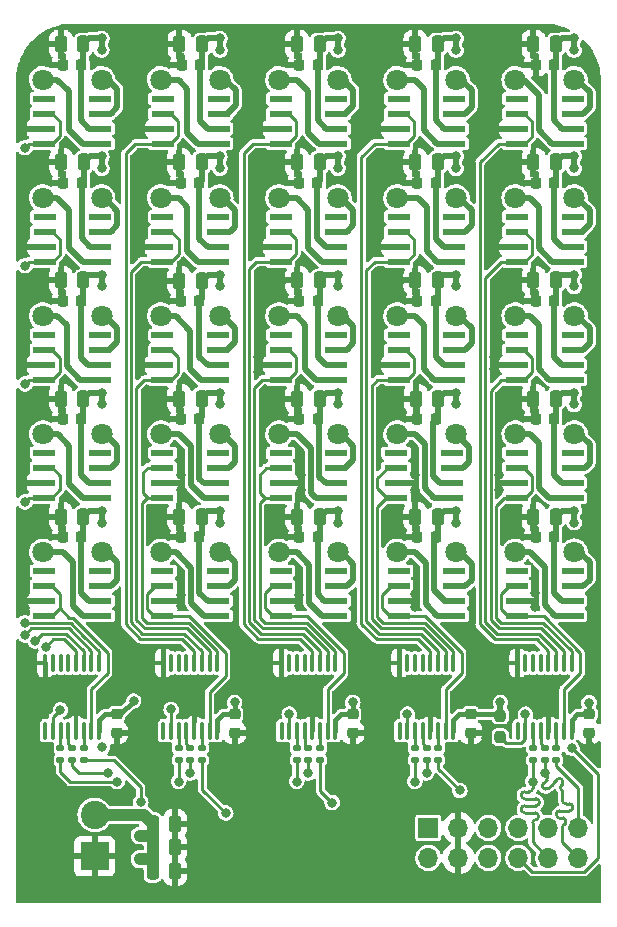
<source format=gbr>
%TF.GenerationSoftware,KiCad,Pcbnew,6.0.4-6f826c9f35~116~ubuntu20.04.1*%
%TF.CreationDate,2022-04-05T21:11:34+02:00*%
%TF.ProjectId,PhasedArray,50686173-6564-4417-9272-61792e6b6963,rev?*%
%TF.SameCoordinates,Original*%
%TF.FileFunction,Copper,L1,Top*%
%TF.FilePolarity,Positive*%
%FSLAX46Y46*%
G04 Gerber Fmt 4.6, Leading zero omitted, Abs format (unit mm)*
G04 Created by KiCad (PCBNEW 6.0.4-6f826c9f35~116~ubuntu20.04.1) date 2022-04-05 21:11:34*
%MOMM*%
%LPD*%
G01*
G04 APERTURE LIST*
G04 Aperture macros list*
%AMRoundRect*
0 Rectangle with rounded corners*
0 $1 Rounding radius*
0 $2 $3 $4 $5 $6 $7 $8 $9 X,Y pos of 4 corners*
0 Add a 4 corners polygon primitive as box body*
4,1,4,$2,$3,$4,$5,$6,$7,$8,$9,$2,$3,0*
0 Add four circle primitives for the rounded corners*
1,1,$1+$1,$2,$3*
1,1,$1+$1,$4,$5*
1,1,$1+$1,$6,$7*
1,1,$1+$1,$8,$9*
0 Add four rect primitives between the rounded corners*
20,1,$1+$1,$2,$3,$4,$5,0*
20,1,$1+$1,$4,$5,$6,$7,0*
20,1,$1+$1,$6,$7,$8,$9,0*
20,1,$1+$1,$8,$9,$2,$3,0*%
G04 Aperture macros list end*
%TA.AperFunction,SMDPad,CuDef*%
%ADD10RoundRect,0.225000X0.225000X0.250000X-0.225000X0.250000X-0.225000X-0.250000X0.225000X-0.250000X0*%
%TD*%
%TA.AperFunction,SMDPad,CuDef*%
%ADD11RoundRect,0.250000X0.250000X0.475000X-0.250000X0.475000X-0.250000X-0.475000X0.250000X-0.475000X0*%
%TD*%
%TA.AperFunction,SMDPad,CuDef*%
%ADD12RoundRect,0.135000X0.185000X-0.135000X0.185000X0.135000X-0.185000X0.135000X-0.185000X-0.135000X0*%
%TD*%
%TA.AperFunction,SMDPad,CuDef*%
%ADD13R,1.981200X0.558800*%
%TD*%
%TA.AperFunction,SMDPad,CuDef*%
%ADD14RoundRect,0.225000X-0.250000X0.225000X-0.250000X-0.225000X0.250000X-0.225000X0.250000X0.225000X0*%
%TD*%
%TA.AperFunction,SMDPad,CuDef*%
%ADD15RoundRect,0.100000X-0.100000X0.637500X-0.100000X-0.637500X0.100000X-0.637500X0.100000X0.637500X0*%
%TD*%
%TA.AperFunction,SMDPad,CuDef*%
%ADD16RoundRect,0.250000X-0.250000X-0.475000X0.250000X-0.475000X0.250000X0.475000X-0.250000X0.475000X0*%
%TD*%
%TA.AperFunction,SMDPad,CuDef*%
%ADD17RoundRect,0.237500X0.237500X-0.250000X0.237500X0.250000X-0.237500X0.250000X-0.237500X-0.250000X0*%
%TD*%
%TA.AperFunction,ComponentPad*%
%ADD18C,1.800000*%
%TD*%
%TA.AperFunction,ComponentPad*%
%ADD19R,2.400000X2.400000*%
%TD*%
%TA.AperFunction,ComponentPad*%
%ADD20C,2.400000*%
%TD*%
%TA.AperFunction,ComponentPad*%
%ADD21R,1.700000X1.700000*%
%TD*%
%TA.AperFunction,ComponentPad*%
%ADD22O,1.700000X1.700000*%
%TD*%
%TA.AperFunction,ViaPad*%
%ADD23C,0.800000*%
%TD*%
%TA.AperFunction,Conductor*%
%ADD24C,1.000000*%
%TD*%
%TA.AperFunction,Conductor*%
%ADD25C,0.250000*%
%TD*%
%TA.AperFunction,Conductor*%
%ADD26C,0.508000*%
%TD*%
%TA.AperFunction,Conductor*%
%ADD27C,0.400000*%
%TD*%
G04 APERTURE END LIST*
D10*
%TO.P,C29,1*%
%TO.N,+15V*%
X125775000Y-68750000D03*
%TO.P,C29,2*%
%TO.N,GND*%
X124225000Y-68750000D03*
%TD*%
D11*
%TO.P,C42,1*%
%TO.N,+15V*%
X125980000Y-27020000D03*
%TO.P,C42,2*%
%TO.N,GND*%
X124080000Y-27020000D03*
%TD*%
D12*
%TO.P,R3,1*%
%TO.N,CLK*%
X154000000Y-87610000D03*
%TO.P,R3,2*%
%TO.N,Net-(U26-Pad11)*%
X154000000Y-86590000D03*
%TD*%
D13*
%TO.P,U9,1,NC_2*%
%TO.N,unconnected-(U9-Pad1)*%
X132637800Y-71595000D03*
%TO.P,U9,2,IN_A*%
%TO.N,input20*%
X132637800Y-72865000D03*
%TO.P,U9,3,GND*%
%TO.N,GND*%
X132637800Y-74135000D03*
%TO.P,U9,4,IN_B*%
%TO.N,input20*%
X132637800Y-75405000D03*
%TO.P,U9,5,\u002AOUT_B*%
%TO.N,Net-(LS9-Pad2)*%
X137362200Y-75405000D03*
%TO.P,U9,6,VDD*%
%TO.N,+15V*%
X137362200Y-74135000D03*
%TO.P,U9,7,\u002AOUT_A*%
%TO.N,Net-(LS9-Pad1)*%
X137362200Y-72865000D03*
%TO.P,U9,8,NC*%
%TO.N,unconnected-(U9-Pad8)*%
X137362200Y-71595000D03*
%TD*%
D10*
%TO.P,C17,1*%
%TO.N,+15V*%
X145775000Y-48750000D03*
%TO.P,C17,2*%
%TO.N,GND*%
X144225000Y-48750000D03*
%TD*%
D13*
%TO.P,U6,1,NC_2*%
%TO.N,unconnected-(U6-Pad1)*%
X142412800Y-61595000D03*
%TO.P,U6,2,IN_A*%
%TO.N,input11*%
X142412800Y-62865000D03*
%TO.P,U6,3,GND*%
%TO.N,GND*%
X142412800Y-64135000D03*
%TO.P,U6,4,IN_B*%
%TO.N,input11*%
X142412800Y-65405000D03*
%TO.P,U6,5,\u002AOUT_B*%
%TO.N,Net-(LS6-Pad2)*%
X147137200Y-65405000D03*
%TO.P,U6,6,VDD*%
%TO.N,+15V*%
X147137200Y-64135000D03*
%TO.P,U6,7,\u002AOUT_A*%
%TO.N,Net-(LS6-Pad1)*%
X147137200Y-62865000D03*
%TO.P,U6,8,NC*%
%TO.N,unconnected-(U6-Pad8)*%
X147137200Y-61595000D03*
%TD*%
D14*
%TO.P,C57,1*%
%TO.N,+3V3*%
X118750000Y-83725000D03*
%TO.P,C57,2*%
%TO.N,GND*%
X118750000Y-85275000D03*
%TD*%
D10*
%TO.P,C5,1*%
%TO.N,+15V*%
X155775000Y-68750000D03*
%TO.P,C5,2*%
%TO.N,GND*%
X154225000Y-68750000D03*
%TD*%
%TO.P,C13,1*%
%TO.N,+15V*%
X145775000Y-68750000D03*
%TO.P,C13,2*%
%TO.N,GND*%
X144225000Y-68750000D03*
%TD*%
D14*
%TO.P,C54,1*%
%TO.N,+3V3*%
X148750000Y-83725000D03*
%TO.P,C54,2*%
%TO.N,GND*%
X148750000Y-85275000D03*
%TD*%
D13*
%TO.P,U23,1,NC_2*%
%TO.N,unconnected-(U23-Pad1)*%
X112637800Y-51595000D03*
%TO.P,U23,2,IN_A*%
%TO.N,input42*%
X112637800Y-52865000D03*
%TO.P,U23,3,GND*%
%TO.N,GND*%
X112637800Y-54135000D03*
%TO.P,U23,4,IN_B*%
%TO.N,input42*%
X112637800Y-55405000D03*
%TO.P,U23,5,\u002AOUT_B*%
%TO.N,Net-(LS23-Pad2)*%
X117362200Y-55405000D03*
%TO.P,U23,6,VDD*%
%TO.N,+15V*%
X117362200Y-54135000D03*
%TO.P,U23,7,\u002AOUT_A*%
%TO.N,Net-(LS23-Pad1)*%
X117362200Y-52865000D03*
%TO.P,U23,8,NC*%
%TO.N,unconnected-(U23-Pad8)*%
X117362200Y-51595000D03*
%TD*%
D12*
%TO.P,R14,1*%
%TO.N,SER4*%
X116000000Y-87610000D03*
%TO.P,R14,2*%
%TO.N,Net-(U30-Pad14)*%
X116000000Y-86590000D03*
%TD*%
D10*
%TO.P,C19,1*%
%TO.N,+15V*%
X145775000Y-38750000D03*
%TO.P,C19,2*%
%TO.N,GND*%
X144225000Y-38750000D03*
%TD*%
D11*
%TO.P,C28,1*%
%TO.N,+15V*%
X125950000Y-67000000D03*
%TO.P,C28,2*%
%TO.N,GND*%
X124050000Y-67000000D03*
%TD*%
%TO.P,C4,1*%
%TO.N,+15V*%
X155950000Y-67000000D03*
%TO.P,C4,2*%
%TO.N,GND*%
X154050000Y-67000000D03*
%TD*%
D10*
%TO.P,C47,1*%
%TO.N,+15V*%
X115775000Y-58750000D03*
%TO.P,C47,2*%
%TO.N,GND*%
X114225000Y-58750000D03*
%TD*%
D14*
%TO.P,C56,1*%
%TO.N,+3V3*%
X138750000Y-83725000D03*
%TO.P,C56,2*%
%TO.N,GND*%
X138750000Y-85275000D03*
%TD*%
%TO.P,C55,1*%
%TO.N,+3V3*%
X128750000Y-83725000D03*
%TO.P,C55,2*%
%TO.N,GND*%
X128750000Y-85275000D03*
%TD*%
D11*
%TO.P,C38,1*%
%TO.N,+15V*%
X145950000Y-27000000D03*
%TO.P,C38,2*%
%TO.N,GND*%
X144050000Y-27000000D03*
%TD*%
D13*
%TO.P,U1,1,NC_2*%
%TO.N,unconnected-(U1-Pad1)*%
X152637800Y-71595000D03*
%TO.P,U1,2,IN_A*%
%TO.N,input00*%
X152637800Y-72865000D03*
%TO.P,U1,3,GND*%
%TO.N,GND*%
X152637800Y-74135000D03*
%TO.P,U1,4,IN_B*%
%TO.N,input00*%
X152637800Y-75405000D03*
%TO.P,U1,5,\u002AOUT_B*%
%TO.N,Net-(LS1-Pad2)*%
X157362200Y-75405000D03*
%TO.P,U1,6,VDD*%
%TO.N,+15V*%
X157362200Y-74135000D03*
%TO.P,U1,7,\u002AOUT_A*%
%TO.N,Net-(LS1-Pad1)*%
X157362200Y-72865000D03*
%TO.P,U1,8,NC*%
%TO.N,unconnected-(U1-Pad8)*%
X157362200Y-71595000D03*
%TD*%
D15*
%TO.P,U27,1,QB*%
%TO.N,input11*%
X147275000Y-79387500D03*
%TO.P,U27,2,QC*%
%TO.N,input12*%
X146625000Y-79387500D03*
%TO.P,U27,3,QD*%
%TO.N,input13*%
X145975000Y-79387500D03*
%TO.P,U27,4,QE*%
%TO.N,input14*%
X145325000Y-79387500D03*
%TO.P,U27,5,QF*%
%TO.N,unconnected-(U27-Pad5)*%
X144675000Y-79387500D03*
%TO.P,U27,6,QG*%
%TO.N,unconnected-(U27-Pad6)*%
X144025000Y-79387500D03*
%TO.P,U27,7,QH*%
%TO.N,unconnected-(U27-Pad7)*%
X143375000Y-79387500D03*
%TO.P,U27,8,GND*%
%TO.N,GND*%
X142725000Y-79387500D03*
%TO.P,U27,9,QH'*%
%TO.N,unconnected-(U27-Pad9)*%
X142725000Y-85112500D03*
%TO.P,U27,10,~{SRCLR}*%
%TO.N,RESET*%
X143375000Y-85112500D03*
%TO.P,U27,11,SRCLK*%
%TO.N,Net-(U27-Pad11)*%
X144025000Y-85112500D03*
%TO.P,U27,12,RCLK*%
%TO.N,Net-(U27-Pad12)*%
X144675000Y-85112500D03*
%TO.P,U27,13,~{OE}*%
%TO.N,GND*%
X145325000Y-85112500D03*
%TO.P,U27,14,SER*%
%TO.N,Net-(U27-Pad14)*%
X145975000Y-85112500D03*
%TO.P,U27,15,QA*%
%TO.N,input10*%
X146625000Y-85112500D03*
%TO.P,U27,16,VCC*%
%TO.N,+3V3*%
X147275000Y-85112500D03*
%TD*%
D13*
%TO.P,U4,1,NC_2*%
%TO.N,unconnected-(U4-Pad1)*%
X152637800Y-41595000D03*
%TO.P,U4,2,IN_A*%
%TO.N,input03*%
X152637800Y-42865000D03*
%TO.P,U4,3,GND*%
%TO.N,GND*%
X152637800Y-44135000D03*
%TO.P,U4,4,IN_B*%
%TO.N,input03*%
X152637800Y-45405000D03*
%TO.P,U4,5,\u002AOUT_B*%
%TO.N,Net-(LS4-Pad2)*%
X157362200Y-45405000D03*
%TO.P,U4,6,VDD*%
%TO.N,+15V*%
X157362200Y-44135000D03*
%TO.P,U4,7,\u002AOUT_A*%
%TO.N,Net-(LS4-Pad1)*%
X157362200Y-42865000D03*
%TO.P,U4,8,NC*%
%TO.N,unconnected-(U4-Pad8)*%
X157362200Y-41595000D03*
%TD*%
%TO.P,U19,1,NC_2*%
%TO.N,unconnected-(U19-Pad1)*%
X132637800Y-31595000D03*
%TO.P,U19,2,IN_A*%
%TO.N,input24*%
X132637800Y-32865000D03*
%TO.P,U19,3,GND*%
%TO.N,GND*%
X132637800Y-34135000D03*
%TO.P,U19,4,IN_B*%
%TO.N,input24*%
X132637800Y-35405000D03*
%TO.P,U19,5,\u002AOUT_B*%
%TO.N,Net-(LS19-Pad2)*%
X137362200Y-35405000D03*
%TO.P,U19,6,VDD*%
%TO.N,+15V*%
X137362200Y-34135000D03*
%TO.P,U19,7,\u002AOUT_A*%
%TO.N,Net-(LS19-Pad1)*%
X137362200Y-32865000D03*
%TO.P,U19,8,NC*%
%TO.N,unconnected-(U19-Pad8)*%
X137362200Y-31595000D03*
%TD*%
%TO.P,U2,1,NC_2*%
%TO.N,unconnected-(U2-Pad1)*%
X152637800Y-61595000D03*
%TO.P,U2,2,IN_A*%
%TO.N,input01*%
X152637800Y-62865000D03*
%TO.P,U2,3,GND*%
%TO.N,GND*%
X152637800Y-64135000D03*
%TO.P,U2,4,IN_B*%
%TO.N,input01*%
X152637800Y-65405000D03*
%TO.P,U2,5,\u002AOUT_B*%
%TO.N,Net-(LS2-Pad2)*%
X157362200Y-65405000D03*
%TO.P,U2,6,VDD*%
%TO.N,+15V*%
X157362200Y-64135000D03*
%TO.P,U2,7,\u002AOUT_A*%
%TO.N,Net-(LS2-Pad1)*%
X157362200Y-62865000D03*
%TO.P,U2,8,NC*%
%TO.N,unconnected-(U2-Pad8)*%
X157362200Y-61595000D03*
%TD*%
D10*
%TO.P,C27,1*%
%TO.N,+15V*%
X135750000Y-38750000D03*
%TO.P,C27,2*%
%TO.N,GND*%
X134200000Y-38750000D03*
%TD*%
D13*
%TO.P,U17,1,NC_2*%
%TO.N,unconnected-(U17-Pad1)*%
X152637800Y-31595000D03*
%TO.P,U17,2,IN_A*%
%TO.N,input04*%
X152637800Y-32865000D03*
%TO.P,U17,3,GND*%
%TO.N,GND*%
X152637800Y-34135000D03*
%TO.P,U17,4,IN_B*%
%TO.N,input04*%
X152637800Y-35405000D03*
%TO.P,U17,5,\u002AOUT_B*%
%TO.N,Net-(LS17-Pad2)*%
X157362200Y-35405000D03*
%TO.P,U17,6,VDD*%
%TO.N,+15V*%
X157362200Y-34135000D03*
%TO.P,U17,7,\u002AOUT_A*%
%TO.N,Net-(LS17-Pad1)*%
X157362200Y-32865000D03*
%TO.P,U17,8,NC*%
%TO.N,unconnected-(U17-Pad8)*%
X157362200Y-31595000D03*
%TD*%
D10*
%TO.P,C35,1*%
%TO.N,+15V*%
X125775000Y-38750000D03*
%TO.P,C35,2*%
%TO.N,GND*%
X124225000Y-38750000D03*
%TD*%
%TO.P,C31,1*%
%TO.N,+15V*%
X125775000Y-58750000D03*
%TO.P,C31,2*%
%TO.N,GND*%
X124225000Y-58750000D03*
%TD*%
D11*
%TO.P,C10,1*%
%TO.N,+15V*%
X155950000Y-37000000D03*
%TO.P,C10,2*%
%TO.N,GND*%
X154050000Y-37000000D03*
%TD*%
D12*
%TO.P,R16,1*%
%TO.N,LOAD*%
X115000000Y-87610000D03*
%TO.P,R16,2*%
%TO.N,Net-(U30-Pad12)*%
X115000000Y-86590000D03*
%TD*%
D11*
%TO.P,C34,1*%
%TO.N,+15V*%
X125950000Y-37000000D03*
%TO.P,C34,2*%
%TO.N,GND*%
X124050000Y-37000000D03*
%TD*%
%TO.P,C20,1*%
%TO.N,+15V*%
X135950000Y-67000000D03*
%TO.P,C20,2*%
%TO.N,GND*%
X134050000Y-67000000D03*
%TD*%
D12*
%TO.P,R13,1*%
%TO.N,LOAD*%
X125000000Y-87610000D03*
%TO.P,R13,2*%
%TO.N,Net-(U29-Pad12)*%
X125000000Y-86590000D03*
%TD*%
D11*
%TO.P,C24,1*%
%TO.N,+15V*%
X135950000Y-47000000D03*
%TO.P,C24,2*%
%TO.N,GND*%
X134050000Y-47000000D03*
%TD*%
D12*
%TO.P,R15,1*%
%TO.N,CLK*%
X114000000Y-87610000D03*
%TO.P,R15,2*%
%TO.N,Net-(U30-Pad11)*%
X114000000Y-86590000D03*
%TD*%
D10*
%TO.P,C23,1*%
%TO.N,+15V*%
X135775000Y-58770000D03*
%TO.P,C23,2*%
%TO.N,GND*%
X134225000Y-58770000D03*
%TD*%
%TO.P,C7,1*%
%TO.N,+15V*%
X155775000Y-58750000D03*
%TO.P,C7,2*%
%TO.N,GND*%
X154225000Y-58750000D03*
%TD*%
D16*
%TO.P,C2,1*%
%TO.N,+15V*%
X121800000Y-95000000D03*
%TO.P,C2,2*%
%TO.N,GND*%
X123700000Y-95000000D03*
%TD*%
D17*
%TO.P,R1,1*%
%TO.N,RESET*%
X151250000Y-85662500D03*
%TO.P,R1,2*%
%TO.N,+3V3*%
X151250000Y-83837500D03*
%TD*%
D10*
%TO.P,C43,1*%
%TO.N,+15V*%
X125805000Y-28770000D03*
%TO.P,C43,2*%
%TO.N,GND*%
X124255000Y-28770000D03*
%TD*%
D13*
%TO.P,U5,1,NC_2*%
%TO.N,unconnected-(U5-Pad1)*%
X142637800Y-71595000D03*
%TO.P,U5,2,IN_A*%
%TO.N,input10*%
X142637800Y-72865000D03*
%TO.P,U5,3,GND*%
%TO.N,GND*%
X142637800Y-74135000D03*
%TO.P,U5,4,IN_B*%
%TO.N,input10*%
X142637800Y-75405000D03*
%TO.P,U5,5,\u002AOUT_B*%
%TO.N,Net-(LS5-Pad2)*%
X147362200Y-75405000D03*
%TO.P,U5,6,VDD*%
%TO.N,+15V*%
X147362200Y-74135000D03*
%TO.P,U5,7,\u002AOUT_A*%
%TO.N,Net-(LS5-Pad1)*%
X147362200Y-72865000D03*
%TO.P,U5,8,NC*%
%TO.N,unconnected-(U5-Pad8)*%
X147362200Y-71595000D03*
%TD*%
D11*
%TO.P,C6,1*%
%TO.N,+15V*%
X155950000Y-57000000D03*
%TO.P,C6,2*%
%TO.N,GND*%
X154050000Y-57000000D03*
%TD*%
D13*
%TO.P,U21,1,NC_2*%
%TO.N,unconnected-(U21-Pad1)*%
X112637800Y-71595000D03*
%TO.P,U21,2,IN_A*%
%TO.N,input40*%
X112637800Y-72865000D03*
%TO.P,U21,3,GND*%
%TO.N,GND*%
X112637800Y-74135000D03*
%TO.P,U21,4,IN_B*%
%TO.N,input40*%
X112637800Y-75405000D03*
%TO.P,U21,5,\u002AOUT_B*%
%TO.N,Net-(LS21-Pad2)*%
X117362200Y-75405000D03*
%TO.P,U21,6,VDD*%
%TO.N,+15V*%
X117362200Y-74135000D03*
%TO.P,U21,7,\u002AOUT_A*%
%TO.N,Net-(LS21-Pad1)*%
X117362200Y-72865000D03*
%TO.P,U21,8,NC*%
%TO.N,unconnected-(U21-Pad8)*%
X117362200Y-71595000D03*
%TD*%
%TO.P,U12,1,NC_2*%
%TO.N,unconnected-(U12-Pad1)*%
X132637800Y-41595000D03*
%TO.P,U12,2,IN_A*%
%TO.N,input23*%
X132637800Y-42865000D03*
%TO.P,U12,3,GND*%
%TO.N,GND*%
X132637800Y-44135000D03*
%TO.P,U12,4,IN_B*%
%TO.N,input23*%
X132637800Y-45405000D03*
%TO.P,U12,5,\u002AOUT_B*%
%TO.N,Net-(LS12-Pad2)*%
X137362200Y-45405000D03*
%TO.P,U12,6,VDD*%
%TO.N,+15V*%
X137362200Y-44135000D03*
%TO.P,U12,7,\u002AOUT_A*%
%TO.N,Net-(LS12-Pad1)*%
X137362200Y-42865000D03*
%TO.P,U12,8,NC*%
%TO.N,unconnected-(U12-Pad8)*%
X137362200Y-41595000D03*
%TD*%
D12*
%TO.P,R9,1*%
%TO.N,CLK*%
X134000000Y-87610000D03*
%TO.P,R9,2*%
%TO.N,Net-(U28-Pad11)*%
X134000000Y-86590000D03*
%TD*%
%TO.P,R11,1*%
%TO.N,SER3*%
X126000000Y-87610000D03*
%TO.P,R11,2*%
%TO.N,Net-(U29-Pad14)*%
X126000000Y-86590000D03*
%TD*%
D10*
%TO.P,C37,1*%
%TO.N,+15V*%
X155775000Y-28750000D03*
%TO.P,C37,2*%
%TO.N,GND*%
X154225000Y-28750000D03*
%TD*%
D13*
%TO.P,U22,1,NC_2*%
%TO.N,unconnected-(U22-Pad1)*%
X112637800Y-61595000D03*
%TO.P,U22,2,IN_A*%
%TO.N,input41*%
X112637800Y-62865000D03*
%TO.P,U22,3,GND*%
%TO.N,GND*%
X112637800Y-64135000D03*
%TO.P,U22,4,IN_B*%
%TO.N,input41*%
X112637800Y-65405000D03*
%TO.P,U22,5,\u002AOUT_B*%
%TO.N,Net-(LS22-Pad2)*%
X117362200Y-65405000D03*
%TO.P,U22,6,VDD*%
%TO.N,+15V*%
X117362200Y-64135000D03*
%TO.P,U22,7,\u002AOUT_A*%
%TO.N,Net-(LS22-Pad1)*%
X117362200Y-62865000D03*
%TO.P,U22,8,NC*%
%TO.N,unconnected-(U22-Pad8)*%
X117362200Y-61595000D03*
%TD*%
%TO.P,U16,1,NC_2*%
%TO.N,unconnected-(U16-Pad1)*%
X122637800Y-41595000D03*
%TO.P,U16,2,IN_A*%
%TO.N,input33*%
X122637800Y-42865000D03*
%TO.P,U16,3,GND*%
%TO.N,GND*%
X122637800Y-44135000D03*
%TO.P,U16,4,IN_B*%
%TO.N,input33*%
X122637800Y-45405000D03*
%TO.P,U16,5,\u002AOUT_B*%
%TO.N,Net-(LS16-Pad2)*%
X127362200Y-45405000D03*
%TO.P,U16,6,VDD*%
%TO.N,+15V*%
X127362200Y-44135000D03*
%TO.P,U16,7,\u002AOUT_A*%
%TO.N,Net-(LS16-Pad1)*%
X127362200Y-42865000D03*
%TO.P,U16,8,NC*%
%TO.N,unconnected-(U16-Pad8)*%
X127362200Y-41595000D03*
%TD*%
%TO.P,U18,1,NC_2*%
%TO.N,unconnected-(U18-Pad1)*%
X142637800Y-31595000D03*
%TO.P,U18,2,IN_A*%
%TO.N,input14*%
X142637800Y-32865000D03*
%TO.P,U18,3,GND*%
%TO.N,GND*%
X142637800Y-34135000D03*
%TO.P,U18,4,IN_B*%
%TO.N,input14*%
X142637800Y-35405000D03*
%TO.P,U18,5,\u002AOUT_B*%
%TO.N,Net-(LS18-Pad2)*%
X147362200Y-35405000D03*
%TO.P,U18,6,VDD*%
%TO.N,+15V*%
X147362200Y-34135000D03*
%TO.P,U18,7,\u002AOUT_A*%
%TO.N,Net-(LS18-Pad1)*%
X147362200Y-32865000D03*
%TO.P,U18,8,NC*%
%TO.N,unconnected-(U18-Pad8)*%
X147362200Y-31595000D03*
%TD*%
%TO.P,U24,1,NC_2*%
%TO.N,unconnected-(U24-Pad1)*%
X112662800Y-41595000D03*
%TO.P,U24,2,IN_A*%
%TO.N,input43*%
X112662800Y-42865000D03*
%TO.P,U24,3,GND*%
%TO.N,GND*%
X112662800Y-44135000D03*
%TO.P,U24,4,IN_B*%
%TO.N,input43*%
X112662800Y-45405000D03*
%TO.P,U24,5,\u002AOUT_B*%
%TO.N,Net-(LS24-Pad2)*%
X117387200Y-45405000D03*
%TO.P,U24,6,VDD*%
%TO.N,+15V*%
X117387200Y-44135000D03*
%TO.P,U24,7,\u002AOUT_A*%
%TO.N,Net-(LS24-Pad1)*%
X117387200Y-42865000D03*
%TO.P,U24,8,NC*%
%TO.N,unconnected-(U24-Pad8)*%
X117387200Y-41595000D03*
%TD*%
%TO.P,U11,1,NC_2*%
%TO.N,unconnected-(U11-Pad1)*%
X132637800Y-51595000D03*
%TO.P,U11,2,IN_A*%
%TO.N,input22*%
X132637800Y-52865000D03*
%TO.P,U11,3,GND*%
%TO.N,GND*%
X132637800Y-54135000D03*
%TO.P,U11,4,IN_B*%
%TO.N,input22*%
X132637800Y-55405000D03*
%TO.P,U11,5,\u002AOUT_B*%
%TO.N,Net-(LS11-Pad2)*%
X137362200Y-55405000D03*
%TO.P,U11,6,VDD*%
%TO.N,+15V*%
X137362200Y-54135000D03*
%TO.P,U11,7,\u002AOUT_A*%
%TO.N,Net-(LS11-Pad1)*%
X137362200Y-52865000D03*
%TO.P,U11,8,NC*%
%TO.N,unconnected-(U11-Pad8)*%
X137362200Y-51595000D03*
%TD*%
D10*
%TO.P,C39,1*%
%TO.N,+15V*%
X145775000Y-28750000D03*
%TO.P,C39,2*%
%TO.N,GND*%
X144225000Y-28750000D03*
%TD*%
D13*
%TO.P,U25,1,NC_2*%
%TO.N,unconnected-(U25-Pad1)*%
X112637800Y-31595000D03*
%TO.P,U25,2,IN_A*%
%TO.N,input44*%
X112637800Y-32865000D03*
%TO.P,U25,3,GND*%
%TO.N,GND*%
X112637800Y-34135000D03*
%TO.P,U25,4,IN_B*%
%TO.N,input44*%
X112637800Y-35405000D03*
%TO.P,U25,5,\u002AOUT_B*%
%TO.N,Net-(LS25-Pad2)*%
X117362200Y-35405000D03*
%TO.P,U25,6,VDD*%
%TO.N,+15V*%
X117362200Y-34135000D03*
%TO.P,U25,7,\u002AOUT_A*%
%TO.N,Net-(LS25-Pad1)*%
X117362200Y-32865000D03*
%TO.P,U25,8,NC*%
%TO.N,unconnected-(U25-Pad8)*%
X117362200Y-31595000D03*
%TD*%
D11*
%TO.P,C26,1*%
%TO.N,+15V*%
X135950000Y-37000000D03*
%TO.P,C26,2*%
%TO.N,GND*%
X134050000Y-37000000D03*
%TD*%
D15*
%TO.P,U26,1,QB*%
%TO.N,input01*%
X157275000Y-79387500D03*
%TO.P,U26,2,QC*%
%TO.N,input02*%
X156625000Y-79387500D03*
%TO.P,U26,3,QD*%
%TO.N,input03*%
X155975000Y-79387500D03*
%TO.P,U26,4,QE*%
%TO.N,input04*%
X155325000Y-79387500D03*
%TO.P,U26,5,QF*%
%TO.N,unconnected-(U26-Pad5)*%
X154675000Y-79387500D03*
%TO.P,U26,6,QG*%
%TO.N,unconnected-(U26-Pad6)*%
X154025000Y-79387500D03*
%TO.P,U26,7,QH*%
%TO.N,unconnected-(U26-Pad7)*%
X153375000Y-79387500D03*
%TO.P,U26,8,GND*%
%TO.N,GND*%
X152725000Y-79387500D03*
%TO.P,U26,9,QH'*%
%TO.N,unconnected-(U26-Pad9)*%
X152725000Y-85112500D03*
%TO.P,U26,10,~{SRCLR}*%
%TO.N,RESET*%
X153375000Y-85112500D03*
%TO.P,U26,11,SRCLK*%
%TO.N,Net-(U26-Pad11)*%
X154025000Y-85112500D03*
%TO.P,U26,12,RCLK*%
%TO.N,Net-(U26-Pad12)*%
X154675000Y-85112500D03*
%TO.P,U26,13,~{OE}*%
%TO.N,GND*%
X155325000Y-85112500D03*
%TO.P,U26,14,SER*%
%TO.N,Net-(U26-Pad14)*%
X155975000Y-85112500D03*
%TO.P,U26,15,QA*%
%TO.N,input00*%
X156625000Y-85112500D03*
%TO.P,U26,16,VCC*%
%TO.N,+3V3*%
X157275000Y-85112500D03*
%TD*%
D11*
%TO.P,C16,1*%
%TO.N,+15V*%
X145950000Y-47000000D03*
%TO.P,C16,2*%
%TO.N,GND*%
X144050000Y-47000000D03*
%TD*%
D14*
%TO.P,C58,1*%
%TO.N,+3V3*%
X158750000Y-83725000D03*
%TO.P,C58,2*%
%TO.N,GND*%
X158750000Y-85275000D03*
%TD*%
D11*
%TO.P,C14,1*%
%TO.N,+15V*%
X145975000Y-57000000D03*
%TO.P,C14,2*%
%TO.N,GND*%
X144075000Y-57000000D03*
%TD*%
D13*
%TO.P,U3,1,NC_2*%
%TO.N,unconnected-(U3-Pad1)*%
X152637800Y-51595000D03*
%TO.P,U3,2,IN_A*%
%TO.N,input02*%
X152637800Y-52865000D03*
%TO.P,U3,3,GND*%
%TO.N,GND*%
X152637800Y-54135000D03*
%TO.P,U3,4,IN_B*%
%TO.N,input02*%
X152637800Y-55405000D03*
%TO.P,U3,5,\u002AOUT_B*%
%TO.N,Net-(LS3-Pad2)*%
X157362200Y-55405000D03*
%TO.P,U3,6,VDD*%
%TO.N,+15V*%
X157362200Y-54135000D03*
%TO.P,U3,7,\u002AOUT_A*%
%TO.N,Net-(LS3-Pad1)*%
X157362200Y-52865000D03*
%TO.P,U3,8,NC*%
%TO.N,unconnected-(U3-Pad8)*%
X157362200Y-51595000D03*
%TD*%
D12*
%TO.P,R2,1*%
%TO.N,SER0*%
X156000000Y-87610000D03*
%TO.P,R2,2*%
%TO.N,Net-(U26-Pad14)*%
X156000000Y-86590000D03*
%TD*%
D13*
%TO.P,U8,1,NC_2*%
%TO.N,unconnected-(U8-Pad1)*%
X142637800Y-41595000D03*
%TO.P,U8,2,IN_A*%
%TO.N,input13*%
X142637800Y-42865000D03*
%TO.P,U8,3,GND*%
%TO.N,GND*%
X142637800Y-44135000D03*
%TO.P,U8,4,IN_B*%
%TO.N,input13*%
X142637800Y-45405000D03*
%TO.P,U8,5,\u002AOUT_B*%
%TO.N,Net-(LS8-Pad2)*%
X147362200Y-45405000D03*
%TO.P,U8,6,VDD*%
%TO.N,+15V*%
X147362200Y-44135000D03*
%TO.P,U8,7,\u002AOUT_A*%
%TO.N,Net-(LS8-Pad1)*%
X147362200Y-42865000D03*
%TO.P,U8,8,NC*%
%TO.N,unconnected-(U8-Pad8)*%
X147362200Y-41595000D03*
%TD*%
D16*
%TO.P,C3,1*%
%TO.N,+15V*%
X121800000Y-93000000D03*
%TO.P,C3,2*%
%TO.N,GND*%
X123700000Y-93000000D03*
%TD*%
D12*
%TO.P,R5,1*%
%TO.N,SER1*%
X146000000Y-87610000D03*
%TO.P,R5,2*%
%TO.N,Net-(U27-Pad14)*%
X146000000Y-86590000D03*
%TD*%
D15*
%TO.P,U30,1,QB*%
%TO.N,input41*%
X117275000Y-79387500D03*
%TO.P,U30,2,QC*%
%TO.N,input42*%
X116625000Y-79387500D03*
%TO.P,U30,3,QD*%
%TO.N,input43*%
X115975000Y-79387500D03*
%TO.P,U30,4,QE*%
%TO.N,input44*%
X115325000Y-79387500D03*
%TO.P,U30,5,QF*%
%TO.N,unconnected-(U30-Pad5)*%
X114675000Y-79387500D03*
%TO.P,U30,6,QG*%
%TO.N,unconnected-(U30-Pad6)*%
X114025000Y-79387500D03*
%TO.P,U30,7,QH*%
%TO.N,unconnected-(U30-Pad7)*%
X113375000Y-79387500D03*
%TO.P,U30,8,GND*%
%TO.N,GND*%
X112725000Y-79387500D03*
%TO.P,U30,9,QH'*%
%TO.N,unconnected-(U30-Pad9)*%
X112725000Y-85112500D03*
%TO.P,U30,10,~{SRCLR}*%
%TO.N,RESET*%
X113375000Y-85112500D03*
%TO.P,U30,11,SRCLK*%
%TO.N,Net-(U30-Pad11)*%
X114025000Y-85112500D03*
%TO.P,U30,12,RCLK*%
%TO.N,Net-(U30-Pad12)*%
X114675000Y-85112500D03*
%TO.P,U30,13,~{OE}*%
%TO.N,GND*%
X115325000Y-85112500D03*
%TO.P,U30,14,SER*%
%TO.N,Net-(U30-Pad14)*%
X115975000Y-85112500D03*
%TO.P,U30,15,QA*%
%TO.N,input40*%
X116625000Y-85112500D03*
%TO.P,U30,16,VCC*%
%TO.N,+3V3*%
X117275000Y-85112500D03*
%TD*%
D11*
%TO.P,C8,1*%
%TO.N,+15V*%
X155950000Y-47000000D03*
%TO.P,C8,2*%
%TO.N,GND*%
X154050000Y-47000000D03*
%TD*%
%TO.P,C46,1*%
%TO.N,+15V*%
X115950000Y-57000000D03*
%TO.P,C46,2*%
%TO.N,GND*%
X114050000Y-57000000D03*
%TD*%
%TO.P,C52,1*%
%TO.N,+15V*%
X115950000Y-27000000D03*
%TO.P,C52,2*%
%TO.N,GND*%
X114050000Y-27000000D03*
%TD*%
D10*
%TO.P,C49,1*%
%TO.N,+15V*%
X115775000Y-48750000D03*
%TO.P,C49,2*%
%TO.N,GND*%
X114225000Y-48750000D03*
%TD*%
%TO.P,C11,1*%
%TO.N,+15V*%
X155800000Y-38750000D03*
%TO.P,C11,2*%
%TO.N,GND*%
X154250000Y-38750000D03*
%TD*%
%TO.P,C45,1*%
%TO.N,+15V*%
X115775000Y-68750000D03*
%TO.P,C45,2*%
%TO.N,GND*%
X114225000Y-68750000D03*
%TD*%
D15*
%TO.P,U29,1,QB*%
%TO.N,input31*%
X127275000Y-79387500D03*
%TO.P,U29,2,QC*%
%TO.N,input32*%
X126625000Y-79387500D03*
%TO.P,U29,3,QD*%
%TO.N,input33*%
X125975000Y-79387500D03*
%TO.P,U29,4,QE*%
%TO.N,input34*%
X125325000Y-79387500D03*
%TO.P,U29,5,QF*%
%TO.N,unconnected-(U29-Pad5)*%
X124675000Y-79387500D03*
%TO.P,U29,6,QG*%
%TO.N,unconnected-(U29-Pad6)*%
X124025000Y-79387500D03*
%TO.P,U29,7,QH*%
%TO.N,unconnected-(U29-Pad7)*%
X123375000Y-79387500D03*
%TO.P,U29,8,GND*%
%TO.N,GND*%
X122725000Y-79387500D03*
%TO.P,U29,9,QH'*%
%TO.N,unconnected-(U29-Pad9)*%
X122725000Y-85112500D03*
%TO.P,U29,10,~{SRCLR}*%
%TO.N,RESET*%
X123375000Y-85112500D03*
%TO.P,U29,11,SRCLK*%
%TO.N,Net-(U29-Pad11)*%
X124025000Y-85112500D03*
%TO.P,U29,12,RCLK*%
%TO.N,Net-(U29-Pad12)*%
X124675000Y-85112500D03*
%TO.P,U29,13,~{OE}*%
%TO.N,GND*%
X125325000Y-85112500D03*
%TO.P,U29,14,SER*%
%TO.N,Net-(U29-Pad14)*%
X125975000Y-85112500D03*
%TO.P,U29,15,QA*%
%TO.N,input30*%
X126625000Y-85112500D03*
%TO.P,U29,16,VCC*%
%TO.N,+3V3*%
X127275000Y-85112500D03*
%TD*%
D10*
%TO.P,C41,1*%
%TO.N,+15V*%
X135775000Y-28750000D03*
%TO.P,C41,2*%
%TO.N,GND*%
X134225000Y-28750000D03*
%TD*%
D11*
%TO.P,C12,1*%
%TO.N,+15V*%
X145950000Y-67000000D03*
%TO.P,C12,2*%
%TO.N,GND*%
X144050000Y-67000000D03*
%TD*%
%TO.P,C40,1*%
%TO.N,+15V*%
X135950000Y-27000000D03*
%TO.P,C40,2*%
%TO.N,GND*%
X134050000Y-27000000D03*
%TD*%
%TO.P,C22,1*%
%TO.N,+15V*%
X135950000Y-57020000D03*
%TO.P,C22,2*%
%TO.N,GND*%
X134050000Y-57020000D03*
%TD*%
D13*
%TO.P,U15,1,NC_2*%
%TO.N,unconnected-(U15-Pad1)*%
X122637800Y-51615000D03*
%TO.P,U15,2,IN_A*%
%TO.N,input32*%
X122637800Y-52885000D03*
%TO.P,U15,3,GND*%
%TO.N,GND*%
X122637800Y-54155000D03*
%TO.P,U15,4,IN_B*%
%TO.N,input32*%
X122637800Y-55425000D03*
%TO.P,U15,5,\u002AOUT_B*%
%TO.N,Net-(LS15-Pad2)*%
X127362200Y-55425000D03*
%TO.P,U15,6,VDD*%
%TO.N,+15V*%
X127362200Y-54155000D03*
%TO.P,U15,7,\u002AOUT_A*%
%TO.N,Net-(LS15-Pad1)*%
X127362200Y-52885000D03*
%TO.P,U15,8,NC*%
%TO.N,unconnected-(U15-Pad8)*%
X127362200Y-51615000D03*
%TD*%
%TO.P,U13,1,NC_2*%
%TO.N,unconnected-(U13-Pad1)*%
X122637800Y-71595000D03*
%TO.P,U13,2,IN_A*%
%TO.N,input30*%
X122637800Y-72865000D03*
%TO.P,U13,3,GND*%
%TO.N,GND*%
X122637800Y-74135000D03*
%TO.P,U13,4,IN_B*%
%TO.N,input30*%
X122637800Y-75405000D03*
%TO.P,U13,5,\u002AOUT_B*%
%TO.N,Net-(LS13-Pad2)*%
X127362200Y-75405000D03*
%TO.P,U13,6,VDD*%
%TO.N,+15V*%
X127362200Y-74135000D03*
%TO.P,U13,7,\u002AOUT_A*%
%TO.N,Net-(LS13-Pad1)*%
X127362200Y-72865000D03*
%TO.P,U13,8,NC*%
%TO.N,unconnected-(U13-Pad8)*%
X127362200Y-71595000D03*
%TD*%
D15*
%TO.P,U28,1,QB*%
%TO.N,input21*%
X137275000Y-79387500D03*
%TO.P,U28,2,QC*%
%TO.N,input22*%
X136625000Y-79387500D03*
%TO.P,U28,3,QD*%
%TO.N,input23*%
X135975000Y-79387500D03*
%TO.P,U28,4,QE*%
%TO.N,input24*%
X135325000Y-79387500D03*
%TO.P,U28,5,QF*%
%TO.N,unconnected-(U28-Pad5)*%
X134675000Y-79387500D03*
%TO.P,U28,6,QG*%
%TO.N,unconnected-(U28-Pad6)*%
X134025000Y-79387500D03*
%TO.P,U28,7,QH*%
%TO.N,unconnected-(U28-Pad7)*%
X133375000Y-79387500D03*
%TO.P,U28,8,GND*%
%TO.N,GND*%
X132725000Y-79387500D03*
%TO.P,U28,9,QH'*%
%TO.N,unconnected-(U28-Pad9)*%
X132725000Y-85112500D03*
%TO.P,U28,10,~{SRCLR}*%
%TO.N,RESET*%
X133375000Y-85112500D03*
%TO.P,U28,11,SRCLK*%
%TO.N,Net-(U28-Pad11)*%
X134025000Y-85112500D03*
%TO.P,U28,12,RCLK*%
%TO.N,Net-(U28-Pad12)*%
X134675000Y-85112500D03*
%TO.P,U28,13,~{OE}*%
%TO.N,GND*%
X135325000Y-85112500D03*
%TO.P,U28,14,SER*%
%TO.N,Net-(U28-Pad14)*%
X135975000Y-85112500D03*
%TO.P,U28,15,QA*%
%TO.N,input20*%
X136625000Y-85112500D03*
%TO.P,U28,16,VCC*%
%TO.N,+3V3*%
X137275000Y-85112500D03*
%TD*%
D11*
%TO.P,C48,1*%
%TO.N,+15V*%
X115950000Y-47000000D03*
%TO.P,C48,2*%
%TO.N,GND*%
X114050000Y-47000000D03*
%TD*%
%TO.P,C30,1*%
%TO.N,+15V*%
X125950000Y-57000000D03*
%TO.P,C30,2*%
%TO.N,GND*%
X124050000Y-57000000D03*
%TD*%
D10*
%TO.P,C51,1*%
%TO.N,+15V*%
X115800000Y-38750000D03*
%TO.P,C51,2*%
%TO.N,GND*%
X114250000Y-38750000D03*
%TD*%
%TO.P,C9,1*%
%TO.N,+15V*%
X155775000Y-48750000D03*
%TO.P,C9,2*%
%TO.N,GND*%
X154225000Y-48750000D03*
%TD*%
%TO.P,C25,1*%
%TO.N,+15V*%
X135775000Y-48750000D03*
%TO.P,C25,2*%
%TO.N,GND*%
X134225000Y-48750000D03*
%TD*%
D12*
%TO.P,R6,1*%
%TO.N,CLK*%
X144000000Y-87610000D03*
%TO.P,R6,2*%
%TO.N,Net-(U27-Pad11)*%
X144000000Y-86590000D03*
%TD*%
D13*
%TO.P,U10,1,NC_2*%
%TO.N,unconnected-(U10-Pad1)*%
X132637800Y-61615000D03*
%TO.P,U10,2,IN_A*%
%TO.N,input21*%
X132637800Y-62885000D03*
%TO.P,U10,3,GND*%
%TO.N,GND*%
X132637800Y-64155000D03*
%TO.P,U10,4,IN_B*%
%TO.N,input21*%
X132637800Y-65425000D03*
%TO.P,U10,5,\u002AOUT_B*%
%TO.N,Net-(LS10-Pad2)*%
X137362200Y-65425000D03*
%TO.P,U10,6,VDD*%
%TO.N,+15V*%
X137362200Y-64155000D03*
%TO.P,U10,7,\u002AOUT_A*%
%TO.N,Net-(LS10-Pad1)*%
X137362200Y-62885000D03*
%TO.P,U10,8,NC*%
%TO.N,unconnected-(U10-Pad8)*%
X137362200Y-61615000D03*
%TD*%
D12*
%TO.P,R12,1*%
%TO.N,CLK*%
X124000000Y-87610000D03*
%TO.P,R12,2*%
%TO.N,Net-(U29-Pad11)*%
X124000000Y-86590000D03*
%TD*%
D13*
%TO.P,U20,1,NC_2*%
%TO.N,unconnected-(U20-Pad1)*%
X122667800Y-31615000D03*
%TO.P,U20,2,IN_A*%
%TO.N,input34*%
X122667800Y-32885000D03*
%TO.P,U20,3,GND*%
%TO.N,GND*%
X122667800Y-34155000D03*
%TO.P,U20,4,IN_B*%
%TO.N,input34*%
X122667800Y-35425000D03*
%TO.P,U20,5,\u002AOUT_B*%
%TO.N,Net-(LS20-Pad2)*%
X127392200Y-35425000D03*
%TO.P,U20,6,VDD*%
%TO.N,+15V*%
X127392200Y-34155000D03*
%TO.P,U20,7,\u002AOUT_A*%
%TO.N,Net-(LS20-Pad1)*%
X127392200Y-32885000D03*
%TO.P,U20,8,NC*%
%TO.N,unconnected-(U20-Pad8)*%
X127392200Y-31615000D03*
%TD*%
D12*
%TO.P,R4,1*%
%TO.N,LOAD*%
X155000000Y-87610000D03*
%TO.P,R4,2*%
%TO.N,Net-(U26-Pad12)*%
X155000000Y-86590000D03*
%TD*%
D10*
%TO.P,C33,1*%
%TO.N,+15V*%
X125775000Y-48770000D03*
%TO.P,C33,2*%
%TO.N,GND*%
X124225000Y-48770000D03*
%TD*%
%TO.P,C15,1*%
%TO.N,+15V*%
X145775000Y-58750000D03*
%TO.P,C15,2*%
%TO.N,GND*%
X144225000Y-58750000D03*
%TD*%
D12*
%TO.P,R7,1*%
%TO.N,LOAD*%
X145000000Y-87610000D03*
%TO.P,R7,2*%
%TO.N,Net-(U27-Pad12)*%
X145000000Y-86590000D03*
%TD*%
D16*
%TO.P,C1,1*%
%TO.N,+15V*%
X121800000Y-97000000D03*
%TO.P,C1,2*%
%TO.N,GND*%
X123700000Y-97000000D03*
%TD*%
D12*
%TO.P,R8,1*%
%TO.N,SER2*%
X136000000Y-87610000D03*
%TO.P,R8,2*%
%TO.N,Net-(U28-Pad14)*%
X136000000Y-86590000D03*
%TD*%
%TO.P,R10,1*%
%TO.N,LOAD*%
X135000000Y-87610000D03*
%TO.P,R10,2*%
%TO.N,Net-(U28-Pad12)*%
X135000000Y-86590000D03*
%TD*%
D10*
%TO.P,C53,1*%
%TO.N,+15V*%
X115775000Y-28750000D03*
%TO.P,C53,2*%
%TO.N,GND*%
X114225000Y-28750000D03*
%TD*%
D13*
%TO.P,U7,1,NC_2*%
%TO.N,unconnected-(U7-Pad1)*%
X142637800Y-51595000D03*
%TO.P,U7,2,IN_A*%
%TO.N,input12*%
X142637800Y-52865000D03*
%TO.P,U7,3,GND*%
%TO.N,GND*%
X142637800Y-54135000D03*
%TO.P,U7,4,IN_B*%
%TO.N,input12*%
X142637800Y-55405000D03*
%TO.P,U7,5,\u002AOUT_B*%
%TO.N,Net-(LS7-Pad2)*%
X147362200Y-55405000D03*
%TO.P,U7,6,VDD*%
%TO.N,+15V*%
X147362200Y-54135000D03*
%TO.P,U7,7,\u002AOUT_A*%
%TO.N,Net-(LS7-Pad1)*%
X147362200Y-52865000D03*
%TO.P,U7,8,NC*%
%TO.N,unconnected-(U7-Pad8)*%
X147362200Y-51595000D03*
%TD*%
D11*
%TO.P,C44,1*%
%TO.N,+15V*%
X115950000Y-67000000D03*
%TO.P,C44,2*%
%TO.N,GND*%
X114050000Y-67000000D03*
%TD*%
%TO.P,C18,1*%
%TO.N,+15V*%
X145950000Y-37000000D03*
%TO.P,C18,2*%
%TO.N,GND*%
X144050000Y-37000000D03*
%TD*%
D10*
%TO.P,C21,1*%
%TO.N,+15V*%
X135775000Y-68750000D03*
%TO.P,C21,2*%
%TO.N,GND*%
X134225000Y-68750000D03*
%TD*%
D11*
%TO.P,C50,1*%
%TO.N,+15V*%
X115975000Y-37000000D03*
%TO.P,C50,2*%
%TO.N,GND*%
X114075000Y-37000000D03*
%TD*%
%TO.P,C32,1*%
%TO.N,+15V*%
X125950000Y-47020000D03*
%TO.P,C32,2*%
%TO.N,GND*%
X124050000Y-47020000D03*
%TD*%
D13*
%TO.P,U14,1,NC_2*%
%TO.N,unconnected-(U14-Pad1)*%
X122637800Y-61595000D03*
%TO.P,U14,2,IN_A*%
%TO.N,input31*%
X122637800Y-62865000D03*
%TO.P,U14,3,GND*%
%TO.N,GND*%
X122637800Y-64135000D03*
%TO.P,U14,4,IN_B*%
%TO.N,input31*%
X122637800Y-65405000D03*
%TO.P,U14,5,\u002AOUT_B*%
%TO.N,Net-(LS14-Pad2)*%
X127362200Y-65405000D03*
%TO.P,U14,6,VDD*%
%TO.N,+15V*%
X127362200Y-64135000D03*
%TO.P,U14,7,\u002AOUT_A*%
%TO.N,Net-(LS14-Pad1)*%
X127362200Y-62865000D03*
%TO.P,U14,8,NC*%
%TO.N,unconnected-(U14-Pad8)*%
X127362200Y-61595000D03*
%TD*%
D11*
%TO.P,C36,1*%
%TO.N,+15V*%
X155950000Y-27000000D03*
%TO.P,C36,2*%
%TO.N,GND*%
X154050000Y-27000000D03*
%TD*%
D18*
%TO.P,LS3,1,1*%
%TO.N,Net-(LS3-Pad1)*%
X157500000Y-50000000D03*
%TO.P,LS3,2,2*%
%TO.N,Net-(LS3-Pad2)*%
X152500000Y-50000000D03*
%TD*%
%TO.P,LS25,1,1*%
%TO.N,Net-(LS25-Pad1)*%
X117500000Y-30000000D03*
%TO.P,LS25,2,2*%
%TO.N,Net-(LS25-Pad2)*%
X112500000Y-30000000D03*
%TD*%
%TO.P,LS18,1,1*%
%TO.N,Net-(LS18-Pad1)*%
X147500000Y-30000000D03*
%TO.P,LS18,2,2*%
%TO.N,Net-(LS18-Pad2)*%
X142500000Y-30000000D03*
%TD*%
%TO.P,LS16,1,1*%
%TO.N,Net-(LS16-Pad1)*%
X127500000Y-40000000D03*
%TO.P,LS16,2,2*%
%TO.N,Net-(LS16-Pad2)*%
X122500000Y-40000000D03*
%TD*%
%TO.P,LS23,1,1*%
%TO.N,Net-(LS23-Pad1)*%
X117500000Y-50000000D03*
%TO.P,LS23,2,2*%
%TO.N,Net-(LS23-Pad2)*%
X112500000Y-50000000D03*
%TD*%
D19*
%TO.P,J3,1,Pin_1*%
%TO.N,GND*%
X116900000Y-95750000D03*
D20*
%TO.P,J3,2,Pin_2*%
%TO.N,+15V*%
X116900000Y-92250000D03*
%TD*%
D18*
%TO.P,LS12,1,1*%
%TO.N,Net-(LS12-Pad1)*%
X137500000Y-40000000D03*
%TO.P,LS12,2,2*%
%TO.N,Net-(LS12-Pad2)*%
X132500000Y-40000000D03*
%TD*%
%TO.P,LS9,1,1*%
%TO.N,Net-(LS9-Pad1)*%
X137500000Y-70000000D03*
%TO.P,LS9,2,2*%
%TO.N,Net-(LS9-Pad2)*%
X132500000Y-70000000D03*
%TD*%
%TO.P,LS24,1,1*%
%TO.N,Net-(LS24-Pad1)*%
X117500000Y-40000000D03*
%TO.P,LS24,2,2*%
%TO.N,Net-(LS24-Pad2)*%
X112500000Y-40000000D03*
%TD*%
%TO.P,LS10,1,1*%
%TO.N,Net-(LS10-Pad1)*%
X137500000Y-60000000D03*
%TO.P,LS10,2,2*%
%TO.N,Net-(LS10-Pad2)*%
X132500000Y-60000000D03*
%TD*%
%TO.P,LS15,1,1*%
%TO.N,Net-(LS15-Pad1)*%
X127500000Y-50000000D03*
%TO.P,LS15,2,2*%
%TO.N,Net-(LS15-Pad2)*%
X122500000Y-50000000D03*
%TD*%
%TO.P,LS22,1,1*%
%TO.N,Net-(LS22-Pad1)*%
X117500000Y-60000000D03*
%TO.P,LS22,2,2*%
%TO.N,Net-(LS22-Pad2)*%
X112500000Y-60000000D03*
%TD*%
%TO.P,LS2,1,1*%
%TO.N,Net-(LS2-Pad1)*%
X157500000Y-60000000D03*
%TO.P,LS2,2,2*%
%TO.N,Net-(LS2-Pad2)*%
X152500000Y-60000000D03*
%TD*%
%TO.P,LS4,1,1*%
%TO.N,Net-(LS4-Pad1)*%
X157500000Y-40000000D03*
%TO.P,LS4,2,2*%
%TO.N,Net-(LS4-Pad2)*%
X152500000Y-40000000D03*
%TD*%
%TO.P,LS8,1,1*%
%TO.N,Net-(LS8-Pad1)*%
X147500000Y-40000000D03*
%TO.P,LS8,2,2*%
%TO.N,Net-(LS8-Pad2)*%
X142500000Y-40000000D03*
%TD*%
%TO.P,LS1,1,1*%
%TO.N,Net-(LS1-Pad1)*%
X157500000Y-70000000D03*
%TO.P,LS1,2,2*%
%TO.N,Net-(LS1-Pad2)*%
X152500000Y-70000000D03*
%TD*%
%TO.P,LS11,1,1*%
%TO.N,Net-(LS11-Pad1)*%
X137500000Y-50000000D03*
%TO.P,LS11,2,2*%
%TO.N,Net-(LS11-Pad2)*%
X132500000Y-50000000D03*
%TD*%
%TO.P,LS20,1,1*%
%TO.N,Net-(LS20-Pad1)*%
X127500000Y-30000000D03*
%TO.P,LS20,2,2*%
%TO.N,Net-(LS20-Pad2)*%
X122500000Y-30000000D03*
%TD*%
%TO.P,LS13,1,1*%
%TO.N,Net-(LS13-Pad1)*%
X127500000Y-70000000D03*
%TO.P,LS13,2,2*%
%TO.N,Net-(LS13-Pad2)*%
X122500000Y-70000000D03*
%TD*%
%TO.P,LS6,1,1*%
%TO.N,Net-(LS6-Pad1)*%
X147500000Y-60000000D03*
%TO.P,LS6,2,2*%
%TO.N,Net-(LS6-Pad2)*%
X142500000Y-60000000D03*
%TD*%
%TO.P,LS19,1,1*%
%TO.N,Net-(LS19-Pad1)*%
X137500000Y-30000000D03*
%TO.P,LS19,2,2*%
%TO.N,Net-(LS19-Pad2)*%
X132500000Y-30000000D03*
%TD*%
%TO.P,LS5,1,1*%
%TO.N,Net-(LS5-Pad1)*%
X147500000Y-70000000D03*
%TO.P,LS5,2,2*%
%TO.N,Net-(LS5-Pad2)*%
X142500000Y-70000000D03*
%TD*%
%TO.P,LS21,1,1*%
%TO.N,Net-(LS21-Pad1)*%
X117500000Y-70000000D03*
%TO.P,LS21,2,2*%
%TO.N,Net-(LS21-Pad2)*%
X112500000Y-70000000D03*
%TD*%
D21*
%TO.P,J2,1,Pin_1*%
%TO.N,+3V3*%
X145150000Y-93350000D03*
D22*
%TO.P,J2,2,Pin_2*%
X145150000Y-95890000D03*
%TO.P,J2,3,Pin_3*%
%TO.N,GND*%
X147690000Y-93350000D03*
%TO.P,J2,4,Pin_4*%
X147690000Y-95890000D03*
%TO.P,J2,5,Pin_5*%
%TO.N,SER3*%
X150230000Y-93350000D03*
%TO.P,J2,6,Pin_6*%
%TO.N,SER4*%
X150230000Y-95890000D03*
%TO.P,J2,7,Pin_7*%
%TO.N,SER2*%
X152770000Y-93350000D03*
%TO.P,J2,8,Pin_8*%
%TO.N,RESET*%
X152770000Y-95890000D03*
%TO.P,J2,9,Pin_9*%
%TO.N,SER1*%
X155310000Y-93350000D03*
%TO.P,J2,10,Pin_10*%
%TO.N,CLK*%
X155310000Y-95890000D03*
%TO.P,J2,11,Pin_11*%
%TO.N,SER0*%
X157850000Y-93350000D03*
%TO.P,J2,12,Pin_12*%
%TO.N,LOAD*%
X157850000Y-95890000D03*
%TD*%
D18*
%TO.P,LS14,1,1*%
%TO.N,Net-(LS14-Pad1)*%
X127500000Y-60000000D03*
%TO.P,LS14,2,2*%
%TO.N,Net-(LS14-Pad2)*%
X122500000Y-60000000D03*
%TD*%
%TO.P,LS7,1,1*%
%TO.N,Net-(LS7-Pad1)*%
X147500000Y-50000000D03*
%TO.P,LS7,2,2*%
%TO.N,Net-(LS7-Pad2)*%
X142500000Y-50000000D03*
%TD*%
%TO.P,LS17,1,1*%
%TO.N,Net-(LS17-Pad1)*%
X157500000Y-30000000D03*
%TO.P,LS17,2,2*%
%TO.N,Net-(LS17-Pad2)*%
X152500000Y-30000000D03*
%TD*%
D23*
%TO.N,+15V*%
X117562500Y-86537500D03*
%TO.N,GND*%
X122000000Y-87400000D03*
X128000000Y-87300000D03*
X132100000Y-87200000D03*
X139000000Y-87300000D03*
X142400000Y-87300000D03*
X149500000Y-87500000D03*
X152300000Y-87500000D03*
X145100000Y-90300000D03*
X141300000Y-90300000D03*
X137400000Y-93400000D03*
X134000000Y-91000000D03*
X134300000Y-93500000D03*
X128200000Y-93400000D03*
X125600000Y-93200000D03*
X122300000Y-90600000D03*
X119400000Y-93500000D03*
X125400000Y-96000000D03*
X128100000Y-96200000D03*
X132400000Y-96200000D03*
X135700000Y-95900000D03*
X138100000Y-96900000D03*
X142600000Y-97200000D03*
X144200000Y-98400000D03*
X147700000Y-98300000D03*
X152100000Y-98100000D03*
X155500000Y-98000000D03*
X158200000Y-97900000D03*
X158700000Y-90500000D03*
X155500000Y-91100000D03*
X157700000Y-88400000D03*
X138600000Y-90300000D03*
X130700000Y-90800000D03*
X130900000Y-93500000D03*
%TO.N,CLK*%
X154000000Y-89424500D03*
%TO.N,+15V*%
X147500000Y-67500000D03*
X117500000Y-36500000D03*
X117500000Y-37500000D03*
X137500000Y-36500000D03*
X157500000Y-37500000D03*
X117500000Y-26500000D03*
X157500000Y-47500000D03*
X120700000Y-96000000D03*
X127500000Y-37500000D03*
X137500000Y-26500000D03*
X117500000Y-27500000D03*
X147500000Y-36500000D03*
X117500000Y-67500000D03*
X127500000Y-47500000D03*
X137500000Y-67500000D03*
X157500000Y-67500000D03*
X127500000Y-57500000D03*
X137500000Y-46500000D03*
X157500000Y-57500000D03*
X137500000Y-57500000D03*
X127500000Y-26500000D03*
X157500000Y-56500000D03*
X137500000Y-66500000D03*
X157500000Y-26500000D03*
X127500000Y-56500000D03*
X120700000Y-94000000D03*
X147500000Y-57500000D03*
X127500000Y-36500000D03*
X157500000Y-27500000D03*
X127500000Y-67500000D03*
X137500000Y-27500000D03*
X147500000Y-56500000D03*
X117500000Y-56500000D03*
X137500000Y-37500000D03*
X157500000Y-66500000D03*
X147500000Y-27500000D03*
X157500000Y-46500000D03*
X117500000Y-47500000D03*
X147500000Y-37500000D03*
X147500000Y-47500000D03*
X147500000Y-46500000D03*
X117500000Y-57500000D03*
X127500000Y-66500000D03*
X127500000Y-46500000D03*
X137500000Y-56500000D03*
X127500000Y-27500000D03*
X147500000Y-26500000D03*
X117500000Y-46500000D03*
X137500000Y-47500000D03*
X147500000Y-66500000D03*
X117500000Y-66500000D03*
X157500000Y-36500000D03*
%TO.N,GND*%
X112750000Y-68500000D03*
X140200000Y-85200000D03*
X142250000Y-47000000D03*
X140500000Y-33500000D03*
X130200000Y-85200000D03*
X111000000Y-73500000D03*
X132500000Y-48250000D03*
X127600000Y-82600000D03*
X122500000Y-58250000D03*
X120750000Y-54750000D03*
X110750000Y-33500000D03*
X133250000Y-81000000D03*
X124200000Y-74600000D03*
X134357069Y-64750000D03*
X140500000Y-34500000D03*
X152500000Y-58250000D03*
X122500000Y-37000000D03*
X122250000Y-81000000D03*
X132250000Y-38250000D03*
X140750000Y-54500000D03*
X152250000Y-47000000D03*
X144050036Y-74680500D03*
X132250000Y-81000000D03*
X120500000Y-43500000D03*
X110750000Y-34750000D03*
X122500000Y-27000000D03*
X122500000Y-38250000D03*
X142250000Y-57000000D03*
X132250000Y-37000000D03*
X110750000Y-53500000D03*
X150750000Y-53500000D03*
X125300000Y-82500000D03*
X120000000Y-86200000D03*
X111750000Y-38000000D03*
X112250000Y-27000000D03*
X112500000Y-67500000D03*
X142250000Y-81000000D03*
X142250000Y-48250000D03*
X150750000Y-43500000D03*
X158500000Y-81500000D03*
X111000000Y-57250000D03*
X115300000Y-82600000D03*
X112250000Y-28250000D03*
X158800000Y-86400000D03*
X120500000Y-44500000D03*
X135300000Y-83000000D03*
X132250000Y-67000000D03*
X113250000Y-81000000D03*
X130500000Y-33250000D03*
X110750000Y-44750000D03*
X142500000Y-68250000D03*
X120500000Y-33500000D03*
X132250000Y-57000000D03*
X144061534Y-73558884D03*
X112000000Y-58250000D03*
X152250000Y-37000000D03*
X110750000Y-63500000D03*
X142250000Y-37000000D03*
X145492990Y-82775500D03*
X152500000Y-57000000D03*
X150750000Y-33500000D03*
X112250000Y-81000000D03*
X134200000Y-74600000D03*
X110750000Y-54750000D03*
X132400000Y-82600000D03*
X124200000Y-64750000D03*
X150000000Y-85750000D03*
X134357069Y-63500000D03*
X112500000Y-66500000D03*
X152250000Y-27000000D03*
X142250000Y-28000000D03*
X122500000Y-47000000D03*
X154146500Y-73500000D03*
X154165804Y-74680500D03*
X152250000Y-81000000D03*
X110750000Y-64750000D03*
X140500000Y-44500000D03*
X142250000Y-27000000D03*
X142600000Y-82600000D03*
X144000000Y-63500000D03*
X151148149Y-64750000D03*
X150750000Y-44500000D03*
X151148149Y-63500000D03*
X137600000Y-82600000D03*
X134200000Y-73600000D03*
X132250000Y-27000000D03*
X153250000Y-81000000D03*
X130750000Y-53500000D03*
X111500000Y-47500000D03*
X142500000Y-67000000D03*
X142250000Y-38250000D03*
X120750000Y-53500000D03*
X157500000Y-76500000D03*
X147600000Y-82600000D03*
X110750000Y-43500000D03*
X140500000Y-43250000D03*
X123250000Y-81000000D03*
X120500000Y-34500000D03*
X142250000Y-58250000D03*
X132250000Y-58250000D03*
X152250000Y-28250000D03*
X130500000Y-43500000D03*
X150750000Y-34500000D03*
X122500000Y-28250000D03*
X122500000Y-48250000D03*
X140750000Y-53250000D03*
X143250000Y-81000000D03*
X144000000Y-64750000D03*
X122500000Y-68250000D03*
X132500000Y-47000000D03*
X130500000Y-44500000D03*
X152000000Y-68250000D03*
X124200000Y-63500000D03*
X111000000Y-74750000D03*
X132250000Y-68250000D03*
X124200000Y-73600000D03*
X152250000Y-38250000D03*
X112250000Y-48250000D03*
X122500000Y-67000000D03*
X117600000Y-82600000D03*
X122500000Y-57000000D03*
X130500000Y-34500000D03*
X152250000Y-48000000D03*
X132250000Y-28250000D03*
X130750000Y-54750000D03*
X152000000Y-67250000D03*
X150750000Y-54500000D03*
X155750000Y-82800000D03*
%TO.N,+3V3*%
X120200000Y-82600000D03*
X158750000Y-82750000D03*
X128750000Y-82726500D03*
X138750000Y-82726500D03*
X151250000Y-82726500D03*
%TO.N,SER3*%
X128000000Y-92100000D03*
%TO.N,RESET*%
X143375489Y-83724511D03*
X133375489Y-83724511D03*
X157300000Y-86600000D03*
X153375489Y-83724511D03*
X123375489Y-83324511D03*
X114000000Y-83350500D03*
%TO.N,SER2*%
X137000000Y-91200000D03*
%TO.N,LOAD*%
X125000000Y-88700000D03*
X145000000Y-88700000D03*
X135000000Y-88700000D03*
X117999500Y-88700000D03*
X155000000Y-88700000D03*
%TO.N,SER1*%
X147824745Y-90172142D03*
%TO.N,CLK*%
X124000000Y-89424500D03*
X134000000Y-89424500D03*
X118800000Y-89424500D03*
X144000000Y-89424500D03*
%TO.N,SER4*%
X120800000Y-91150500D03*
%TO.N,input41*%
X110986825Y-75988577D03*
X111000000Y-65750000D03*
%TO.N,input42*%
X111000000Y-77000000D03*
X111000000Y-55750000D03*
%TO.N,input43*%
X111000000Y-45750000D03*
X111857015Y-77514326D03*
%TO.N,input44*%
X111000000Y-35750000D03*
X112750000Y-78000000D03*
%TD*%
D24*
%TO.N,+15V*%
X121800000Y-94000000D02*
X121800000Y-96000000D01*
X121800000Y-93000000D02*
X121800000Y-94000000D01*
X121800000Y-94000000D02*
X120700000Y-94000000D01*
X120700000Y-96000000D02*
X121800000Y-96000000D01*
X121800000Y-96000000D02*
X121800000Y-97000000D01*
D25*
%TO.N,input41*%
X112637800Y-62865000D02*
X113349000Y-62865000D01*
X113349000Y-62865000D02*
X114000000Y-63516000D01*
X114000000Y-63516000D02*
X114000000Y-64691822D01*
X114000000Y-64691822D02*
X113286822Y-65405000D01*
X113286822Y-65405000D02*
X112637800Y-65405000D01*
%TO.N,SER4*%
X120800000Y-91150500D02*
X120800000Y-89900000D01*
X120800000Y-89900000D02*
X118510000Y-87610000D01*
X118510000Y-87610000D02*
X116000000Y-87610000D01*
%TO.N,SER3*%
X126000000Y-90100000D02*
X126000000Y-87610000D01*
X128000000Y-92100000D02*
X126000000Y-90100000D01*
%TO.N,SER2*%
X137000000Y-91200000D02*
X136000000Y-90200000D01*
X136000000Y-90200000D02*
X136000000Y-87610000D01*
%TO.N,RESET*%
X152770000Y-95890000D02*
X153944511Y-97064511D01*
X153944511Y-97064511D02*
X158336499Y-97064511D01*
X158336499Y-97064511D02*
X159500000Y-95901010D01*
X159500000Y-95901010D02*
X159500000Y-88775386D01*
X159500000Y-88775386D02*
X157324614Y-86600000D01*
X157324614Y-86600000D02*
X157300000Y-86600000D01*
%TO.N,LOAD*%
X156500000Y-91900000D02*
X156250000Y-91900000D01*
X155297915Y-89987864D02*
G75*
G02*
X154873653Y-89987864I-212131J212131D01*
G01*
X157400000Y-91600000D02*
G75*
G03*
X157100000Y-91300000I-300000J0D01*
G01*
X157100000Y-91900000D02*
X156500000Y-91900000D01*
X156500000Y-90200000D02*
X156500000Y-91000000D01*
X156429290Y-90129290D02*
X156500000Y-90200000D01*
X156464645Y-89669669D02*
X156429290Y-89705025D01*
X155792892Y-89492892D02*
X156040380Y-89245404D01*
X156700000Y-92600000D02*
G75*
G03*
X156600000Y-92500000I-100000J0D01*
G01*
X155297916Y-89987865D02*
X155580758Y-89705023D01*
X156464607Y-89669631D02*
G75*
G03*
X156464644Y-89245406I-212107J212131D01*
G01*
X154873653Y-89563601D02*
X154873651Y-89563600D01*
X155580758Y-89705023D02*
X155792892Y-89492892D01*
X155156494Y-89280757D02*
X154873653Y-89563601D01*
X155000000Y-88700000D02*
X155156494Y-88856493D01*
X156800000Y-91300000D02*
X157100000Y-91300000D01*
X156500000Y-93200000D02*
G75*
G02*
X156600000Y-93100000I100000J0D01*
G01*
X156000000Y-92150000D02*
G75*
G02*
X156250000Y-91900000I250000J0D01*
G01*
X156250000Y-92500000D02*
X156500000Y-92500000D01*
X156429247Y-90129333D02*
G75*
G02*
X156429289Y-89705025I212153J212133D01*
G01*
X156250000Y-92500000D02*
G75*
G02*
X156000000Y-92250000I0J250000D01*
G01*
X155156469Y-89280732D02*
G75*
G03*
X155156494Y-88856493I-212069J212132D01*
G01*
X156700000Y-92600000D02*
X156700000Y-93000000D01*
X156464633Y-89245417D02*
G75*
G03*
X156040380Y-89245404I-212133J-212083D01*
G01*
X156600000Y-93100000D02*
G75*
G03*
X156700000Y-93000000I0J100000D01*
G01*
X156429290Y-89705025D02*
X156429289Y-89705025D01*
X156000000Y-92150000D02*
X156000000Y-92250000D01*
X157100000Y-91900000D02*
G75*
G03*
X157400000Y-91600000I0J300000D01*
G01*
X156500000Y-94540000D02*
X157850000Y-95890000D01*
X154873684Y-89987833D02*
G75*
G02*
X154873651Y-89563600I212116J212133D01*
G01*
X156800000Y-91300000D02*
G75*
G02*
X156500000Y-91000000I0J300000D01*
G01*
X156500000Y-92500000D02*
X156600000Y-92500000D01*
X156500000Y-93200000D02*
X156500000Y-94540000D01*
%TO.N,SER0*%
X156000000Y-87610000D02*
X156000000Y-88100000D01*
X157850000Y-89950000D02*
X157850000Y-93350000D01*
X156000000Y-88100000D02*
X157850000Y-89950000D01*
%TO.N,SER1*%
X147824745Y-90172142D02*
X146000000Y-88347397D01*
X146000000Y-88347397D02*
X146000000Y-87610000D01*
%TO.N,CLK*%
X154450000Y-92450000D02*
X154450000Y-92300000D01*
X154225000Y-92075000D02*
G75*
G02*
X154450000Y-92300000I0J-225000D01*
G01*
X154550000Y-91200000D02*
X154550000Y-91150000D01*
X153300000Y-90275000D02*
G75*
G03*
X153000000Y-90575000I0J-300000D01*
G01*
X153000000Y-90575000D02*
G75*
G03*
X153300000Y-90875000I300000J0D01*
G01*
X153300000Y-90275000D02*
X153700000Y-90275000D01*
X154275000Y-90875000D02*
G75*
G02*
X154550000Y-91150000I0J-275000D01*
G01*
X154550000Y-91200000D02*
G75*
G02*
X154275000Y-91475000I-275000J0D01*
G01*
X154000000Y-90875000D02*
X153300000Y-90875000D01*
X154000000Y-94580000D02*
X154000000Y-92900000D01*
X155310000Y-95890000D02*
X154000000Y-94580000D01*
X153300000Y-91475000D02*
X154000000Y-91475000D01*
X154000000Y-89975000D02*
G75*
G02*
X153700000Y-90275000I-300000J0D01*
G01*
X154225000Y-92075000D02*
X154000000Y-92075000D01*
X153000000Y-91775000D02*
G75*
G03*
X153300000Y-92075000I300000J0D01*
G01*
X153300000Y-91475000D02*
G75*
G03*
X153000000Y-91775000I0J-300000D01*
G01*
X154450000Y-92450000D02*
G75*
G02*
X154225000Y-92675000I-225000J0D01*
G01*
X154000000Y-92075000D02*
X153300000Y-92075000D01*
X154225000Y-92675000D02*
G75*
G03*
X154000000Y-92900000I0J-225000D01*
G01*
X154000000Y-91475000D02*
X154275000Y-91475000D01*
X154275000Y-90875000D02*
X154000000Y-90875000D01*
X154000000Y-89975000D02*
X154000000Y-89493101D01*
X154000000Y-89493101D02*
X154000000Y-89424500D01*
X154000000Y-87610000D02*
X154000000Y-89424500D01*
D26*
%TO.N,+15V*%
X145950000Y-67000000D02*
X145950000Y-68575000D01*
X156450000Y-26500000D02*
X155950000Y-27000000D01*
X116455178Y-74135000D02*
X117362200Y-74135000D01*
X157500000Y-37500000D02*
X157500000Y-36500000D01*
X137500000Y-27500000D02*
X137500000Y-26500000D01*
X127500000Y-46500000D02*
X126470000Y-46500000D01*
X115975000Y-38575000D02*
X115800000Y-38750000D01*
X137500000Y-67500000D02*
X137500000Y-66500000D01*
X155775000Y-33454822D02*
X156455178Y-34135000D01*
X135950000Y-27000000D02*
X135950000Y-28575000D01*
X146135000Y-64135000D02*
X147137200Y-64135000D01*
X117500000Y-66500000D02*
X116450000Y-66500000D01*
X145775000Y-43454822D02*
X146455178Y-44135000D01*
X126485178Y-34155000D02*
X127392200Y-34155000D01*
X145950000Y-68575000D02*
X145775000Y-68750000D01*
X147500000Y-47500000D02*
X147500000Y-46500000D01*
X116450000Y-26500000D02*
X115950000Y-27000000D01*
X126450000Y-66500000D02*
X125950000Y-67000000D01*
X137500000Y-26500000D02*
X136450000Y-26500000D01*
X147500000Y-56500000D02*
X146475000Y-56500000D01*
X135950000Y-68575000D02*
X135775000Y-68750000D01*
X155775000Y-58750000D02*
X155775000Y-63454822D01*
X116450000Y-46500000D02*
X115950000Y-47000000D01*
X127500000Y-57500000D02*
X127500000Y-56500000D01*
X115775000Y-33454822D02*
X116455178Y-34135000D01*
X135950000Y-57020000D02*
X135950000Y-58595000D01*
X145975000Y-57000000D02*
X145975000Y-58550000D01*
X117500000Y-26500000D02*
X116450000Y-26500000D01*
X115950000Y-58575000D02*
X115775000Y-58750000D01*
X146455178Y-54135000D02*
X147362200Y-54135000D01*
X125775000Y-68750000D02*
X125775000Y-73454822D01*
X135950000Y-28575000D02*
X135775000Y-28750000D01*
X135775000Y-73575000D02*
X136335000Y-74135000D01*
X157500000Y-47500000D02*
X157500000Y-46500000D01*
X156455178Y-34135000D02*
X157362200Y-34135000D01*
X157500000Y-36500000D02*
X156450000Y-36500000D01*
X127500000Y-37500000D02*
X127500000Y-36500000D01*
X137500000Y-57500000D02*
X137500000Y-56500000D01*
X156455178Y-64135000D02*
X157362200Y-64135000D01*
X155775000Y-48750000D02*
X155775000Y-53454822D01*
X127500000Y-26500000D02*
X126500000Y-26500000D01*
X145622565Y-68902435D02*
X145622565Y-73222565D01*
X147500000Y-36500000D02*
X146450000Y-36500000D01*
X147500000Y-37500000D02*
X147500000Y-36500000D01*
X145775000Y-68750000D02*
X145622565Y-68902435D01*
X125805000Y-28770000D02*
X125805000Y-33474822D01*
X156450000Y-66500000D02*
X155950000Y-67000000D01*
X155800000Y-43479822D02*
X156455178Y-44135000D01*
X127500000Y-36500000D02*
X126450000Y-36500000D01*
X135750000Y-43429822D02*
X136455178Y-44135000D01*
X155950000Y-27000000D02*
X155950000Y-28575000D01*
X115950000Y-28575000D02*
X115775000Y-28750000D01*
X125950000Y-37000000D02*
X125950000Y-38575000D01*
X126455178Y-54155000D02*
X127362200Y-54155000D01*
X135950000Y-38550000D02*
X135750000Y-38750000D01*
X147500000Y-46500000D02*
X146450000Y-46500000D01*
X126135000Y-64135000D02*
X127362200Y-64135000D01*
X115950000Y-57000000D02*
X115950000Y-58575000D01*
X127500000Y-66500000D02*
X126450000Y-66500000D01*
X157500000Y-46500000D02*
X156450000Y-46500000D01*
X145775000Y-28750000D02*
X145775000Y-33454822D01*
X115950000Y-68575000D02*
X115775000Y-68750000D01*
X155950000Y-58575000D02*
X155775000Y-58750000D01*
X155950000Y-57000000D02*
X155950000Y-58575000D01*
X116450000Y-66500000D02*
X115950000Y-67000000D01*
X147500000Y-26500000D02*
X146450000Y-26500000D01*
X147500000Y-57500000D02*
X147500000Y-56500000D01*
X155950000Y-68575000D02*
X155775000Y-68750000D01*
X127500000Y-67500000D02*
X127500000Y-66500000D01*
X125950000Y-58575000D02*
X125775000Y-58750000D01*
X136455178Y-54135000D02*
X137362200Y-54135000D01*
X136450000Y-66500000D02*
X135950000Y-67000000D01*
X157500000Y-67500000D02*
X157500000Y-66500000D01*
X125805000Y-33474822D02*
X126485178Y-34155000D01*
X155950000Y-38600000D02*
X155800000Y-38750000D01*
X116455178Y-34135000D02*
X117362200Y-34135000D01*
X136450000Y-36500000D02*
X135950000Y-37000000D01*
X115775000Y-63454822D02*
X116455178Y-64135000D01*
X115800000Y-43400000D02*
X116535000Y-44135000D01*
X116475000Y-36500000D02*
X115975000Y-37000000D01*
X125980000Y-28595000D02*
X125805000Y-28770000D01*
X135950000Y-58595000D02*
X135775000Y-58770000D01*
X156455178Y-54135000D02*
X157362200Y-54135000D01*
X155775000Y-63454822D02*
X156455178Y-64135000D01*
X116535000Y-44135000D02*
X117387200Y-44135000D01*
X127500000Y-56500000D02*
X126450000Y-56500000D01*
X145775000Y-53454822D02*
X146455178Y-54135000D01*
X135775000Y-28750000D02*
X135775000Y-33454822D01*
X145950000Y-48575000D02*
X145775000Y-48750000D01*
X136455178Y-34135000D02*
X137362200Y-34135000D01*
X135950000Y-67000000D02*
X135950000Y-68575000D01*
X125775000Y-58750000D02*
X125775000Y-63775000D01*
X146450000Y-66500000D02*
X145950000Y-67000000D01*
X137500000Y-37500000D02*
X137500000Y-36500000D01*
X136455178Y-44135000D02*
X137362200Y-44135000D01*
X125775000Y-53474822D02*
X126455178Y-54155000D01*
X147500000Y-67500000D02*
X147500000Y-66500000D01*
X127500000Y-26500000D02*
X127500000Y-27500000D01*
X135775000Y-33454822D02*
X136455178Y-34135000D01*
X145561031Y-63561031D02*
X146135000Y-64135000D01*
X135775000Y-48750000D02*
X135775000Y-53454822D01*
X146450000Y-46500000D02*
X145950000Y-47000000D01*
X115775000Y-53575000D02*
X116335000Y-54135000D01*
X115775000Y-48750000D02*
X115775000Y-53575000D01*
X155950000Y-37000000D02*
X155950000Y-38600000D01*
X126450000Y-56500000D02*
X125950000Y-57000000D01*
X146535000Y-74135000D02*
X147362200Y-74135000D01*
X145950000Y-37000000D02*
X145950000Y-38575000D01*
X147500000Y-26500000D02*
X147500000Y-27500000D01*
X157500000Y-57500000D02*
X157500000Y-56500000D01*
X155775000Y-53454822D02*
X156455178Y-54135000D01*
X145561031Y-58963969D02*
X145561031Y-63561031D01*
X146450000Y-26500000D02*
X145950000Y-27000000D01*
X125775000Y-43454822D02*
X126455178Y-44135000D01*
X116335000Y-54135000D02*
X117362200Y-54135000D01*
X136335000Y-74135000D02*
X137362200Y-74135000D01*
X126455178Y-44135000D02*
X127362200Y-44135000D01*
X147500000Y-66500000D02*
X146450000Y-66500000D01*
X146455178Y-34135000D02*
X147362200Y-34135000D01*
X155775000Y-68750000D02*
X155775000Y-73454822D01*
X117500000Y-46500000D02*
X116450000Y-46500000D01*
X136455178Y-64155000D02*
X137362200Y-64155000D01*
X145950000Y-47000000D02*
X145950000Y-48575000D01*
X155950000Y-67000000D02*
X155950000Y-68575000D01*
X117500000Y-26500000D02*
X117500000Y-27500000D01*
X157500000Y-26500000D02*
X156450000Y-26500000D01*
X145975000Y-58550000D02*
X145775000Y-58750000D01*
X115950000Y-47000000D02*
X115950000Y-48575000D01*
X125980000Y-27020000D02*
X125980000Y-28595000D01*
X155775000Y-73454822D02*
X156455178Y-74135000D01*
X137500000Y-66500000D02*
X136450000Y-66500000D01*
X115950000Y-48575000D02*
X115775000Y-48750000D01*
X156455178Y-44135000D02*
X157362200Y-44135000D01*
X136450000Y-46500000D02*
X135950000Y-47000000D01*
X115950000Y-67000000D02*
X115950000Y-68575000D01*
X125950000Y-38575000D02*
X125775000Y-38750000D01*
D24*
X116900000Y-92250000D02*
X121050000Y-92250000D01*
D26*
X156455178Y-74135000D02*
X157362200Y-74135000D01*
X117500000Y-37500000D02*
X117500000Y-36500000D01*
X116455178Y-64135000D02*
X117362200Y-64135000D01*
X116450000Y-56500000D02*
X115950000Y-57000000D01*
X156450000Y-46500000D02*
X155950000Y-47000000D01*
X125950000Y-67000000D02*
X125950000Y-68575000D01*
X115775000Y-73454822D02*
X116455178Y-74135000D01*
X135950000Y-37000000D02*
X135950000Y-38550000D01*
X126450000Y-36500000D02*
X125950000Y-37000000D01*
X135775000Y-58770000D02*
X135918089Y-58913089D01*
X155950000Y-47000000D02*
X155950000Y-48575000D01*
X137500000Y-56500000D02*
X136470000Y-56500000D01*
X155800000Y-38750000D02*
X155800000Y-43479822D01*
X146450000Y-36500000D02*
X145950000Y-37000000D01*
X125950000Y-48595000D02*
X125775000Y-48770000D01*
X115775000Y-28750000D02*
X115775000Y-33454822D01*
X125775000Y-48770000D02*
X125775000Y-53474822D01*
X136470000Y-56500000D02*
X135950000Y-57020000D01*
X115775000Y-68750000D02*
X115775000Y-73454822D01*
X117500000Y-57500000D02*
X117500000Y-56500000D01*
X125950000Y-68575000D02*
X125775000Y-68750000D01*
X126455178Y-74135000D02*
X127362200Y-74135000D01*
X137500000Y-36500000D02*
X136450000Y-36500000D01*
X145775000Y-48750000D02*
X145775000Y-53454822D01*
X135775000Y-68750000D02*
X135775000Y-73575000D01*
X155950000Y-48575000D02*
X155775000Y-48750000D01*
X127500000Y-47500000D02*
X127500000Y-46500000D01*
X136450000Y-26500000D02*
X135950000Y-27000000D01*
X125775000Y-38750000D02*
X125775000Y-43454822D01*
X145775000Y-38750000D02*
X145775000Y-43454822D01*
X145622565Y-73222565D02*
X146535000Y-74135000D01*
X135775000Y-53454822D02*
X136455178Y-54135000D01*
X157500000Y-56500000D02*
X156450000Y-56500000D01*
X117500000Y-56500000D02*
X116450000Y-56500000D01*
X117500000Y-47500000D02*
X117500000Y-46500000D01*
X115775000Y-58750000D02*
X115775000Y-63454822D01*
X135750000Y-38750000D02*
X135750000Y-43429822D01*
X145950000Y-28575000D02*
X145775000Y-28750000D01*
X135950000Y-47000000D02*
X135950000Y-48575000D01*
X115950000Y-27000000D02*
X115950000Y-28575000D01*
X146455178Y-44135000D02*
X147362200Y-44135000D01*
X115975000Y-37000000D02*
X115975000Y-38575000D01*
X135918089Y-58913089D02*
X135918089Y-63617911D01*
X125775000Y-73454822D02*
X126455178Y-74135000D01*
X145775000Y-58750000D02*
X145561031Y-58963969D01*
X137500000Y-47500000D02*
X137500000Y-46500000D01*
X145950000Y-38575000D02*
X145775000Y-38750000D01*
X125950000Y-47020000D02*
X125950000Y-48595000D01*
X155775000Y-28750000D02*
X155775000Y-33454822D01*
X156450000Y-36500000D02*
X155950000Y-37000000D01*
X135918089Y-63617911D02*
X136455178Y-64155000D01*
X146475000Y-56500000D02*
X145975000Y-57000000D01*
X125950000Y-57000000D02*
X125950000Y-58575000D01*
X126470000Y-46500000D02*
X125950000Y-47020000D01*
X156450000Y-56500000D02*
X155950000Y-57000000D01*
X157500000Y-66500000D02*
X156450000Y-66500000D01*
X157500000Y-27500000D02*
X157500000Y-26500000D01*
X117500000Y-36500000D02*
X116475000Y-36500000D01*
D24*
X121050000Y-92250000D02*
X121800000Y-93000000D01*
D26*
X117500000Y-67500000D02*
X117500000Y-66500000D01*
X155950000Y-28575000D02*
X155775000Y-28750000D01*
X115800000Y-38750000D02*
X115800000Y-43400000D01*
X135950000Y-48575000D02*
X135775000Y-48750000D01*
X137500000Y-46500000D02*
X136450000Y-46500000D01*
X145775000Y-33454822D02*
X146455178Y-34135000D01*
X125775000Y-63775000D02*
X126135000Y-64135000D01*
X126500000Y-26500000D02*
X125980000Y-27020000D01*
X145950000Y-27000000D02*
X145950000Y-28575000D01*
%TO.N,Net-(LS1-Pad1)*%
X157944222Y-70000000D02*
X158806311Y-70862089D01*
X158806311Y-70862089D02*
X158806311Y-72327911D01*
X158806311Y-72327911D02*
X158269222Y-72865000D01*
X157500000Y-70000000D02*
X157944222Y-70000000D01*
X158269222Y-72865000D02*
X157362200Y-72865000D01*
%TO.N,Net-(LS1-Pad2)*%
X155905000Y-75405000D02*
X157362200Y-75405000D01*
X155000000Y-71250000D02*
X155000000Y-74500000D01*
X155000000Y-74500000D02*
X155905000Y-75405000D01*
X152500000Y-70000000D02*
X153750000Y-70000000D01*
X153750000Y-70000000D02*
X155000000Y-71250000D01*
%TO.N,Net-(LS2-Pad1)*%
X157500000Y-60000000D02*
X157944222Y-60000000D01*
X158806311Y-62443689D02*
X158385000Y-62865000D01*
X158806311Y-60862089D02*
X158806311Y-62443689D01*
X158385000Y-62865000D02*
X157362200Y-62865000D01*
X157944222Y-60000000D02*
X158806311Y-60862089D01*
%TO.N,Net-(LS2-Pad2)*%
X154531431Y-60758639D02*
X154531431Y-64531431D01*
X154531431Y-64531431D02*
X155405000Y-65405000D01*
X153772792Y-60000000D02*
X154531431Y-60758639D01*
X155405000Y-65405000D02*
X157362200Y-65405000D01*
X152500000Y-60000000D02*
X153772792Y-60000000D01*
D25*
%TO.N,input01*%
X151322689Y-76008911D02*
X150873169Y-75559391D01*
X153286822Y-62865000D02*
X152637800Y-62865000D01*
X150873169Y-75559391D02*
X150873169Y-66126831D01*
X151595000Y-65405000D02*
X152637800Y-65405000D01*
X157275000Y-79463478D02*
X157275000Y-78410718D01*
X157275000Y-78410718D02*
X154873193Y-76008911D01*
X152637800Y-65405000D02*
X153349000Y-65405000D01*
X154873193Y-76008911D02*
X151322689Y-76008911D01*
X153349000Y-65405000D02*
X153952911Y-64801089D01*
X150873169Y-66126831D02*
X151595000Y-65405000D01*
X153952911Y-64801089D02*
X153952911Y-63531089D01*
X153952911Y-63531089D02*
X153286822Y-62865000D01*
%TO.N,input00*%
X151322689Y-74801089D02*
X151322689Y-73531089D01*
X156625000Y-81625000D02*
X158000000Y-80250000D01*
X152637800Y-75405000D02*
X151926600Y-75405000D01*
X158000000Y-78500000D02*
X154905000Y-75405000D01*
X154905000Y-75405000D02*
X152637800Y-75405000D01*
X151322689Y-73531089D02*
X151988778Y-72865000D01*
X156625000Y-85112500D02*
X156625000Y-81625000D01*
X151926600Y-75405000D02*
X151322689Y-74801089D01*
X158000000Y-80250000D02*
X158000000Y-78500000D01*
X151988778Y-72865000D02*
X152637800Y-72865000D01*
D27*
%TO.N,+3V3*%
X117275000Y-84225000D02*
X117775000Y-83725000D01*
X137275000Y-84225000D02*
X137775000Y-83725000D01*
X147775000Y-83725000D02*
X148750000Y-83725000D01*
X148750000Y-83725000D02*
X151137500Y-83725000D01*
X127275000Y-85112500D02*
X127275000Y-84225000D01*
X127275000Y-84225000D02*
X127775000Y-83725000D01*
X137275000Y-85112500D02*
X137275000Y-84225000D01*
X128750000Y-83725000D02*
X128750000Y-82726500D01*
X157275000Y-84225000D02*
X157775000Y-83725000D01*
X147275000Y-84225000D02*
X147775000Y-83725000D01*
X151137500Y-83725000D02*
X151250000Y-83837500D01*
X120200000Y-82600000D02*
X119075000Y-83725000D01*
X119075000Y-83725000D02*
X118750000Y-83725000D01*
D26*
X151250000Y-83837500D02*
X151250000Y-82726500D01*
D27*
X117775000Y-83725000D02*
X118750000Y-83725000D01*
X117275000Y-85112500D02*
X117275000Y-84225000D01*
X137775000Y-83725000D02*
X138750000Y-83725000D01*
X147275000Y-85112500D02*
X147275000Y-84225000D01*
X158750000Y-83725000D02*
X158750000Y-82750000D01*
X127775000Y-83725000D02*
X128750000Y-83725000D01*
X157775000Y-83725000D02*
X158750000Y-83725000D01*
X157275000Y-85112500D02*
X157275000Y-84225000D01*
X138750000Y-83725000D02*
X138750000Y-82726500D01*
D25*
%TO.N,input33*%
X122637800Y-42865000D02*
X123349000Y-42865000D01*
X124500797Y-76907951D02*
X120950293Y-76907950D01*
X123349000Y-42865000D02*
X124000000Y-43516000D01*
X120845000Y-45405000D02*
X122637800Y-45405000D01*
X120950293Y-76907950D02*
X119974130Y-75931787D01*
X124000000Y-43516000D02*
X124000000Y-44754000D01*
X125975000Y-79387500D02*
X125975000Y-78382154D01*
X124000000Y-44754000D02*
X123349000Y-45405000D01*
X119974130Y-46275870D02*
X120845000Y-45405000D01*
X125975000Y-78382154D02*
X124500797Y-76907951D01*
X123349000Y-45405000D02*
X122637800Y-45405000D01*
X119974130Y-75931787D02*
X119974130Y-46275870D01*
%TO.N,input23*%
X132637800Y-42865000D02*
X133349000Y-42865000D01*
X135975000Y-78382154D02*
X134500797Y-76907951D01*
X135975000Y-79387500D02*
X135975000Y-78382154D01*
X129974130Y-75931787D02*
X129974130Y-46025870D01*
X134500797Y-76907951D02*
X130950293Y-76907950D01*
X130595000Y-45405000D02*
X132637800Y-45405000D01*
X129974130Y-46025870D02*
X130595000Y-45405000D01*
X133349000Y-42865000D02*
X133952911Y-43468911D01*
X130950293Y-76907950D02*
X129974130Y-75931787D01*
X133286822Y-45405000D02*
X132637800Y-45405000D01*
X133952911Y-43468911D02*
X133952911Y-44738911D01*
X133952911Y-44738911D02*
X133286822Y-45405000D01*
%TO.N,input32*%
X123349000Y-52885000D02*
X123952911Y-53488911D01*
X123952911Y-53488911D02*
X123952911Y-54797089D01*
X124686995Y-76458431D02*
X121136491Y-76458431D01*
X120423649Y-75745588D02*
X120423649Y-56076351D01*
X123325000Y-55425000D02*
X122637800Y-55425000D01*
X120423649Y-56076351D02*
X121075000Y-55425000D01*
X123952911Y-54797089D02*
X123325000Y-55425000D01*
X121136491Y-76458431D02*
X120423649Y-75745588D01*
X121075000Y-55425000D02*
X122637800Y-55425000D01*
X126625000Y-79387500D02*
X126625000Y-78396436D01*
X122637800Y-52885000D02*
X123349000Y-52885000D01*
X126625000Y-78396436D02*
X124686995Y-76458431D01*
%TO.N,input22*%
X136625000Y-79387500D02*
X136625000Y-78396436D01*
X133952911Y-53468911D02*
X133952911Y-54738911D01*
X131136491Y-76458431D02*
X130423649Y-75745588D01*
X136625000Y-78396436D02*
X134686995Y-76458431D01*
X130423649Y-75745588D02*
X130423649Y-56076351D01*
X134686995Y-76458431D02*
X131136491Y-76458431D01*
X133349000Y-52865000D02*
X133952911Y-53468911D01*
X133952911Y-54738911D02*
X133286822Y-55405000D01*
X132637800Y-52865000D02*
X133349000Y-52865000D01*
X133286822Y-55405000D02*
X132637800Y-55405000D01*
X130423649Y-56076351D02*
X131095000Y-55405000D01*
X131095000Y-55405000D02*
X132637800Y-55405000D01*
%TO.N,input31*%
X121405000Y-65405000D02*
X122637800Y-65405000D01*
X127275000Y-79387500D02*
X127275000Y-78410718D01*
X121322689Y-76008911D02*
X120873169Y-75559391D01*
X121345000Y-65405000D02*
X122637800Y-65405000D01*
X121000000Y-63250000D02*
X121000000Y-65000000D01*
X121000000Y-65000000D02*
X121405000Y-65405000D01*
X121385000Y-62865000D02*
X121000000Y-63250000D01*
X120873169Y-75559391D02*
X120873169Y-65876831D01*
X120873169Y-65876831D02*
X121345000Y-65405000D01*
X124873193Y-76008911D02*
X121322689Y-76008911D01*
X127275000Y-78410718D02*
X124873193Y-76008911D01*
X122637800Y-62865000D02*
X121385000Y-62865000D01*
%TO.N,input21*%
X132637800Y-65425000D02*
X131325000Y-65425000D01*
X130873169Y-75559391D02*
X131322689Y-76008911D01*
X130873169Y-65876831D02*
X130873169Y-75559391D01*
X130873169Y-64973169D02*
X131325000Y-65425000D01*
X137275000Y-78410718D02*
X137275000Y-79387500D01*
X131426585Y-62885000D02*
X130873169Y-63438416D01*
X130873169Y-63438416D02*
X130873169Y-64973169D01*
X131322689Y-76008911D02*
X134873193Y-76008911D01*
X132637800Y-62885000D02*
X131426585Y-62885000D01*
X131325000Y-65425000D02*
X130873169Y-65876831D01*
X134873193Y-76008911D02*
X137275000Y-78410718D01*
%TO.N,input30*%
X121926600Y-75405000D02*
X121322689Y-74801089D01*
X128000000Y-80500000D02*
X128000000Y-78500000D01*
X122637800Y-75405000D02*
X121926600Y-75405000D01*
X126625000Y-85112500D02*
X126625000Y-81875000D01*
X121322689Y-74801089D02*
X121322689Y-73531089D01*
X126625000Y-81875000D02*
X128000000Y-80500000D01*
X124905000Y-75405000D02*
X122637800Y-75405000D01*
X121322689Y-73531089D02*
X121988778Y-72865000D01*
X121988778Y-72865000D02*
X122637800Y-72865000D01*
X128000000Y-78500000D02*
X124905000Y-75405000D01*
%TO.N,input20*%
X132637800Y-72865000D02*
X131926600Y-72865000D01*
X131988778Y-75405000D02*
X132637800Y-75405000D01*
X134905000Y-75405000D02*
X132637800Y-75405000D01*
X138000000Y-80250000D02*
X138000000Y-78500000D01*
X136625000Y-81625000D02*
X138000000Y-80250000D01*
X131926600Y-72865000D02*
X131322689Y-73468911D01*
X138000000Y-78500000D02*
X134905000Y-75405000D01*
X131322689Y-74738911D02*
X131988778Y-75405000D01*
X136625000Y-85112500D02*
X136625000Y-81625000D01*
X131322689Y-73468911D02*
X131322689Y-74738911D01*
%TO.N,input13*%
X139901441Y-75859098D02*
X139901441Y-46098559D01*
X140950293Y-76907950D02*
X139901441Y-75859098D01*
X139901441Y-46098559D02*
X140595000Y-45405000D01*
X145975000Y-78382154D02*
X144500797Y-76907951D01*
X142637800Y-45405000D02*
X143349000Y-45405000D01*
X144500797Y-76907951D02*
X140950293Y-76907950D01*
X140595000Y-45405000D02*
X142637800Y-45405000D01*
X145975000Y-79463478D02*
X145975000Y-78382154D01*
X143952911Y-43531089D02*
X143286822Y-42865000D01*
X143349000Y-45405000D02*
X143952911Y-44801089D01*
X143286822Y-42865000D02*
X142637800Y-42865000D01*
X143952911Y-44801089D02*
X143952911Y-43531089D01*
%TO.N,input03*%
X151345000Y-45405000D02*
X152637800Y-45405000D01*
X152637800Y-45405000D02*
X153349000Y-45405000D01*
X153952911Y-43531089D02*
X153286822Y-42865000D01*
X150950293Y-76907950D02*
X149974129Y-75931785D01*
X153286822Y-42865000D02*
X152637800Y-42865000D01*
X153952911Y-44801089D02*
X153952911Y-43531089D01*
X154500797Y-76907951D02*
X150950293Y-76907950D01*
X155975000Y-79463478D02*
X155975000Y-78382154D01*
X155975000Y-78382154D02*
X154500797Y-76907951D01*
X153349000Y-45405000D02*
X153952911Y-44801089D01*
X149974129Y-46775871D02*
X151345000Y-45405000D01*
X149974129Y-75931785D02*
X149974129Y-46775871D01*
%TO.N,input12*%
X140845000Y-55405000D02*
X142637800Y-55405000D01*
X142637800Y-55405000D02*
X143349000Y-55405000D01*
X141136491Y-76458431D02*
X140350960Y-75672899D01*
X143286822Y-52865000D02*
X142637800Y-52865000D01*
X140350960Y-75672899D02*
X140350960Y-55899040D01*
X143349000Y-55405000D02*
X143952911Y-54801089D01*
X146625000Y-78396436D02*
X144686995Y-76458431D01*
X146625000Y-79463478D02*
X146625000Y-78396436D01*
X143952911Y-53531089D02*
X143286822Y-52865000D01*
X143952911Y-54801089D02*
X143952911Y-53531089D01*
X144686995Y-76458431D02*
X141136491Y-76458431D01*
X140350960Y-55899040D02*
X140845000Y-55405000D01*
%TO.N,input02*%
X156625000Y-78396436D02*
X154686995Y-76458431D01*
X150423649Y-75745588D02*
X150423649Y-56326351D01*
X153952911Y-53531089D02*
X153286822Y-52865000D01*
X154686995Y-76458431D02*
X151136491Y-76458431D01*
X153286822Y-52865000D02*
X152637800Y-52865000D01*
X151345000Y-55405000D02*
X152637800Y-55405000D01*
X151136491Y-76458431D02*
X150423649Y-75745588D01*
X153286822Y-55405000D02*
X153952911Y-54738911D01*
X156625000Y-79463478D02*
X156625000Y-78396436D01*
X152637800Y-55405000D02*
X153286822Y-55405000D01*
X150423649Y-56326351D02*
X151345000Y-55405000D01*
X153952911Y-54738911D02*
X153952911Y-53531089D01*
%TO.N,input11*%
X140800480Y-64550480D02*
X141655000Y-65405000D01*
X147275000Y-78410718D02*
X144873193Y-76008911D01*
X141701600Y-62865000D02*
X140800480Y-63766120D01*
X140800480Y-75486702D02*
X140800480Y-66199520D01*
X142412800Y-62865000D02*
X141701600Y-62865000D01*
X140800480Y-66199520D02*
X141595000Y-65405000D01*
X144873193Y-76008911D02*
X141322689Y-76008911D01*
X141595000Y-65405000D02*
X142412800Y-65405000D01*
X140800480Y-63766120D02*
X140800480Y-64550480D01*
X141655000Y-65405000D02*
X142412800Y-65405000D01*
X141322689Y-76008911D02*
X140800480Y-75486702D01*
X147275000Y-79463478D02*
X147275000Y-78410718D01*
%TO.N,input10*%
X146625000Y-85112500D02*
X146625000Y-81625000D01*
X148000000Y-80250000D02*
X148000000Y-78500000D01*
X141250000Y-73603778D02*
X141988778Y-72865000D01*
X141988778Y-72865000D02*
X142637800Y-72865000D01*
X144905000Y-75405000D02*
X142637800Y-75405000D01*
X148000000Y-78500000D02*
X144905000Y-75405000D01*
X141926600Y-75405000D02*
X141250000Y-74728400D01*
X146625000Y-81625000D02*
X148000000Y-80250000D01*
X141250000Y-74728400D02*
X141250000Y-73603778D01*
X142637800Y-75405000D02*
X141926600Y-75405000D01*
D26*
%TO.N,Net-(LS3-Pad1)*%
X158806311Y-52327911D02*
X158269222Y-52865000D01*
X158806311Y-51056311D02*
X158806311Y-52327911D01*
X157750000Y-50000000D02*
X158806311Y-51056311D01*
X158269222Y-52865000D02*
X157362200Y-52865000D01*
X157500000Y-50000000D02*
X157750000Y-50000000D01*
%TO.N,Net-(LS3-Pad2)*%
X154531431Y-50758639D02*
X154531431Y-54531431D01*
X154531431Y-54531431D02*
X155405000Y-55405000D01*
X155405000Y-55405000D02*
X157362200Y-55405000D01*
X153772792Y-50000000D02*
X154531431Y-50758639D01*
X152500000Y-50000000D02*
X153772792Y-50000000D01*
%TO.N,Net-(LS4-Pad1)*%
X157500000Y-40000000D02*
X157750000Y-40000000D01*
X158806311Y-41056311D02*
X158806311Y-42193689D01*
X158135000Y-42865000D02*
X157362200Y-42865000D01*
X158806311Y-42193689D02*
X158135000Y-42865000D01*
X157750000Y-40000000D02*
X158806311Y-41056311D01*
%TO.N,Net-(LS4-Pad2)*%
X154531431Y-44281431D02*
X155655000Y-45405000D01*
X153772792Y-40000000D02*
X154531431Y-40758639D01*
X152500000Y-40000000D02*
X153772792Y-40000000D01*
X155655000Y-45405000D02*
X157362200Y-45405000D01*
X154531431Y-40758639D02*
X154531431Y-44281431D01*
%TO.N,Net-(LS5-Pad1)*%
X148806311Y-72327911D02*
X148269222Y-72865000D01*
X147806311Y-70000000D02*
X148806311Y-71000000D01*
X148269222Y-72865000D02*
X147362200Y-72865000D01*
X148806311Y-71000000D02*
X148806311Y-72327911D01*
X147500000Y-70000000D02*
X147806311Y-70000000D01*
%TO.N,Net-(LS5-Pad2)*%
X145905000Y-75405000D02*
X147362200Y-75405000D01*
X144915045Y-70915045D02*
X144915045Y-74415045D01*
X142500000Y-70000000D02*
X144000000Y-70000000D01*
X144915045Y-74415045D02*
X145905000Y-75405000D01*
X144000000Y-70000000D02*
X144915045Y-70915045D01*
%TO.N,Net-(LS6-Pad1)*%
X148044222Y-62865000D02*
X147137200Y-62865000D01*
X148581311Y-61081311D02*
X148581311Y-62327911D01*
X148581311Y-62327911D02*
X148044222Y-62865000D01*
X147500000Y-60000000D02*
X148581311Y-61081311D01*
%TO.N,Net-(LS6-Pad2)*%
X144853511Y-64603511D02*
X145655000Y-65405000D01*
X144853511Y-60853511D02*
X144853511Y-64603511D01*
X142500000Y-60000000D02*
X144000000Y-60000000D01*
X145655000Y-65405000D02*
X147137200Y-65405000D01*
X144000000Y-60000000D02*
X144853511Y-60853511D01*
%TO.N,Net-(LS7-Pad1)*%
X148806311Y-52327911D02*
X148269222Y-52865000D01*
X148806311Y-51056311D02*
X148806311Y-52327911D01*
X147750000Y-50000000D02*
X148806311Y-51056311D01*
X147500000Y-50000000D02*
X147750000Y-50000000D01*
X148269222Y-52865000D02*
X147362200Y-52865000D01*
%TO.N,Net-(LS7-Pad2)*%
X144750000Y-50750000D02*
X144750000Y-54500000D01*
X144750000Y-54500000D02*
X145655000Y-55405000D01*
X144000000Y-50000000D02*
X144750000Y-50750000D01*
X145655000Y-55405000D02*
X147362200Y-55405000D01*
X142500000Y-50000000D02*
X144000000Y-50000000D01*
%TO.N,Net-(LS8-Pad1)*%
X148269222Y-42865000D02*
X147362200Y-42865000D01*
X147750000Y-40000000D02*
X148806311Y-41056311D01*
X148806311Y-41056311D02*
X148806311Y-42327911D01*
X147500000Y-40000000D02*
X147750000Y-40000000D01*
X148806311Y-42327911D02*
X148269222Y-42865000D01*
%TO.N,Net-(LS8-Pad2)*%
X142500000Y-40000000D02*
X144250000Y-40000000D01*
X145000000Y-44500000D02*
X145905000Y-45405000D01*
X145000000Y-40750000D02*
X145000000Y-44500000D01*
X144250000Y-40000000D02*
X145000000Y-40750000D01*
X145905000Y-45405000D02*
X147362200Y-45405000D01*
%TO.N,Net-(LS9-Pad1)*%
X138269222Y-72865000D02*
X137362200Y-72865000D01*
X137806311Y-70000000D02*
X138806311Y-71000000D01*
X137500000Y-70000000D02*
X137806311Y-70000000D01*
X138806311Y-72327911D02*
X138269222Y-72865000D01*
X138806311Y-71000000D02*
X138806311Y-72327911D01*
%TO.N,Net-(LS9-Pad2)*%
X135053511Y-71053511D02*
X135053511Y-74303511D01*
X132500000Y-70000000D02*
X134000000Y-70000000D01*
X136155000Y-75405000D02*
X137362200Y-75405000D01*
X134000000Y-70000000D02*
X135053511Y-71053511D01*
X135053511Y-74303511D02*
X136155000Y-75405000D01*
%TO.N,Net-(LS10-Pad1)*%
X137500000Y-60000000D02*
X137806311Y-60000000D01*
X138806311Y-62193689D02*
X138115000Y-62885000D01*
X137806311Y-60000000D02*
X138806311Y-61000000D01*
X138806311Y-61000000D02*
X138806311Y-62193689D01*
X138115000Y-62885000D02*
X137362200Y-62885000D01*
%TO.N,Net-(LS10-Pad2)*%
X135210569Y-64960569D02*
X135675000Y-65425000D01*
X135675000Y-65425000D02*
X137362200Y-65425000D01*
X134000000Y-60000000D02*
X135210569Y-61210569D01*
X132500000Y-60000000D02*
X134000000Y-60000000D01*
X135210569Y-61210569D02*
X135210569Y-64960569D01*
%TO.N,Net-(LS11-Pad1)*%
X138806311Y-52327911D02*
X138269222Y-52865000D01*
X137944222Y-50000000D02*
X138806311Y-50862089D01*
X138269222Y-52865000D02*
X137362200Y-52865000D01*
X137500000Y-50000000D02*
X137944222Y-50000000D01*
X138806311Y-50862089D02*
X138806311Y-52327911D01*
%TO.N,Net-(LS11-Pad2)*%
X134750000Y-50750000D02*
X134750000Y-54500000D01*
X135655000Y-55405000D02*
X137362200Y-55405000D01*
X132500000Y-50000000D02*
X134000000Y-50000000D01*
X134000000Y-50000000D02*
X134750000Y-50750000D01*
X134750000Y-54500000D02*
X135655000Y-55405000D01*
%TO.N,Net-(LS12-Pad1)*%
X137500000Y-40000000D02*
X137750000Y-40000000D01*
X138806311Y-42327911D02*
X138269222Y-42865000D01*
X137750000Y-40000000D02*
X138806311Y-41056311D01*
X138269222Y-42865000D02*
X137362200Y-42865000D01*
X138806311Y-41056311D02*
X138806311Y-42327911D01*
%TO.N,Net-(LS12-Pad2)*%
X134000000Y-40000000D02*
X135000000Y-41000000D01*
X135000000Y-41000000D02*
X135000000Y-44250000D01*
X136155000Y-45405000D02*
X137362200Y-45405000D01*
X135000000Y-44250000D02*
X136155000Y-45405000D01*
X132500000Y-40000000D02*
X134000000Y-40000000D01*
%TO.N,Net-(LS13-Pad1)*%
X128806311Y-70862089D02*
X128806311Y-72327911D01*
X127944222Y-70000000D02*
X128806311Y-70862089D01*
X128806311Y-72327911D02*
X128269222Y-72865000D01*
X128269222Y-72865000D02*
X127362200Y-72865000D01*
X127500000Y-70000000D02*
X127944222Y-70000000D01*
%TO.N,Net-(LS13-Pad2)*%
X126155000Y-75405000D02*
X127362200Y-75405000D01*
X125053511Y-71303511D02*
X125053511Y-74303511D01*
X125053511Y-74303511D02*
X126155000Y-75405000D01*
X123750000Y-70000000D02*
X125053511Y-71303511D01*
X122500000Y-70000000D02*
X123750000Y-70000000D01*
%TO.N,Net-(LS14-Pad1)*%
X128806311Y-61056311D02*
X128806311Y-62327911D01*
X128806311Y-62327911D02*
X128269222Y-62865000D01*
X127500000Y-60000000D02*
X127750000Y-60000000D01*
X127750000Y-60000000D02*
X128806311Y-61056311D01*
X128269222Y-62865000D02*
X127362200Y-62865000D01*
%TO.N,Net-(LS14-Pad2)*%
X125053511Y-61053511D02*
X125053511Y-64303511D01*
X122500000Y-60000000D02*
X124000000Y-60000000D01*
X125053511Y-64303511D02*
X126155000Y-65405000D01*
X124000000Y-60000000D02*
X125053511Y-61053511D01*
X126155000Y-65405000D02*
X127362200Y-65405000D01*
%TO.N,Net-(LS15-Pad1)*%
X127500000Y-50000000D02*
X127750000Y-50000000D01*
X128115000Y-52885000D02*
X127362200Y-52885000D01*
X127750000Y-50000000D02*
X128806311Y-51056311D01*
X128806311Y-51056311D02*
X128806311Y-52193689D01*
X128806311Y-52193689D02*
X128115000Y-52885000D01*
%TO.N,Net-(LS15-Pad2)*%
X123750000Y-50000000D02*
X125000000Y-51250000D01*
X125000000Y-54500000D02*
X125925000Y-55425000D01*
X125000000Y-51250000D02*
X125000000Y-54500000D01*
X125925000Y-55425000D02*
X127362200Y-55425000D01*
X122500000Y-50000000D02*
X123750000Y-50000000D01*
%TO.N,Net-(LS16-Pad1)*%
X127500000Y-40000000D02*
X127750000Y-40000000D01*
X128806311Y-41056311D02*
X128806311Y-42443689D01*
X127750000Y-40000000D02*
X128806311Y-41056311D01*
X128385000Y-42865000D02*
X127362200Y-42865000D01*
X128806311Y-42443689D02*
X128385000Y-42865000D01*
%TO.N,Net-(LS16-Pad2)*%
X122500000Y-40000000D02*
X124000000Y-40000000D01*
X125655000Y-45405000D02*
X127362200Y-45405000D01*
X124000000Y-40000000D02*
X124750000Y-40750000D01*
X124750000Y-44500000D02*
X125655000Y-45405000D01*
X124750000Y-40750000D02*
X124750000Y-44500000D01*
D25*
%TO.N,RESET*%
X123375489Y-85112011D02*
X123375000Y-85112500D01*
X133375489Y-83724511D02*
X133375489Y-85112011D01*
X113375000Y-83975500D02*
X113375000Y-85112500D01*
X153000841Y-86174520D02*
X153375000Y-85800361D01*
X143375489Y-85112011D02*
X143375000Y-85112500D01*
X133375489Y-85112011D02*
X133375000Y-85112500D01*
X143375489Y-83724511D02*
X143375489Y-85112011D01*
X114000000Y-83350500D02*
X113375000Y-83975500D01*
X151250000Y-85662500D02*
X151762020Y-86174520D01*
X153375000Y-85800361D02*
X153375000Y-85112500D01*
X153375489Y-85112011D02*
X153375000Y-85112500D01*
X123375489Y-83324511D02*
X123375489Y-85112011D01*
X151762020Y-86174520D02*
X153000841Y-86174520D01*
X153375489Y-83724511D02*
X153375489Y-85112011D01*
%TO.N,LOAD*%
X117999500Y-88700000D02*
X115600000Y-88700000D01*
X145000000Y-88700000D02*
X145000000Y-87610000D01*
X135000000Y-88700000D02*
X135000000Y-87610000D01*
X125000000Y-88700000D02*
X125000000Y-87610000D01*
X115600000Y-88700000D02*
X115000000Y-88100000D01*
X115000000Y-88100000D02*
X115000000Y-87610000D01*
X155000000Y-88700000D02*
X155000000Y-87610000D01*
%TO.N,CLK*%
X118800000Y-89424500D02*
X114824500Y-89424500D01*
X124000000Y-89424500D02*
X124000000Y-87610000D01*
X134000000Y-89424500D02*
X134000000Y-87610000D01*
X114000000Y-88600000D02*
X114000000Y-87610000D01*
X144000000Y-89424500D02*
X144000000Y-87610000D01*
X114824500Y-89424500D02*
X114000000Y-88600000D01*
D26*
%TO.N,Net-(LS17-Pad1)*%
X158806311Y-32327911D02*
X158269222Y-32865000D01*
X158269222Y-32865000D02*
X157362200Y-32865000D01*
X157750000Y-30000000D02*
X158806311Y-31056311D01*
X157500000Y-30000000D02*
X157750000Y-30000000D01*
X158806311Y-31056311D02*
X158806311Y-32327911D01*
%TO.N,Net-(LS17-Pad2)*%
X153219822Y-30000000D02*
X154531430Y-31311608D01*
X155655000Y-35405000D02*
X157362200Y-35405000D01*
X152500000Y-30000000D02*
X153219822Y-30000000D01*
X154531430Y-34281430D02*
X155655000Y-35405000D01*
X154531430Y-31311608D02*
X154531430Y-34281430D01*
%TO.N,Net-(LS18-Pad1)*%
X148806311Y-32327911D02*
X148269222Y-32865000D01*
X147944222Y-30000000D02*
X148806311Y-30862089D01*
X148269222Y-32865000D02*
X147362200Y-32865000D01*
X147500000Y-30000000D02*
X147944222Y-30000000D01*
X148806311Y-30862089D02*
X148806311Y-32327911D01*
%TO.N,Net-(LS18-Pad2)*%
X144750000Y-34250000D02*
X145905000Y-35405000D01*
X144750000Y-30750000D02*
X144750000Y-34250000D01*
X144000000Y-30000000D02*
X144750000Y-30750000D01*
X142500000Y-30000000D02*
X144000000Y-30000000D01*
X145905000Y-35405000D02*
X147362200Y-35405000D01*
%TO.N,Net-(LS19-Pad1)*%
X138806311Y-32193689D02*
X138135000Y-32865000D01*
X138806311Y-30862089D02*
X138806311Y-32193689D01*
X138135000Y-32865000D02*
X137362200Y-32865000D01*
X137500000Y-30000000D02*
X137944222Y-30000000D01*
X137944222Y-30000000D02*
X138806311Y-30862089D01*
%TO.N,Net-(LS19-Pad2)*%
X135000000Y-31000000D02*
X135000000Y-34500000D01*
X135000000Y-34500000D02*
X135905000Y-35405000D01*
X132500000Y-30000000D02*
X134000000Y-30000000D01*
X135905000Y-35405000D02*
X137362200Y-35405000D01*
X134000000Y-30000000D02*
X135000000Y-31000000D01*
%TO.N,Net-(LS20-Pad1)*%
X128115000Y-32885000D02*
X127392200Y-32885000D01*
X128836311Y-30882089D02*
X128836311Y-32163689D01*
X128836311Y-32163689D02*
X128115000Y-32885000D01*
X127954222Y-30000000D02*
X128836311Y-30882089D01*
X127500000Y-30000000D02*
X127954222Y-30000000D01*
%TO.N,Net-(LS20-Pad2)*%
X124750000Y-30750000D02*
X124750000Y-34500000D01*
X124750000Y-34500000D02*
X125675000Y-35425000D01*
X124000000Y-30000000D02*
X124750000Y-30750000D01*
X122500000Y-30000000D02*
X124000000Y-30000000D01*
X125675000Y-35425000D02*
X127392200Y-35425000D01*
%TO.N,Net-(LS21-Pad1)*%
X118269222Y-72865000D02*
X117362200Y-72865000D01*
X117944222Y-70000000D02*
X118806311Y-70862089D01*
X118806311Y-72327911D02*
X118269222Y-72865000D01*
X118806311Y-70862089D02*
X118806311Y-72327911D01*
X117500000Y-70000000D02*
X117944222Y-70000000D01*
%TO.N,Net-(LS21-Pad2)*%
X115067480Y-74567480D02*
X115905000Y-75405000D01*
X114250000Y-70000000D02*
X115067480Y-70817480D01*
X115067480Y-70817480D02*
X115067480Y-74567480D01*
X115905000Y-75405000D02*
X117362200Y-75405000D01*
X112500000Y-70000000D02*
X114250000Y-70000000D01*
%TO.N,Net-(LS22-Pad1)*%
X117806311Y-60000000D02*
X118806311Y-61000000D01*
X118269222Y-62865000D02*
X117362200Y-62865000D01*
X117500000Y-60000000D02*
X117806311Y-60000000D01*
X118806311Y-62327911D02*
X118269222Y-62865000D01*
X118806311Y-61000000D02*
X118806311Y-62327911D01*
%TO.N,Net-(LS22-Pad2)*%
X113772792Y-60000000D02*
X114750000Y-60977208D01*
X115905000Y-65405000D02*
X117362200Y-65405000D01*
X112500000Y-60000000D02*
X113772792Y-60000000D01*
X114750000Y-64250000D02*
X115905000Y-65405000D01*
X114750000Y-60977208D02*
X114750000Y-64250000D01*
%TO.N,Net-(LS23-Pad1)*%
X118806311Y-51000000D02*
X118806311Y-52193689D01*
X118135000Y-52865000D02*
X117362200Y-52865000D01*
X118806311Y-52193689D02*
X118135000Y-52865000D01*
X117500000Y-50000000D02*
X117806311Y-50000000D01*
X117806311Y-50000000D02*
X118806311Y-51000000D01*
%TO.N,Net-(LS23-Pad2)*%
X114531431Y-50781431D02*
X114531431Y-54281431D01*
X114531431Y-54281431D02*
X115655000Y-55405000D01*
X115655000Y-55405000D02*
X117362200Y-55405000D01*
X112500000Y-50000000D02*
X113750000Y-50000000D01*
X113750000Y-50000000D02*
X114531431Y-50781431D01*
%TO.N,Net-(LS24-Pad1)*%
X117500000Y-40000000D02*
X117750000Y-40000000D01*
X118831311Y-41081311D02*
X118831311Y-42327911D01*
X117750000Y-40000000D02*
X118831311Y-41081311D01*
X118831311Y-42327911D02*
X118294222Y-42865000D01*
X118294222Y-42865000D02*
X117387200Y-42865000D01*
%TO.N,Net-(LS24-Pad2)*%
X115905000Y-45405000D02*
X117387200Y-45405000D01*
X113750000Y-40000000D02*
X114750000Y-41000000D01*
X114750000Y-44250000D02*
X115905000Y-45405000D01*
X112500000Y-40000000D02*
X113750000Y-40000000D01*
X114750000Y-41000000D02*
X114750000Y-44250000D01*
%TO.N,Net-(LS25-Pad1)*%
X117500000Y-30000000D02*
X118000000Y-30000000D01*
X118806311Y-30806311D02*
X118806311Y-32327911D01*
X118806311Y-32327911D02*
X118269222Y-32865000D01*
X118000000Y-30000000D02*
X118806311Y-30806311D01*
X118269222Y-32865000D02*
X117362200Y-32865000D01*
%TO.N,Net-(LS25-Pad2)*%
X114750000Y-31000000D02*
X114750000Y-34250000D01*
X115905000Y-35405000D02*
X117362200Y-35405000D01*
X113750000Y-30000000D02*
X114750000Y-31000000D01*
X114750000Y-34250000D02*
X115905000Y-35405000D01*
X112500000Y-30000000D02*
X113750000Y-30000000D01*
D25*
%TO.N,input04*%
X154314599Y-77357471D02*
X150764095Y-77357470D01*
X152637800Y-35405000D02*
X153349000Y-35405000D01*
X153349000Y-35405000D02*
X153952911Y-34801089D01*
X151095000Y-35405000D02*
X152637800Y-35405000D01*
X153952911Y-33531089D02*
X153286822Y-32865000D01*
X149524609Y-36975391D02*
X151095000Y-35405000D01*
X153286822Y-32865000D02*
X152637800Y-32865000D01*
X153952911Y-34801089D02*
X153952911Y-33531089D01*
X149524609Y-76117982D02*
X149524609Y-36975391D01*
X155325000Y-79463478D02*
X155325000Y-78367872D01*
X150764095Y-77357470D02*
X149524609Y-76117982D01*
X155325000Y-78367872D02*
X154314599Y-77357471D01*
%TO.N,input14*%
X143952911Y-34738911D02*
X143952911Y-33531089D01*
X140595000Y-35405000D02*
X142637800Y-35405000D01*
X145325000Y-79463478D02*
X145325000Y-78367872D01*
X139451921Y-36548079D02*
X140595000Y-35405000D01*
X139451921Y-76045296D02*
X139451921Y-36548079D01*
X143286822Y-35405000D02*
X143952911Y-34738911D01*
X143286822Y-32865000D02*
X142637800Y-32865000D01*
X142637800Y-35405000D02*
X143286822Y-35405000D01*
X143952911Y-33531089D02*
X143286822Y-32865000D01*
X144314599Y-77357471D02*
X140764095Y-77357470D01*
X140764095Y-77357470D02*
X139451921Y-76045296D01*
X145325000Y-78367872D02*
X144314599Y-77357471D01*
%TO.N,input24*%
X129524610Y-36225390D02*
X130345000Y-35405000D01*
X132637800Y-32865000D02*
X133349000Y-32865000D01*
X135325000Y-79387500D02*
X135325000Y-78367872D01*
X133952911Y-33468911D02*
X133952911Y-34738911D01*
X134314599Y-77357471D02*
X130764097Y-77357471D01*
X129524610Y-76117984D02*
X129524610Y-36225390D01*
X133952911Y-34738911D02*
X133286822Y-35405000D01*
X133286822Y-35405000D02*
X132637800Y-35405000D01*
X133349000Y-32865000D02*
X133952911Y-33468911D01*
X130345000Y-35405000D02*
X132637800Y-35405000D01*
X130764097Y-77357471D02*
X129524610Y-76117984D01*
X135325000Y-78367872D02*
X134314599Y-77357471D01*
%TO.N,input34*%
X125325000Y-78367872D02*
X124314599Y-77357471D01*
X122667800Y-32885000D02*
X123379000Y-32885000D01*
X119524610Y-76117984D02*
X119524610Y-36225390D01*
X123316822Y-35425000D02*
X122667800Y-35425000D01*
X123379000Y-32885000D02*
X123982911Y-33488911D01*
X120764095Y-77357470D02*
X119524610Y-76117984D01*
X125325000Y-79387500D02*
X125325000Y-78367872D01*
X123982911Y-34758911D02*
X123316822Y-35425000D01*
X123982911Y-33488911D02*
X123982911Y-34758911D01*
X120325000Y-35425000D02*
X122667800Y-35425000D01*
X119524610Y-36225390D02*
X120325000Y-35425000D01*
X124314599Y-77357471D02*
X120764095Y-77357470D01*
%TO.N,input40*%
X113952911Y-74738911D02*
X113286822Y-75405000D01*
X114759391Y-75559391D02*
X113952911Y-74752911D01*
X113286822Y-72865000D02*
X112637800Y-72865000D01*
X113952911Y-74752911D02*
X113952911Y-73531089D01*
X116625000Y-81625000D02*
X118000000Y-80250000D01*
X118000000Y-78500000D02*
X115059391Y-75559391D01*
X113286822Y-75405000D02*
X112637800Y-75405000D01*
X116625000Y-85112500D02*
X116625000Y-81625000D01*
X118000000Y-80250000D02*
X118000000Y-78500000D01*
X115059391Y-75559391D02*
X114759391Y-75559391D01*
X113952911Y-73531089D02*
X113286822Y-72865000D01*
X113952911Y-73552911D02*
X113952911Y-74738911D01*
%TO.N,input41*%
X111000000Y-65750000D02*
X111345000Y-65405000D01*
X111007159Y-76008911D02*
X110986825Y-75988577D01*
X114873193Y-76008911D02*
X111007159Y-76008911D01*
X117275000Y-78410718D02*
X115932141Y-77067859D01*
X115932141Y-77067859D02*
X114873193Y-76008911D01*
X117275000Y-79387500D02*
X117275000Y-78410718D01*
X111345000Y-65405000D02*
X112637800Y-65405000D01*
%TO.N,input42*%
X114686995Y-76458431D02*
X116625000Y-78396436D01*
X111541569Y-76458431D02*
X114686995Y-76458431D01*
X112637800Y-55405000D02*
X113286822Y-55405000D01*
X113286822Y-55405000D02*
X113952911Y-54738911D01*
X116625000Y-78396436D02*
X116625000Y-79387500D01*
X113952911Y-53531089D02*
X113286822Y-52865000D01*
X111000000Y-77000000D02*
X111541569Y-76458431D01*
X111345000Y-55405000D02*
X112637800Y-55405000D01*
X113286822Y-52865000D02*
X112637800Y-52865000D01*
X113952911Y-54738911D02*
X113952911Y-53531089D01*
X111000000Y-55750000D02*
X111345000Y-55405000D01*
%TO.N,input43*%
X112662800Y-42865000D02*
X113311822Y-42865000D01*
X112463390Y-76907951D02*
X114500797Y-76907951D01*
X113311822Y-42865000D02*
X113977911Y-43531089D01*
X111857015Y-77514326D02*
X112463390Y-76907951D01*
X111000000Y-45750000D02*
X111345000Y-45405000D01*
X113977911Y-44772089D02*
X113345000Y-45405000D01*
X111345000Y-45405000D02*
X112662800Y-45405000D01*
X114500797Y-76907951D02*
X115975000Y-78382154D01*
X115975000Y-78382154D02*
X115975000Y-79387500D01*
X113345000Y-45405000D02*
X112662800Y-45405000D01*
X113977911Y-43531089D02*
X113977911Y-44772089D01*
%TO.N,input44*%
X113952911Y-33531089D02*
X113952911Y-34738911D01*
X113952911Y-34738911D02*
X113286822Y-35405000D01*
X114314599Y-77357471D02*
X113392529Y-77357471D01*
X113392529Y-77357471D02*
X112750000Y-78000000D01*
X112637800Y-32865000D02*
X113286822Y-32865000D01*
X111345000Y-35405000D02*
X112637800Y-35405000D01*
X115325000Y-79387500D02*
X115325000Y-78367872D01*
X113286822Y-32865000D02*
X113952911Y-33531089D01*
X115325000Y-78367872D02*
X114314599Y-77357471D01*
X111000000Y-35750000D02*
X111345000Y-35405000D01*
X113286822Y-35405000D02*
X112637800Y-35405000D01*
%TO.N,Net-(U26-Pad14)*%
X155975000Y-85112500D02*
X155975000Y-86565000D01*
X155975000Y-86565000D02*
X156000000Y-86590000D01*
%TO.N,Net-(U26-Pad11)*%
X154025000Y-85112500D02*
X154025000Y-86565000D01*
X154025000Y-86565000D02*
X154000000Y-86590000D01*
%TO.N,Net-(U26-Pad12)*%
X154675000Y-86265000D02*
X155000000Y-86590000D01*
X154675000Y-85112500D02*
X154675000Y-86265000D01*
%TO.N,Net-(U27-Pad14)*%
X145975000Y-85112500D02*
X145975000Y-86565000D01*
X145975000Y-86565000D02*
X146000000Y-86590000D01*
%TO.N,Net-(U27-Pad11)*%
X144000000Y-85137500D02*
X144025000Y-85112500D01*
X144000000Y-86590000D02*
X144000000Y-85137500D01*
%TO.N,Net-(U27-Pad12)*%
X144675000Y-85112500D02*
X144675000Y-86265000D01*
X144675000Y-86265000D02*
X145000000Y-86590000D01*
%TO.N,Net-(U28-Pad14)*%
X135975000Y-85112500D02*
X135975000Y-86565000D01*
X135975000Y-86565000D02*
X136000000Y-86590000D01*
%TO.N,Net-(U28-Pad11)*%
X134025000Y-85112500D02*
X134025000Y-86565000D01*
X134025000Y-86565000D02*
X134000000Y-86590000D01*
%TO.N,Net-(U28-Pad12)*%
X134675000Y-86265000D02*
X135000000Y-86590000D01*
X134675000Y-85112500D02*
X134675000Y-86265000D01*
%TO.N,Net-(U29-Pad14)*%
X125975000Y-86565000D02*
X126000000Y-86590000D01*
X125975000Y-85112500D02*
X125975000Y-86565000D01*
%TO.N,Net-(U29-Pad11)*%
X124025000Y-86565000D02*
X124000000Y-86590000D01*
X124025000Y-85112500D02*
X124025000Y-86565000D01*
%TO.N,Net-(U29-Pad12)*%
X124675000Y-86265000D02*
X125000000Y-86590000D01*
X124675000Y-85112500D02*
X124675000Y-86265000D01*
%TO.N,Net-(U30-Pad14)*%
X115975000Y-86565000D02*
X116000000Y-86590000D01*
X115975000Y-85112500D02*
X115975000Y-86565000D01*
%TO.N,Net-(U30-Pad11)*%
X114000000Y-85137500D02*
X114025000Y-85112500D01*
X114000000Y-86590000D02*
X114000000Y-85137500D01*
%TO.N,Net-(U30-Pad12)*%
X114675000Y-85112500D02*
X114675000Y-86265000D01*
X114675000Y-86265000D02*
X115000000Y-86590000D01*
%TD*%
%TA.AperFunction,Conductor*%
%TO.N,GND*%
G36*
X129063143Y-72894375D02*
G01*
X129119978Y-72936922D01*
X129144789Y-73003443D01*
X129145110Y-73012431D01*
X129145110Y-76064064D01*
X129142561Y-76088012D01*
X129142482Y-76089677D01*
X129140290Y-76099860D01*
X129141514Y-76110199D01*
X129141514Y-76110201D01*
X129144237Y-76133207D01*
X129144587Y-76139138D01*
X129144682Y-76139130D01*
X129145110Y-76144308D01*
X129145110Y-76149508D01*
X129145964Y-76154637D01*
X129145964Y-76154640D01*
X129148279Y-76168549D01*
X129149116Y-76174425D01*
X129155140Y-76225325D01*
X129159103Y-76233577D01*
X129160606Y-76242610D01*
X129165553Y-76251779D01*
X129165554Y-76251781D01*
X129184944Y-76287716D01*
X129187641Y-76293009D01*
X129206395Y-76332066D01*
X129206398Y-76332070D01*
X129209829Y-76339216D01*
X129213424Y-76343492D01*
X129215347Y-76345415D01*
X129217119Y-76347347D01*
X129217162Y-76347426D01*
X129217038Y-76347539D01*
X129217514Y-76348079D01*
X129220600Y-76353798D01*
X129228243Y-76360863D01*
X129228245Y-76360865D01*
X129260196Y-76390400D01*
X129263762Y-76393830D01*
X130457619Y-77587687D01*
X130472761Y-77606435D01*
X130473876Y-77607660D01*
X130479526Y-77616411D01*
X130487704Y-77622858D01*
X130487706Y-77622860D01*
X130505897Y-77637200D01*
X130510341Y-77641149D01*
X130510403Y-77641075D01*
X130514360Y-77644428D01*
X130518041Y-77648109D01*
X130533751Y-77659336D01*
X130538477Y-77662884D01*
X130578744Y-77694627D01*
X130587381Y-77697660D01*
X130594831Y-77702984D01*
X130604807Y-77705968D01*
X130604808Y-77705968D01*
X130620143Y-77710554D01*
X130643946Y-77717673D01*
X130649583Y-77719505D01*
X130690464Y-77733861D01*
X130697948Y-77736489D01*
X130703513Y-77736971D01*
X130706221Y-77736971D01*
X130708855Y-77737085D01*
X130708953Y-77737114D01*
X130708946Y-77737278D01*
X130709650Y-77737322D01*
X130715875Y-77739184D01*
X130769732Y-77737068D01*
X130774679Y-77736971D01*
X134105215Y-77736971D01*
X134173336Y-77756973D01*
X134194310Y-77773876D01*
X134603460Y-78183026D01*
X134637486Y-78245338D01*
X134632421Y-78316153D01*
X134589874Y-78372989D01*
X134532716Y-78396778D01*
X134481408Y-78404331D01*
X134481407Y-78404331D01*
X134471722Y-78405757D01*
X134462930Y-78410074D01*
X134462929Y-78410074D01*
X134405560Y-78438240D01*
X134335597Y-78450308D01*
X134294697Y-78438337D01*
X134279288Y-78430805D01*
X134227677Y-78405577D01*
X134197355Y-78401153D01*
X134163128Y-78396160D01*
X134163124Y-78396160D01*
X134158602Y-78395500D01*
X133891398Y-78395500D01*
X133886848Y-78396170D01*
X133886845Y-78396170D01*
X133831408Y-78404331D01*
X133831407Y-78404331D01*
X133821722Y-78405757D01*
X133812930Y-78410074D01*
X133812929Y-78410074D01*
X133755560Y-78438240D01*
X133685597Y-78450308D01*
X133644697Y-78438337D01*
X133629288Y-78430805D01*
X133577677Y-78405577D01*
X133547355Y-78401153D01*
X133513128Y-78396160D01*
X133513124Y-78396160D01*
X133508602Y-78395500D01*
X133381485Y-78395500D01*
X133313364Y-78375498D01*
X133281523Y-78346205D01*
X133263653Y-78322917D01*
X133252080Y-78311344D01*
X133138176Y-78223941D01*
X133123993Y-78215753D01*
X132991351Y-78160811D01*
X132975531Y-78156572D01*
X132942960Y-78152284D01*
X132928778Y-78154495D01*
X132925000Y-78167652D01*
X132925000Y-78676411D01*
X132923680Y-78694600D01*
X132920500Y-78716398D01*
X132920500Y-80058602D01*
X132921170Y-80063151D01*
X132921170Y-80063156D01*
X132923657Y-80080048D01*
X132925000Y-80098398D01*
X132925000Y-80606965D01*
X132929044Y-80620736D01*
X132942583Y-80622765D01*
X132975533Y-80618428D01*
X132991348Y-80614190D01*
X133123993Y-80559247D01*
X133138176Y-80551059D01*
X133252080Y-80463656D01*
X133263653Y-80452083D01*
X133281523Y-80428795D01*
X133338862Y-80386928D01*
X133381485Y-80379500D01*
X133508602Y-80379500D01*
X133513152Y-80378830D01*
X133513155Y-80378830D01*
X133568592Y-80370669D01*
X133568593Y-80370669D01*
X133578278Y-80369243D01*
X133587071Y-80364926D01*
X133644440Y-80336760D01*
X133714403Y-80324692D01*
X133755303Y-80336663D01*
X133822323Y-80369423D01*
X133852645Y-80373847D01*
X133886872Y-80378840D01*
X133886876Y-80378840D01*
X133891398Y-80379500D01*
X134158602Y-80379500D01*
X134163152Y-80378830D01*
X134163155Y-80378830D01*
X134218592Y-80370669D01*
X134218593Y-80370669D01*
X134228278Y-80369243D01*
X134237071Y-80364926D01*
X134294440Y-80336760D01*
X134364403Y-80324692D01*
X134405303Y-80336663D01*
X134472323Y-80369423D01*
X134502645Y-80373847D01*
X134536872Y-80378840D01*
X134536876Y-80378840D01*
X134541398Y-80379500D01*
X134808602Y-80379500D01*
X134813152Y-80378830D01*
X134813155Y-80378830D01*
X134868592Y-80370669D01*
X134868593Y-80370669D01*
X134878278Y-80369243D01*
X134887071Y-80364926D01*
X134944440Y-80336760D01*
X135014403Y-80324692D01*
X135055303Y-80336663D01*
X135122323Y-80369423D01*
X135152645Y-80373847D01*
X135186872Y-80378840D01*
X135186876Y-80378840D01*
X135191398Y-80379500D01*
X135458602Y-80379500D01*
X135463152Y-80378830D01*
X135463155Y-80378830D01*
X135518592Y-80370669D01*
X135518593Y-80370669D01*
X135528278Y-80369243D01*
X135537071Y-80364926D01*
X135594440Y-80336760D01*
X135664403Y-80324692D01*
X135705303Y-80336663D01*
X135772323Y-80369423D01*
X135802645Y-80373847D01*
X135836872Y-80378840D01*
X135836876Y-80378840D01*
X135841398Y-80379500D01*
X136108602Y-80379500D01*
X136113152Y-80378830D01*
X136113155Y-80378830D01*
X136168592Y-80370669D01*
X136168593Y-80370669D01*
X136178278Y-80369243D01*
X136187071Y-80364926D01*
X136244440Y-80336760D01*
X136314403Y-80324692D01*
X136355303Y-80336663D01*
X136422323Y-80369423D01*
X136452645Y-80373847D01*
X136486872Y-80378840D01*
X136486876Y-80378840D01*
X136491398Y-80379500D01*
X136758602Y-80379500D01*
X136763152Y-80378830D01*
X136763155Y-80378830D01*
X136818592Y-80370669D01*
X136818593Y-80370669D01*
X136828278Y-80369243D01*
X136837071Y-80364926D01*
X136894440Y-80336760D01*
X136964403Y-80324692D01*
X137005303Y-80336663D01*
X137072323Y-80369423D01*
X137081533Y-80370767D01*
X137140493Y-80409848D01*
X137169070Y-80474840D01*
X137157973Y-80544964D01*
X137133206Y-80580100D01*
X136394784Y-81318522D01*
X136376036Y-81333664D01*
X136374811Y-81334779D01*
X136366060Y-81340429D01*
X136359613Y-81348607D01*
X136359611Y-81348609D01*
X136345271Y-81366800D01*
X136341325Y-81371241D01*
X136341398Y-81371303D01*
X136338039Y-81375267D01*
X136334362Y-81378944D01*
X136323108Y-81394692D01*
X136319602Y-81399362D01*
X136287844Y-81439647D01*
X136284812Y-81448281D01*
X136279486Y-81455734D01*
X136276501Y-81465715D01*
X136264799Y-81504844D01*
X136262964Y-81510492D01*
X136245982Y-81558851D01*
X136245500Y-81564416D01*
X136245500Y-81567124D01*
X136245386Y-81569758D01*
X136245357Y-81569856D01*
X136245193Y-81569849D01*
X136245149Y-81570553D01*
X136243287Y-81576778D01*
X136244145Y-81598609D01*
X136245403Y-81630635D01*
X136245500Y-81635582D01*
X136245500Y-83995291D01*
X136225498Y-84063412D01*
X136171842Y-84109905D01*
X136110995Y-84120849D01*
X136108602Y-84120500D01*
X135981485Y-84120500D01*
X135913364Y-84100498D01*
X135881523Y-84071205D01*
X135863653Y-84047917D01*
X135852080Y-84036344D01*
X135738176Y-83948941D01*
X135723993Y-83940753D01*
X135591351Y-83885811D01*
X135575531Y-83881572D01*
X135542960Y-83877284D01*
X135528778Y-83879495D01*
X135525000Y-83892652D01*
X135525000Y-84401411D01*
X135523680Y-84419600D01*
X135520500Y-84441398D01*
X135520500Y-85186500D01*
X135500498Y-85254621D01*
X135446842Y-85301114D01*
X135394500Y-85312500D01*
X135255500Y-85312500D01*
X135187379Y-85292498D01*
X135140886Y-85238842D01*
X135129500Y-85186500D01*
X135129500Y-84441398D01*
X135127749Y-84429500D01*
X135126343Y-84419952D01*
X135125000Y-84401602D01*
X135125000Y-83893035D01*
X135120956Y-83879264D01*
X135107417Y-83877235D01*
X135074467Y-83881572D01*
X135058652Y-83885810D01*
X134926007Y-83940753D01*
X134911824Y-83948941D01*
X134797920Y-84036344D01*
X134786347Y-84047917D01*
X134768477Y-84071205D01*
X134711138Y-84113072D01*
X134668515Y-84120500D01*
X134541398Y-84120500D01*
X134536848Y-84121170D01*
X134536845Y-84121170D01*
X134481408Y-84129331D01*
X134481407Y-84129331D01*
X134471722Y-84130757D01*
X134462930Y-84135074D01*
X134462929Y-84135074D01*
X134405560Y-84163240D01*
X134335597Y-84175308D01*
X134294697Y-84163337D01*
X134241772Y-84137467D01*
X134227677Y-84130577D01*
X134197355Y-84126153D01*
X134163128Y-84121160D01*
X134163124Y-84121160D01*
X134158602Y-84120500D01*
X134108193Y-84120500D01*
X134040072Y-84100498D01*
X133993579Y-84046842D01*
X133983475Y-83976568D01*
X133991286Y-83947503D01*
X133999416Y-83927278D01*
X134012331Y-83895152D01*
X134024861Y-83807106D01*
X134034070Y-83742402D01*
X134034070Y-83742399D01*
X134034651Y-83738318D01*
X134034720Y-83731776D01*
X134034753Y-83728645D01*
X134034753Y-83728639D01*
X134034796Y-83724511D01*
X134015765Y-83567244D01*
X133959769Y-83419057D01*
X133924947Y-83368391D01*
X133874344Y-83294762D01*
X133874343Y-83294760D01*
X133870042Y-83288503D01*
X133751764Y-83183122D01*
X133744378Y-83179211D01*
X133657758Y-83133348D01*
X133611763Y-83108995D01*
X133458122Y-83070403D01*
X133450523Y-83070363D01*
X133450522Y-83070363D01*
X133384670Y-83070018D01*
X133299710Y-83069573D01*
X133292330Y-83071345D01*
X133292328Y-83071345D01*
X133153052Y-83104782D01*
X133153049Y-83104783D01*
X133145673Y-83106554D01*
X133004903Y-83179211D01*
X132885528Y-83283349D01*
X132794439Y-83412955D01*
X132779888Y-83450277D01*
X132741573Y-83548550D01*
X132736895Y-83560548D01*
X132735903Y-83568081D01*
X132735903Y-83568082D01*
X132720621Y-83684164D01*
X132716218Y-83717607D01*
X132723324Y-83781968D01*
X132731425Y-83855344D01*
X132733602Y-83875064D01*
X132736212Y-83882197D01*
X132736213Y-83882200D01*
X132761463Y-83951200D01*
X132766089Y-84022045D01*
X132731679Y-84084146D01*
X132669157Y-84117784D01*
X132643137Y-84120500D01*
X132591398Y-84120500D01*
X132586848Y-84121170D01*
X132586845Y-84121170D01*
X132531408Y-84129331D01*
X132531407Y-84129331D01*
X132521722Y-84130757D01*
X132471322Y-84155502D01*
X132425132Y-84178180D01*
X132425130Y-84178181D01*
X132415784Y-84182770D01*
X132332405Y-84266294D01*
X132280577Y-84372323D01*
X132270500Y-84441398D01*
X132270500Y-85783602D01*
X132280757Y-85853278D01*
X132294773Y-85881825D01*
X132327926Y-85949349D01*
X132332770Y-85959216D01*
X132416294Y-86042595D01*
X132522323Y-86094423D01*
X132543333Y-86097488D01*
X132586872Y-86103840D01*
X132586876Y-86103840D01*
X132591398Y-86104500D01*
X132858602Y-86104500D01*
X132863152Y-86103830D01*
X132863155Y-86103830D01*
X132918592Y-86095669D01*
X132918593Y-86095669D01*
X132928278Y-86094243D01*
X132944609Y-86086225D01*
X132994440Y-86061760D01*
X133064403Y-86049692D01*
X133105303Y-86061663D01*
X133172323Y-86094423D01*
X133193333Y-86097488D01*
X133236872Y-86103840D01*
X133236876Y-86103840D01*
X133241398Y-86104500D01*
X133350829Y-86104500D01*
X133418950Y-86124502D01*
X133465443Y-86178158D01*
X133475547Y-86248432D01*
X133463096Y-86287702D01*
X133455990Y-86301649D01*
X133439946Y-86333138D01*
X133438396Y-86342927D01*
X133438395Y-86342929D01*
X133437514Y-86348493D01*
X133425500Y-86424347D01*
X133425501Y-86755652D01*
X133426276Y-86760543D01*
X133426276Y-86760546D01*
X133437226Y-86829685D01*
X133439946Y-86846862D01*
X133444447Y-86855695D01*
X133444449Y-86855700D01*
X133460388Y-86886982D01*
X133495960Y-86956796D01*
X133550069Y-87010905D01*
X133584095Y-87073217D01*
X133579030Y-87144032D01*
X133550069Y-87189095D01*
X133495960Y-87243204D01*
X133439946Y-87353138D01*
X133425500Y-87444347D01*
X133425501Y-87775652D01*
X133439946Y-87866862D01*
X133495960Y-87976796D01*
X133583204Y-88064040D01*
X133580402Y-88066842D01*
X133611909Y-88107690D01*
X133620500Y-88153419D01*
X133620500Y-88829687D01*
X133600498Y-88897808D01*
X133577330Y-88924635D01*
X133510039Y-88983338D01*
X133418950Y-89112944D01*
X133405957Y-89146269D01*
X133364237Y-89253277D01*
X133361406Y-89260537D01*
X133360414Y-89268070D01*
X133360414Y-89268071D01*
X133349102Y-89353999D01*
X133340729Y-89417596D01*
X133347657Y-89480349D01*
X133356079Y-89556626D01*
X133358113Y-89575053D01*
X133360723Y-89582184D01*
X133360723Y-89582186D01*
X133408313Y-89712232D01*
X133412553Y-89723819D01*
X133416789Y-89730122D01*
X133416789Y-89730123D01*
X133493014Y-89843557D01*
X133500908Y-89855305D01*
X133506525Y-89860416D01*
X133506528Y-89860419D01*
X133570332Y-89918476D01*
X133618076Y-89961919D01*
X133757293Y-90037508D01*
X133910522Y-90077707D01*
X133994477Y-90079026D01*
X134061319Y-90080076D01*
X134061322Y-90080076D01*
X134068916Y-90080195D01*
X134223332Y-90044829D01*
X134331124Y-89990616D01*
X134358072Y-89977063D01*
X134358075Y-89977061D01*
X134364855Y-89973651D01*
X134370626Y-89968722D01*
X134370629Y-89968720D01*
X134479536Y-89875704D01*
X134479536Y-89875703D01*
X134485314Y-89870769D01*
X134577755Y-89742124D01*
X134636842Y-89595141D01*
X134659162Y-89438307D01*
X134659623Y-89438373D01*
X134683812Y-89374404D01*
X134740839Y-89332114D01*
X134816311Y-89328491D01*
X134910522Y-89353207D01*
X134994477Y-89354526D01*
X135061319Y-89355576D01*
X135061322Y-89355576D01*
X135068916Y-89355695D01*
X135223332Y-89320329D01*
X135293742Y-89284917D01*
X135358072Y-89252563D01*
X135358075Y-89252561D01*
X135364855Y-89249151D01*
X135370628Y-89244220D01*
X135370633Y-89244217D01*
X135412670Y-89208314D01*
X135477459Y-89179283D01*
X135547659Y-89189888D01*
X135600982Y-89236763D01*
X135620500Y-89304125D01*
X135620500Y-90146080D01*
X135617951Y-90170028D01*
X135617872Y-90171693D01*
X135615680Y-90181876D01*
X135616904Y-90192217D01*
X135619627Y-90215223D01*
X135619977Y-90221154D01*
X135620072Y-90221146D01*
X135620500Y-90226324D01*
X135620500Y-90231524D01*
X135621354Y-90236653D01*
X135621354Y-90236656D01*
X135623669Y-90250565D01*
X135624506Y-90256443D01*
X135627885Y-90284989D01*
X135630530Y-90307341D01*
X135634493Y-90315593D01*
X135635996Y-90324626D01*
X135640943Y-90333795D01*
X135640944Y-90333797D01*
X135660334Y-90369732D01*
X135663031Y-90375025D01*
X135681785Y-90414082D01*
X135681788Y-90414086D01*
X135685219Y-90421232D01*
X135688814Y-90425508D01*
X135690737Y-90427431D01*
X135692509Y-90429363D01*
X135692552Y-90429442D01*
X135692428Y-90429555D01*
X135692904Y-90430095D01*
X135695990Y-90435814D01*
X135703635Y-90442881D01*
X135735586Y-90472416D01*
X135739152Y-90475846D01*
X136310249Y-91046943D01*
X136344275Y-91109255D01*
X136346076Y-91152482D01*
X136343808Y-91169710D01*
X136342533Y-91179397D01*
X136340729Y-91193096D01*
X136344773Y-91229723D01*
X136355599Y-91327779D01*
X136358113Y-91350553D01*
X136360723Y-91357684D01*
X136360723Y-91357686D01*
X136397852Y-91459145D01*
X136412553Y-91499319D01*
X136416789Y-91505622D01*
X136416789Y-91505623D01*
X136490734Y-91615664D01*
X136500908Y-91630805D01*
X136506527Y-91635918D01*
X136506528Y-91635919D01*
X136612460Y-91732309D01*
X136618076Y-91737419D01*
X136757293Y-91813008D01*
X136910522Y-91853207D01*
X136994477Y-91854526D01*
X137061319Y-91855576D01*
X137061322Y-91855576D01*
X137068916Y-91855695D01*
X137223332Y-91820329D01*
X137294714Y-91784428D01*
X137358072Y-91752563D01*
X137358075Y-91752561D01*
X137364855Y-91749151D01*
X137370626Y-91744222D01*
X137370629Y-91744220D01*
X137479536Y-91651204D01*
X137479536Y-91651203D01*
X137485314Y-91646269D01*
X137577755Y-91517624D01*
X137636842Y-91370641D01*
X137646514Y-91302679D01*
X137658581Y-91217891D01*
X137658581Y-91217888D01*
X137659162Y-91213807D01*
X137659307Y-91200000D01*
X137657561Y-91185567D01*
X137652667Y-91145132D01*
X137640276Y-91042733D01*
X137584280Y-90894546D01*
X137559324Y-90858234D01*
X137498855Y-90770251D01*
X137498854Y-90770249D01*
X137494553Y-90763992D01*
X137466889Y-90739344D01*
X137381946Y-90663664D01*
X137376275Y-90658611D01*
X137236274Y-90584484D01*
X137082633Y-90545892D01*
X137075034Y-90545852D01*
X137075033Y-90545852D01*
X137014626Y-90545536D01*
X136933335Y-90545110D01*
X136865321Y-90524752D01*
X136844901Y-90508207D01*
X136416405Y-90079711D01*
X136382379Y-90017399D01*
X136379500Y-89990616D01*
X136379500Y-88153419D01*
X136399502Y-88085298D01*
X136418229Y-88065473D01*
X136416796Y-88064040D01*
X136504040Y-87976796D01*
X136560054Y-87866862D01*
X136574500Y-87775653D01*
X136574499Y-87444348D01*
X136560054Y-87353138D01*
X136546060Y-87325672D01*
X136508540Y-87252036D01*
X136504040Y-87243204D01*
X136449931Y-87189095D01*
X136415905Y-87126783D01*
X136420970Y-87055968D01*
X136449931Y-87010905D01*
X136504040Y-86956796D01*
X136560054Y-86846862D01*
X136574500Y-86755653D01*
X136574499Y-86424348D01*
X136567645Y-86381071D01*
X136561606Y-86342936D01*
X136561605Y-86342934D01*
X136560054Y-86333138D01*
X136555551Y-86324301D01*
X136555550Y-86324297D01*
X136536904Y-86287702D01*
X136523800Y-86217925D01*
X136550501Y-86152141D01*
X136608528Y-86111235D01*
X136649171Y-86104500D01*
X136758602Y-86104500D01*
X136763152Y-86103830D01*
X136763155Y-86103830D01*
X136818592Y-86095669D01*
X136818593Y-86095669D01*
X136828278Y-86094243D01*
X136844609Y-86086225D01*
X136894440Y-86061760D01*
X136964403Y-86049692D01*
X137005303Y-86061663D01*
X137072323Y-86094423D01*
X137093333Y-86097488D01*
X137136872Y-86103840D01*
X137136876Y-86103840D01*
X137141398Y-86104500D01*
X137408602Y-86104500D01*
X137413152Y-86103830D01*
X137413155Y-86103830D01*
X137468592Y-86095669D01*
X137468593Y-86095669D01*
X137478278Y-86094243D01*
X137545499Y-86061239D01*
X137574868Y-86046820D01*
X137574870Y-86046819D01*
X137584216Y-86042230D01*
X137667595Y-85958706D01*
X137679556Y-85934236D01*
X137727441Y-85881820D01*
X137796063Y-85863612D01*
X137863635Y-85885396D01*
X137899901Y-85923266D01*
X137917793Y-85952179D01*
X137926824Y-85963574D01*
X138037429Y-86073986D01*
X138048840Y-86082998D01*
X138181880Y-86165004D01*
X138195061Y-86171151D01*
X138343814Y-86220491D01*
X138357190Y-86223358D01*
X138448097Y-86232672D01*
X138454513Y-86233000D01*
X138477885Y-86233000D01*
X138493124Y-86228525D01*
X138494329Y-86227135D01*
X138496000Y-86219452D01*
X138496000Y-86214885D01*
X139004000Y-86214885D01*
X139008475Y-86230124D01*
X139009865Y-86231329D01*
X139017548Y-86233000D01*
X139045438Y-86233000D01*
X139051953Y-86232663D01*
X139144057Y-86223106D01*
X139157456Y-86220212D01*
X139306107Y-86170619D01*
X139319286Y-86164445D01*
X139452173Y-86082212D01*
X139463574Y-86073176D01*
X139573986Y-85962571D01*
X139582998Y-85951160D01*
X139665004Y-85818120D01*
X139671151Y-85804939D01*
X139720491Y-85656186D01*
X139723358Y-85642810D01*
X139732672Y-85551903D01*
X139732929Y-85546874D01*
X139728525Y-85531876D01*
X139727135Y-85530671D01*
X139719452Y-85529000D01*
X139022115Y-85529000D01*
X139006876Y-85533475D01*
X139005671Y-85534865D01*
X139004000Y-85542548D01*
X139004000Y-86214885D01*
X138496000Y-86214885D01*
X138496000Y-85147000D01*
X138516002Y-85078879D01*
X138569658Y-85032386D01*
X138622000Y-85021000D01*
X139714885Y-85021000D01*
X139730124Y-85016525D01*
X139731329Y-85015135D01*
X139733000Y-85007452D01*
X139733000Y-85004562D01*
X139732663Y-84998047D01*
X139723106Y-84905943D01*
X139720212Y-84892544D01*
X139670619Y-84743893D01*
X139664445Y-84730714D01*
X139582212Y-84597827D01*
X139573176Y-84586426D01*
X139462571Y-84476014D01*
X139451160Y-84467002D01*
X139404898Y-84438486D01*
X139357405Y-84385714D01*
X139345981Y-84315642D01*
X139370188Y-84255661D01*
X139419532Y-84189821D01*
X139419534Y-84189818D01*
X139424917Y-84182635D01*
X139428068Y-84174230D01*
X139470358Y-84061419D01*
X139470358Y-84061418D01*
X139473130Y-84054024D01*
X139479500Y-83995389D01*
X139479499Y-83454612D01*
X139479028Y-83450277D01*
X139473984Y-83403834D01*
X139473983Y-83403830D01*
X139473130Y-83395976D01*
X139435084Y-83294487D01*
X139428068Y-83275770D01*
X139428067Y-83275769D01*
X139424917Y-83267365D01*
X139419537Y-83260186D01*
X139419535Y-83260183D01*
X139361780Y-83183122D01*
X139345800Y-83161800D01*
X139320952Y-83095294D01*
X139329719Y-83039238D01*
X139332578Y-83032126D01*
X139386842Y-82897141D01*
X139404845Y-82770641D01*
X139408581Y-82744391D01*
X139408581Y-82744388D01*
X139409162Y-82740307D01*
X139409244Y-82732543D01*
X139409264Y-82730634D01*
X139409264Y-82730628D01*
X139409307Y-82726500D01*
X139390276Y-82569233D01*
X139334280Y-82421046D01*
X139244553Y-82290492D01*
X139126275Y-82185111D01*
X139118889Y-82181200D01*
X139032622Y-82135524D01*
X138986274Y-82110984D01*
X138832633Y-82072392D01*
X138825034Y-82072352D01*
X138825033Y-82072352D01*
X138759181Y-82072007D01*
X138674221Y-82071562D01*
X138666841Y-82073334D01*
X138666839Y-82073334D01*
X138527563Y-82106771D01*
X138527560Y-82106772D01*
X138520184Y-82108543D01*
X138379414Y-82181200D01*
X138260039Y-82285338D01*
X138168950Y-82414944D01*
X138111406Y-82562537D01*
X138110414Y-82570070D01*
X138110414Y-82570071D01*
X138091988Y-82710035D01*
X138090729Y-82719596D01*
X138108113Y-82877053D01*
X138110723Y-82884184D01*
X138110723Y-82884186D01*
X138124064Y-82920641D01*
X138162553Y-83025819D01*
X138165560Y-83030293D01*
X138178491Y-83099146D01*
X138153946Y-83162138D01*
X138110532Y-83220065D01*
X138053673Y-83262580D01*
X138009706Y-83270500D01*
X137809456Y-83270500D01*
X137794647Y-83269627D01*
X137769915Y-83266700D01*
X137760562Y-83265593D01*
X137751298Y-83267285D01*
X137751295Y-83267285D01*
X137702320Y-83276229D01*
X137698418Y-83276878D01*
X137649164Y-83284284D01*
X137649161Y-83284285D01*
X137639849Y-83285685D01*
X137633282Y-83288838D01*
X137626117Y-83290147D01*
X137573533Y-83317462D01*
X137570043Y-83319205D01*
X137516647Y-83344846D01*
X137511352Y-83349741D01*
X137511213Y-83349834D01*
X137504834Y-83353148D01*
X137499746Y-83357494D01*
X137462164Y-83395076D01*
X137458599Y-83398506D01*
X137416288Y-83437617D01*
X137412570Y-83444017D01*
X137406963Y-83450277D01*
X137219595Y-83637645D01*
X137157283Y-83671671D01*
X137086468Y-83666606D01*
X137029632Y-83624059D01*
X137004821Y-83557539D01*
X137004500Y-83548550D01*
X137004500Y-81834384D01*
X137024502Y-81766263D01*
X137041405Y-81745289D01*
X138230216Y-80556478D01*
X138248964Y-80541336D01*
X138250189Y-80540221D01*
X138258940Y-80534571D01*
X138265387Y-80526393D01*
X138265389Y-80526391D01*
X138279729Y-80508200D01*
X138283675Y-80503759D01*
X138283602Y-80503697D01*
X138286961Y-80499733D01*
X138290638Y-80496056D01*
X138301892Y-80480308D01*
X138305398Y-80475638D01*
X138337156Y-80435353D01*
X138340188Y-80426719D01*
X138345514Y-80419266D01*
X138360204Y-80370147D01*
X138362038Y-80364502D01*
X138376391Y-80323629D01*
X138379018Y-80316149D01*
X138379500Y-80310584D01*
X138379500Y-80307876D01*
X138379614Y-80305242D01*
X138379643Y-80305144D01*
X138379807Y-80305151D01*
X138379851Y-80304447D01*
X138381713Y-80298222D01*
X138379597Y-80244365D01*
X138379500Y-80239418D01*
X138379500Y-80060723D01*
X142017001Y-80060723D01*
X142017539Y-80068935D01*
X142031572Y-80175533D01*
X142035810Y-80191348D01*
X142090753Y-80323993D01*
X142098941Y-80338176D01*
X142186344Y-80452080D01*
X142197920Y-80463656D01*
X142311824Y-80551059D01*
X142326007Y-80559247D01*
X142458649Y-80614189D01*
X142474469Y-80618428D01*
X142507040Y-80622716D01*
X142521222Y-80620505D01*
X142525000Y-80607348D01*
X142525000Y-79605615D01*
X142520525Y-79590376D01*
X142519135Y-79589171D01*
X142511452Y-79587500D01*
X142035116Y-79587500D01*
X142019877Y-79591975D01*
X142018672Y-79593365D01*
X142017001Y-79601048D01*
X142017001Y-80060723D01*
X138379500Y-80060723D01*
X138379500Y-79169385D01*
X142017000Y-79169385D01*
X142021475Y-79184624D01*
X142022865Y-79185829D01*
X142030548Y-79187500D01*
X142506885Y-79187500D01*
X142522124Y-79183025D01*
X142523329Y-79181635D01*
X142525000Y-79173952D01*
X142525000Y-78168035D01*
X142520956Y-78154264D01*
X142507417Y-78152235D01*
X142474467Y-78156572D01*
X142458652Y-78160810D01*
X142326007Y-78215753D01*
X142311824Y-78223941D01*
X142197920Y-78311344D01*
X142186344Y-78322920D01*
X142098941Y-78436824D01*
X142090753Y-78451007D01*
X142035810Y-78583650D01*
X142031572Y-78599468D01*
X142017538Y-78706066D01*
X142017000Y-78714275D01*
X142017000Y-79169385D01*
X138379500Y-79169385D01*
X138379500Y-78553920D01*
X138382049Y-78529972D01*
X138382128Y-78528307D01*
X138384320Y-78518124D01*
X138380373Y-78484777D01*
X138380023Y-78478846D01*
X138379928Y-78478854D01*
X138379500Y-78473676D01*
X138379500Y-78468476D01*
X138377718Y-78457770D01*
X138376331Y-78449435D01*
X138375494Y-78443557D01*
X138370694Y-78402999D01*
X138370694Y-78402998D01*
X138369470Y-78392659D01*
X138365507Y-78384407D01*
X138364004Y-78375374D01*
X138339665Y-78330266D01*
X138336969Y-78324975D01*
X138318215Y-78285918D01*
X138318212Y-78285914D01*
X138314781Y-78278768D01*
X138311186Y-78274492D01*
X138309263Y-78272569D01*
X138307491Y-78270637D01*
X138307448Y-78270558D01*
X138307572Y-78270445D01*
X138307096Y-78269905D01*
X138304010Y-78264186D01*
X138264413Y-78227583D01*
X138260848Y-78224154D01*
X136177196Y-76140502D01*
X136143170Y-76078190D01*
X136148235Y-76007375D01*
X136190782Y-75950539D01*
X136257302Y-75925728D01*
X136290869Y-75927828D01*
X136346533Y-75938900D01*
X137362035Y-75938900D01*
X138377866Y-75938899D01*
X138413618Y-75931788D01*
X138439926Y-75926556D01*
X138439928Y-75926555D01*
X138452101Y-75924134D01*
X138462421Y-75917239D01*
X138462422Y-75917238D01*
X138525968Y-75874777D01*
X138536284Y-75867884D01*
X138592534Y-75783701D01*
X138607300Y-75709467D01*
X138607299Y-75100534D01*
X138592534Y-75026299D01*
X138582169Y-75010786D01*
X138543177Y-74952432D01*
X138536284Y-74942116D01*
X138493178Y-74913313D01*
X138462419Y-74892760D01*
X138462418Y-74892759D01*
X138452101Y-74885866D01*
X138444546Y-74884363D01*
X138391804Y-74841862D01*
X138369382Y-74774499D01*
X138386940Y-74705707D01*
X138438901Y-74657328D01*
X138441107Y-74656321D01*
X138452101Y-74654134D01*
X138462418Y-74647241D01*
X138462419Y-74647240D01*
X138525968Y-74604777D01*
X138536284Y-74597884D01*
X138592534Y-74513701D01*
X138607300Y-74439467D01*
X138607299Y-73830534D01*
X138592534Y-73756299D01*
X138536284Y-73672116D01*
X138467425Y-73626105D01*
X138462419Y-73622760D01*
X138462418Y-73622759D01*
X138452101Y-73615866D01*
X138444546Y-73614363D01*
X138391804Y-73571862D01*
X138369382Y-73504499D01*
X138386940Y-73435707D01*
X138438901Y-73387328D01*
X138441107Y-73386321D01*
X138452101Y-73384134D01*
X138462418Y-73377241D01*
X138462419Y-73377240D01*
X138525968Y-73334777D01*
X138536284Y-73327884D01*
X138560684Y-73291367D01*
X138591118Y-73259630D01*
X138596834Y-73255454D01*
X138596838Y-73255451D01*
X138600774Y-73252575D01*
X138611749Y-73241600D01*
X138618597Y-73235242D01*
X138649545Y-73208576D01*
X138649546Y-73208575D01*
X138656349Y-73202713D01*
X138661232Y-73195180D01*
X138666678Y-73188937D01*
X138676278Y-73177072D01*
X138857326Y-72996024D01*
X138919638Y-72961998D01*
X138990453Y-72967063D01*
X139047289Y-73009610D01*
X139072100Y-73076130D01*
X139072421Y-73085119D01*
X139072421Y-75991376D01*
X139069872Y-76015324D01*
X139069793Y-76016989D01*
X139067601Y-76027172D01*
X139068825Y-76037513D01*
X139071548Y-76060519D01*
X139071898Y-76066450D01*
X139071993Y-76066442D01*
X139072421Y-76071620D01*
X139072421Y-76076820D01*
X139073275Y-76081949D01*
X139073275Y-76081952D01*
X139075590Y-76095861D01*
X139076427Y-76101739D01*
X139077429Y-76110201D01*
X139082451Y-76152637D01*
X139086414Y-76160889D01*
X139087917Y-76169922D01*
X139092864Y-76179091D01*
X139092865Y-76179093D01*
X139112255Y-76215028D01*
X139114952Y-76220321D01*
X139133706Y-76259378D01*
X139133709Y-76259382D01*
X139137140Y-76266528D01*
X139140735Y-76270804D01*
X139142658Y-76272727D01*
X139144430Y-76274659D01*
X139144473Y-76274738D01*
X139144349Y-76274851D01*
X139144825Y-76275391D01*
X139147911Y-76281110D01*
X139155556Y-76288177D01*
X139187507Y-76317712D01*
X139191073Y-76321142D01*
X140457617Y-77587686D01*
X140472759Y-77606434D01*
X140473874Y-77607659D01*
X140479524Y-77616410D01*
X140487702Y-77622857D01*
X140487704Y-77622859D01*
X140505895Y-77637199D01*
X140510339Y-77641148D01*
X140510401Y-77641074D01*
X140514358Y-77644427D01*
X140518039Y-77648108D01*
X140533737Y-77659326D01*
X140538475Y-77662883D01*
X140578742Y-77694626D01*
X140587379Y-77697659D01*
X140594829Y-77702983D01*
X140604805Y-77705967D01*
X140604806Y-77705967D01*
X140620141Y-77710553D01*
X140643938Y-77717670D01*
X140649581Y-77719504D01*
X140678975Y-77729826D01*
X140697946Y-77736488D01*
X140703511Y-77736970D01*
X140706219Y-77736970D01*
X140708853Y-77737084D01*
X140708951Y-77737113D01*
X140708944Y-77737277D01*
X140709648Y-77737321D01*
X140715873Y-77739183D01*
X140769729Y-77737067D01*
X140774676Y-77736970D01*
X140925643Y-77736970D01*
X144105215Y-77736971D01*
X144173336Y-77756973D01*
X144194310Y-77773876D01*
X144603460Y-78183026D01*
X144637486Y-78245338D01*
X144632421Y-78316153D01*
X144589874Y-78372989D01*
X144532716Y-78396778D01*
X144481408Y-78404331D01*
X144481407Y-78404331D01*
X144471722Y-78405757D01*
X144462930Y-78410074D01*
X144462929Y-78410074D01*
X144405560Y-78438240D01*
X144335597Y-78450308D01*
X144294697Y-78438337D01*
X144279288Y-78430805D01*
X144227677Y-78405577D01*
X144197355Y-78401153D01*
X144163128Y-78396160D01*
X144163124Y-78396160D01*
X144158602Y-78395500D01*
X143891398Y-78395500D01*
X143886848Y-78396170D01*
X143886845Y-78396170D01*
X143831408Y-78404331D01*
X143831407Y-78404331D01*
X143821722Y-78405757D01*
X143812930Y-78410074D01*
X143812929Y-78410074D01*
X143755560Y-78438240D01*
X143685597Y-78450308D01*
X143644697Y-78438337D01*
X143629288Y-78430805D01*
X143577677Y-78405577D01*
X143547355Y-78401153D01*
X143513128Y-78396160D01*
X143513124Y-78396160D01*
X143508602Y-78395500D01*
X143381485Y-78395500D01*
X143313364Y-78375498D01*
X143281523Y-78346205D01*
X143263653Y-78322917D01*
X143252080Y-78311344D01*
X143138176Y-78223941D01*
X143123993Y-78215753D01*
X142991351Y-78160811D01*
X142975531Y-78156572D01*
X142942960Y-78152284D01*
X142928778Y-78154495D01*
X142925000Y-78167652D01*
X142925000Y-78676411D01*
X142923680Y-78694600D01*
X142920500Y-78716398D01*
X142920500Y-80058602D01*
X142921170Y-80063151D01*
X142921170Y-80063156D01*
X142923657Y-80080048D01*
X142925000Y-80098398D01*
X142925000Y-80606965D01*
X142929044Y-80620736D01*
X142942583Y-80622765D01*
X142975533Y-80618428D01*
X142991348Y-80614190D01*
X143123993Y-80559247D01*
X143138176Y-80551059D01*
X143252080Y-80463656D01*
X143263653Y-80452083D01*
X143281523Y-80428795D01*
X143338862Y-80386928D01*
X143381485Y-80379500D01*
X143508602Y-80379500D01*
X143513152Y-80378830D01*
X143513155Y-80378830D01*
X143568592Y-80370669D01*
X143568593Y-80370669D01*
X143578278Y-80369243D01*
X143587071Y-80364926D01*
X143644440Y-80336760D01*
X143714403Y-80324692D01*
X143755303Y-80336663D01*
X143822323Y-80369423D01*
X143852645Y-80373847D01*
X143886872Y-80378840D01*
X143886876Y-80378840D01*
X143891398Y-80379500D01*
X144158602Y-80379500D01*
X144163152Y-80378830D01*
X144163155Y-80378830D01*
X144218592Y-80370669D01*
X144218593Y-80370669D01*
X144228278Y-80369243D01*
X144237071Y-80364926D01*
X144294440Y-80336760D01*
X144364403Y-80324692D01*
X144405303Y-80336663D01*
X144472323Y-80369423D01*
X144502645Y-80373847D01*
X144536872Y-80378840D01*
X144536876Y-80378840D01*
X144541398Y-80379500D01*
X144808602Y-80379500D01*
X144813152Y-80378830D01*
X144813155Y-80378830D01*
X144868592Y-80370669D01*
X144868593Y-80370669D01*
X144878278Y-80369243D01*
X144887071Y-80364926D01*
X144944440Y-80336760D01*
X145014403Y-80324692D01*
X145055303Y-80336663D01*
X145122323Y-80369423D01*
X145152645Y-80373847D01*
X145186872Y-80378840D01*
X145186876Y-80378840D01*
X145191398Y-80379500D01*
X145458602Y-80379500D01*
X145463152Y-80378830D01*
X145463155Y-80378830D01*
X145518592Y-80370669D01*
X145518593Y-80370669D01*
X145528278Y-80369243D01*
X145537071Y-80364926D01*
X145594440Y-80336760D01*
X145664403Y-80324692D01*
X145705303Y-80336663D01*
X145772323Y-80369423D01*
X145802645Y-80373847D01*
X145836872Y-80378840D01*
X145836876Y-80378840D01*
X145841398Y-80379500D01*
X146108602Y-80379500D01*
X146113152Y-80378830D01*
X146113155Y-80378830D01*
X146168592Y-80370669D01*
X146168593Y-80370669D01*
X146178278Y-80369243D01*
X146187071Y-80364926D01*
X146244440Y-80336760D01*
X146314403Y-80324692D01*
X146355303Y-80336663D01*
X146422323Y-80369423D01*
X146452645Y-80373847D01*
X146486872Y-80378840D01*
X146486876Y-80378840D01*
X146491398Y-80379500D01*
X146758602Y-80379500D01*
X146763152Y-80378830D01*
X146763155Y-80378830D01*
X146818592Y-80370669D01*
X146818593Y-80370669D01*
X146828278Y-80369243D01*
X146837071Y-80364926D01*
X146894440Y-80336760D01*
X146964403Y-80324692D01*
X147005303Y-80336663D01*
X147072323Y-80369423D01*
X147081533Y-80370767D01*
X147140493Y-80409848D01*
X147169070Y-80474840D01*
X147157973Y-80544964D01*
X147133206Y-80580100D01*
X146394784Y-81318522D01*
X146376036Y-81333664D01*
X146374811Y-81334779D01*
X146366060Y-81340429D01*
X146359613Y-81348607D01*
X146359611Y-81348609D01*
X146345271Y-81366800D01*
X146341325Y-81371241D01*
X146341398Y-81371303D01*
X146338039Y-81375267D01*
X146334362Y-81378944D01*
X146323108Y-81394692D01*
X146319602Y-81399362D01*
X146287844Y-81439647D01*
X146284812Y-81448281D01*
X146279486Y-81455734D01*
X146276501Y-81465715D01*
X146264799Y-81504844D01*
X146262964Y-81510492D01*
X146245982Y-81558851D01*
X146245500Y-81564416D01*
X146245500Y-81567124D01*
X146245386Y-81569758D01*
X146245357Y-81569856D01*
X146245193Y-81569849D01*
X146245149Y-81570553D01*
X146243287Y-81576778D01*
X146244145Y-81598609D01*
X146245403Y-81630635D01*
X146245500Y-81635582D01*
X146245500Y-83995291D01*
X146225498Y-84063412D01*
X146171842Y-84109905D01*
X146110995Y-84120849D01*
X146108602Y-84120500D01*
X145981485Y-84120500D01*
X145913364Y-84100498D01*
X145881523Y-84071205D01*
X145863653Y-84047917D01*
X145852080Y-84036344D01*
X145738176Y-83948941D01*
X145723993Y-83940753D01*
X145591351Y-83885811D01*
X145575531Y-83881572D01*
X145542960Y-83877284D01*
X145528778Y-83879495D01*
X145525000Y-83892652D01*
X145525000Y-84401411D01*
X145523680Y-84419600D01*
X145520500Y-84441398D01*
X145520500Y-85186500D01*
X145500498Y-85254621D01*
X145446842Y-85301114D01*
X145394500Y-85312500D01*
X145255500Y-85312500D01*
X145187379Y-85292498D01*
X145140886Y-85238842D01*
X145129500Y-85186500D01*
X145129500Y-84441398D01*
X145127749Y-84429500D01*
X145126343Y-84419952D01*
X145125000Y-84401602D01*
X145125000Y-83893035D01*
X145120956Y-83879264D01*
X145107417Y-83877235D01*
X145074467Y-83881572D01*
X145058652Y-83885810D01*
X144926007Y-83940753D01*
X144911824Y-83948941D01*
X144797920Y-84036344D01*
X144786347Y-84047917D01*
X144768477Y-84071205D01*
X144711138Y-84113072D01*
X144668515Y-84120500D01*
X144541398Y-84120500D01*
X144536848Y-84121170D01*
X144536845Y-84121170D01*
X144481408Y-84129331D01*
X144481407Y-84129331D01*
X144471722Y-84130757D01*
X144462930Y-84135074D01*
X144462929Y-84135074D01*
X144405560Y-84163240D01*
X144335597Y-84175308D01*
X144294697Y-84163337D01*
X144241772Y-84137467D01*
X144227677Y-84130577D01*
X144197355Y-84126153D01*
X144163128Y-84121160D01*
X144163124Y-84121160D01*
X144158602Y-84120500D01*
X144108193Y-84120500D01*
X144040072Y-84100498D01*
X143993579Y-84046842D01*
X143983475Y-83976568D01*
X143991286Y-83947503D01*
X143999416Y-83927278D01*
X144012331Y-83895152D01*
X144024861Y-83807106D01*
X144034070Y-83742402D01*
X144034070Y-83742399D01*
X144034651Y-83738318D01*
X144034720Y-83731776D01*
X144034753Y-83728645D01*
X144034753Y-83728639D01*
X144034796Y-83724511D01*
X144015765Y-83567244D01*
X143959769Y-83419057D01*
X143924947Y-83368391D01*
X143874344Y-83294762D01*
X143874343Y-83294760D01*
X143870042Y-83288503D01*
X143751764Y-83183122D01*
X143744378Y-83179211D01*
X143657758Y-83133348D01*
X143611763Y-83108995D01*
X143458122Y-83070403D01*
X143450523Y-83070363D01*
X143450522Y-83070363D01*
X143384670Y-83070018D01*
X143299710Y-83069573D01*
X143292330Y-83071345D01*
X143292328Y-83071345D01*
X143153052Y-83104782D01*
X143153049Y-83104783D01*
X143145673Y-83106554D01*
X143004903Y-83179211D01*
X142885528Y-83283349D01*
X142794439Y-83412955D01*
X142779888Y-83450277D01*
X142741573Y-83548550D01*
X142736895Y-83560548D01*
X142735903Y-83568081D01*
X142735903Y-83568082D01*
X142720621Y-83684164D01*
X142716218Y-83717607D01*
X142723324Y-83781968D01*
X142731425Y-83855344D01*
X142733602Y-83875064D01*
X142736212Y-83882197D01*
X142736213Y-83882200D01*
X142761463Y-83951200D01*
X142766089Y-84022045D01*
X142731679Y-84084146D01*
X142669157Y-84117784D01*
X142643137Y-84120500D01*
X142591398Y-84120500D01*
X142586848Y-84121170D01*
X142586845Y-84121170D01*
X142531408Y-84129331D01*
X142531407Y-84129331D01*
X142521722Y-84130757D01*
X142471322Y-84155502D01*
X142425132Y-84178180D01*
X142425130Y-84178181D01*
X142415784Y-84182770D01*
X142332405Y-84266294D01*
X142280577Y-84372323D01*
X142270500Y-84441398D01*
X142270500Y-85783602D01*
X142280757Y-85853278D01*
X142294773Y-85881825D01*
X142327926Y-85949349D01*
X142332770Y-85959216D01*
X142416294Y-86042595D01*
X142522323Y-86094423D01*
X142543333Y-86097488D01*
X142586872Y-86103840D01*
X142586876Y-86103840D01*
X142591398Y-86104500D01*
X142858602Y-86104500D01*
X142863152Y-86103830D01*
X142863155Y-86103830D01*
X142918592Y-86095669D01*
X142918593Y-86095669D01*
X142928278Y-86094243D01*
X142944609Y-86086225D01*
X142994440Y-86061760D01*
X143064403Y-86049692D01*
X143105303Y-86061663D01*
X143172323Y-86094423D01*
X143193333Y-86097488D01*
X143236872Y-86103840D01*
X143236876Y-86103840D01*
X143241398Y-86104500D01*
X143350829Y-86104500D01*
X143418950Y-86124502D01*
X143465443Y-86178158D01*
X143475547Y-86248432D01*
X143463096Y-86287702D01*
X143455990Y-86301649D01*
X143439946Y-86333138D01*
X143438396Y-86342927D01*
X143438395Y-86342929D01*
X143437514Y-86348493D01*
X143425500Y-86424347D01*
X143425501Y-86755652D01*
X143426276Y-86760543D01*
X143426276Y-86760546D01*
X143437226Y-86829685D01*
X143439946Y-86846862D01*
X143444447Y-86855695D01*
X143444449Y-86855700D01*
X143460388Y-86886982D01*
X143495960Y-86956796D01*
X143550069Y-87010905D01*
X143584095Y-87073217D01*
X143579030Y-87144032D01*
X143550069Y-87189095D01*
X143495960Y-87243204D01*
X143439946Y-87353138D01*
X143425500Y-87444347D01*
X143425501Y-87775652D01*
X143439946Y-87866862D01*
X143495960Y-87976796D01*
X143583204Y-88064040D01*
X143580402Y-88066842D01*
X143611909Y-88107690D01*
X143620500Y-88153419D01*
X143620500Y-88829687D01*
X143600498Y-88897808D01*
X143577330Y-88924635D01*
X143510039Y-88983338D01*
X143418950Y-89112944D01*
X143405957Y-89146269D01*
X143364237Y-89253277D01*
X143361406Y-89260537D01*
X143360414Y-89268070D01*
X143360414Y-89268071D01*
X143349102Y-89353999D01*
X143340729Y-89417596D01*
X143347657Y-89480349D01*
X143356079Y-89556626D01*
X143358113Y-89575053D01*
X143360723Y-89582184D01*
X143360723Y-89582186D01*
X143408313Y-89712232D01*
X143412553Y-89723819D01*
X143416789Y-89730122D01*
X143416789Y-89730123D01*
X143493014Y-89843557D01*
X143500908Y-89855305D01*
X143506525Y-89860416D01*
X143506528Y-89860419D01*
X143570332Y-89918476D01*
X143618076Y-89961919D01*
X143757293Y-90037508D01*
X143910522Y-90077707D01*
X143994477Y-90079026D01*
X144061319Y-90080076D01*
X144061322Y-90080076D01*
X144068916Y-90080195D01*
X144223332Y-90044829D01*
X144331124Y-89990616D01*
X144358072Y-89977063D01*
X144358075Y-89977061D01*
X144364855Y-89973651D01*
X144370626Y-89968722D01*
X144370629Y-89968720D01*
X144479536Y-89875704D01*
X144479536Y-89875703D01*
X144485314Y-89870769D01*
X144577755Y-89742124D01*
X144636842Y-89595141D01*
X144659162Y-89438307D01*
X144659623Y-89438373D01*
X144683812Y-89374404D01*
X144740839Y-89332114D01*
X144816311Y-89328491D01*
X144910522Y-89353207D01*
X144994477Y-89354526D01*
X145061319Y-89355576D01*
X145061322Y-89355576D01*
X145068916Y-89355695D01*
X145223332Y-89320329D01*
X145293742Y-89284917D01*
X145358072Y-89252563D01*
X145358075Y-89252561D01*
X145364855Y-89249151D01*
X145370626Y-89244222D01*
X145370629Y-89244220D01*
X145479536Y-89151204D01*
X145479536Y-89151203D01*
X145485314Y-89146269D01*
X145577755Y-89017624D01*
X145636842Y-88870641D01*
X145644881Y-88814153D01*
X145674281Y-88749530D01*
X145733952Y-88711060D01*
X145804948Y-88710958D01*
X145858719Y-88742810D01*
X147134994Y-90019085D01*
X147169020Y-90081397D01*
X147170821Y-90124624D01*
X147167996Y-90146080D01*
X147167555Y-90149435D01*
X147165474Y-90165238D01*
X147174072Y-90243112D01*
X147181987Y-90314802D01*
X147182858Y-90322695D01*
X147185468Y-90329826D01*
X147185468Y-90329828D01*
X147230783Y-90453657D01*
X147237298Y-90471461D01*
X147241534Y-90477764D01*
X147241534Y-90477765D01*
X147293896Y-90555687D01*
X147325653Y-90602947D01*
X147331272Y-90608060D01*
X147331273Y-90608061D01*
X147437090Y-90704346D01*
X147442821Y-90709561D01*
X147582038Y-90785150D01*
X147735267Y-90825349D01*
X147819222Y-90826668D01*
X147886064Y-90827718D01*
X147886067Y-90827718D01*
X147893661Y-90827837D01*
X148048077Y-90792471D01*
X148118487Y-90757059D01*
X148182817Y-90724705D01*
X148182820Y-90724703D01*
X148189600Y-90721293D01*
X148195371Y-90716364D01*
X148195374Y-90716362D01*
X148304281Y-90623346D01*
X148304281Y-90623345D01*
X148310059Y-90618411D01*
X148402500Y-90489766D01*
X148461587Y-90342783D01*
X148473875Y-90256443D01*
X148483326Y-90190033D01*
X148483326Y-90190030D01*
X148483907Y-90185949D01*
X148484052Y-90172142D01*
X148482306Y-90157709D01*
X148476243Y-90107612D01*
X148465021Y-90014875D01*
X148409025Y-89866688D01*
X148365253Y-89802999D01*
X148323600Y-89742393D01*
X148323599Y-89742391D01*
X148319298Y-89736134D01*
X148312552Y-89730123D01*
X148270919Y-89693030D01*
X148201020Y-89630753D01*
X148061019Y-89556626D01*
X147907378Y-89518034D01*
X147899779Y-89517994D01*
X147899778Y-89517994D01*
X147839371Y-89517678D01*
X147758080Y-89517252D01*
X147690066Y-89496894D01*
X147669646Y-89480349D01*
X146424162Y-88234865D01*
X146390136Y-88172553D01*
X146395201Y-88101738D01*
X146424161Y-88056675D01*
X146504040Y-87976796D01*
X146560054Y-87866862D01*
X146574500Y-87775653D01*
X146574499Y-87444348D01*
X146560054Y-87353138D01*
X146546060Y-87325672D01*
X146508540Y-87252036D01*
X146504040Y-87243204D01*
X146449931Y-87189095D01*
X146415905Y-87126783D01*
X146420970Y-87055968D01*
X146449931Y-87010905D01*
X146504040Y-86956796D01*
X146560054Y-86846862D01*
X146574500Y-86755653D01*
X146574499Y-86424348D01*
X146567645Y-86381071D01*
X146561606Y-86342936D01*
X146561605Y-86342934D01*
X146560054Y-86333138D01*
X146555551Y-86324301D01*
X146555550Y-86324297D01*
X146536904Y-86287702D01*
X146523800Y-86217925D01*
X146550501Y-86152141D01*
X146608528Y-86111235D01*
X146649171Y-86104500D01*
X146758602Y-86104500D01*
X146763152Y-86103830D01*
X146763155Y-86103830D01*
X146818592Y-86095669D01*
X146818593Y-86095669D01*
X146828278Y-86094243D01*
X146844609Y-86086225D01*
X146894440Y-86061760D01*
X146964403Y-86049692D01*
X147005303Y-86061663D01*
X147072323Y-86094423D01*
X147093333Y-86097488D01*
X147136872Y-86103840D01*
X147136876Y-86103840D01*
X147141398Y-86104500D01*
X147408602Y-86104500D01*
X147413152Y-86103830D01*
X147413155Y-86103830D01*
X147468592Y-86095669D01*
X147468593Y-86095669D01*
X147478278Y-86094243D01*
X147545499Y-86061239D01*
X147574868Y-86046820D01*
X147574870Y-86046819D01*
X147584216Y-86042230D01*
X147667595Y-85958706D01*
X147679556Y-85934236D01*
X147727441Y-85881820D01*
X147796063Y-85863612D01*
X147863635Y-85885396D01*
X147899901Y-85923266D01*
X147917793Y-85952179D01*
X147926824Y-85963574D01*
X148037429Y-86073986D01*
X148048840Y-86082998D01*
X148181880Y-86165004D01*
X148195061Y-86171151D01*
X148343814Y-86220491D01*
X148357190Y-86223358D01*
X148448097Y-86232672D01*
X148454513Y-86233000D01*
X148477885Y-86233000D01*
X148493124Y-86228525D01*
X148494329Y-86227135D01*
X148496000Y-86219452D01*
X148496000Y-86214885D01*
X149004000Y-86214885D01*
X149008475Y-86230124D01*
X149009865Y-86231329D01*
X149017548Y-86233000D01*
X149045438Y-86233000D01*
X149051953Y-86232663D01*
X149144057Y-86223106D01*
X149157456Y-86220212D01*
X149306107Y-86170619D01*
X149319286Y-86164445D01*
X149452173Y-86082212D01*
X149463574Y-86073176D01*
X149573986Y-85962571D01*
X149582998Y-85951160D01*
X149665004Y-85818120D01*
X149671151Y-85804939D01*
X149720491Y-85656186D01*
X149723358Y-85642810D01*
X149732672Y-85551903D01*
X149732929Y-85546874D01*
X149728525Y-85531876D01*
X149727135Y-85530671D01*
X149719452Y-85529000D01*
X149022115Y-85529000D01*
X149006876Y-85533475D01*
X149005671Y-85534865D01*
X149004000Y-85542548D01*
X149004000Y-86214885D01*
X148496000Y-86214885D01*
X148496000Y-85147000D01*
X148516002Y-85078879D01*
X148569658Y-85032386D01*
X148622000Y-85021000D01*
X149714885Y-85021000D01*
X149730124Y-85016525D01*
X149731329Y-85015135D01*
X149733000Y-85007452D01*
X149733000Y-85004562D01*
X149732663Y-84998047D01*
X149723106Y-84905943D01*
X149720212Y-84892544D01*
X149670619Y-84743893D01*
X149664445Y-84730714D01*
X149582212Y-84597827D01*
X149573176Y-84586426D01*
X149462571Y-84476014D01*
X149451160Y-84467002D01*
X149404898Y-84438486D01*
X149357405Y-84385714D01*
X149345981Y-84315642D01*
X149370187Y-84255662D01*
X149389467Y-84229936D01*
X149446325Y-84187420D01*
X149490294Y-84179500D01*
X150434184Y-84179500D01*
X150502305Y-84199502D01*
X150548798Y-84253158D01*
X150552166Y-84261270D01*
X150576507Y-84326199D01*
X150661026Y-84438974D01*
X150773801Y-84523493D01*
X150782202Y-84526643D01*
X150782205Y-84526644D01*
X150827988Y-84543807D01*
X150905764Y-84572964D01*
X150965930Y-84579500D01*
X151534070Y-84579500D01*
X151594236Y-84572964D01*
X151672012Y-84543807D01*
X151717795Y-84526644D01*
X151717798Y-84526643D01*
X151726199Y-84523493D01*
X151838974Y-84438974D01*
X151923493Y-84326199D01*
X151948714Y-84258924D01*
X151970190Y-84201635D01*
X151972964Y-84194236D01*
X151979500Y-84134070D01*
X151979500Y-83540930D01*
X151972964Y-83480764D01*
X151949831Y-83419057D01*
X151926644Y-83357205D01*
X151926643Y-83357202D01*
X151923493Y-83348801D01*
X151838974Y-83236026D01*
X151831794Y-83230645D01*
X151827147Y-83225998D01*
X151793121Y-83163686D01*
X151798186Y-83092871D01*
X151813917Y-83063381D01*
X151827755Y-83044124D01*
X151886842Y-82897141D01*
X151904845Y-82770641D01*
X151908581Y-82744391D01*
X151908581Y-82744388D01*
X151909162Y-82740307D01*
X151909244Y-82732543D01*
X151909264Y-82730634D01*
X151909264Y-82730628D01*
X151909307Y-82726500D01*
X151890276Y-82569233D01*
X151834280Y-82421046D01*
X151744553Y-82290492D01*
X151626275Y-82185111D01*
X151618889Y-82181200D01*
X151532622Y-82135524D01*
X151486274Y-82110984D01*
X151332633Y-82072392D01*
X151325034Y-82072352D01*
X151325033Y-82072352D01*
X151259181Y-82072007D01*
X151174221Y-82071562D01*
X151166841Y-82073334D01*
X151166839Y-82073334D01*
X151027563Y-82106771D01*
X151027560Y-82106772D01*
X151020184Y-82108543D01*
X150879414Y-82181200D01*
X150760039Y-82285338D01*
X150668950Y-82414944D01*
X150611406Y-82562537D01*
X150610414Y-82570070D01*
X150610414Y-82570071D01*
X150591988Y-82710035D01*
X150590729Y-82719596D01*
X150608113Y-82877053D01*
X150610723Y-82884184D01*
X150610723Y-82884186D01*
X150622201Y-82915552D01*
X150662553Y-83025819D01*
X150678881Y-83050118D01*
X150689318Y-83065650D01*
X150710710Y-83133348D01*
X150692105Y-83201863D01*
X150673831Y-83225020D01*
X150668206Y-83230645D01*
X150661622Y-83235580D01*
X150602944Y-83267621D01*
X150576161Y-83270500D01*
X149490294Y-83270500D01*
X149422173Y-83250498D01*
X149389468Y-83220065D01*
X149347926Y-83164636D01*
X149347923Y-83164633D01*
X149342544Y-83157456D01*
X149331463Y-83149151D01*
X149239817Y-83080465D01*
X149239814Y-83080463D01*
X149232635Y-83075083D01*
X149220151Y-83070403D01*
X149111419Y-83029642D01*
X149111418Y-83029642D01*
X149104024Y-83026870D01*
X149096174Y-83026017D01*
X149096173Y-83026017D01*
X149048786Y-83020869D01*
X149048785Y-83020869D01*
X149045389Y-83020500D01*
X148750044Y-83020500D01*
X148454612Y-83020501D01*
X148451218Y-83020870D01*
X148451212Y-83020870D01*
X148403834Y-83026016D01*
X148403830Y-83026017D01*
X148395976Y-83026870D01*
X148331064Y-83051204D01*
X148279956Y-83070363D01*
X148267365Y-83075083D01*
X148260186Y-83080463D01*
X148260183Y-83080465D01*
X148168537Y-83149151D01*
X148157456Y-83157456D01*
X148152077Y-83164633D01*
X148152074Y-83164636D01*
X148110532Y-83220065D01*
X148053672Y-83262580D01*
X148009706Y-83270500D01*
X147809456Y-83270500D01*
X147794647Y-83269627D01*
X147769915Y-83266700D01*
X147760562Y-83265593D01*
X147751298Y-83267285D01*
X147751295Y-83267285D01*
X147702320Y-83276229D01*
X147698418Y-83276878D01*
X147649164Y-83284284D01*
X147649161Y-83284285D01*
X147639849Y-83285685D01*
X147633282Y-83288838D01*
X147626117Y-83290147D01*
X147573533Y-83317462D01*
X147570043Y-83319205D01*
X147516647Y-83344846D01*
X147511352Y-83349741D01*
X147511213Y-83349834D01*
X147504834Y-83353148D01*
X147499746Y-83357494D01*
X147462164Y-83395076D01*
X147458599Y-83398506D01*
X147416288Y-83437617D01*
X147412570Y-83444017D01*
X147406963Y-83450277D01*
X147219595Y-83637645D01*
X147157283Y-83671671D01*
X147086468Y-83666606D01*
X147029632Y-83624059D01*
X147004821Y-83557539D01*
X147004500Y-83548550D01*
X147004500Y-81834384D01*
X147024502Y-81766263D01*
X147041405Y-81745289D01*
X148230216Y-80556478D01*
X148248964Y-80541336D01*
X148250189Y-80540221D01*
X148258940Y-80534571D01*
X148265387Y-80526393D01*
X148265389Y-80526391D01*
X148279729Y-80508200D01*
X148283675Y-80503759D01*
X148283602Y-80503697D01*
X148286961Y-80499733D01*
X148290638Y-80496056D01*
X148301892Y-80480308D01*
X148305398Y-80475638D01*
X148337156Y-80435353D01*
X148340188Y-80426719D01*
X148345514Y-80419266D01*
X148360204Y-80370147D01*
X148362038Y-80364502D01*
X148376391Y-80323629D01*
X148379018Y-80316149D01*
X148379500Y-80310584D01*
X148379500Y-80307876D01*
X148379614Y-80305242D01*
X148379643Y-80305144D01*
X148379807Y-80305151D01*
X148379851Y-80304447D01*
X148381713Y-80298222D01*
X148379597Y-80244365D01*
X148379500Y-80239418D01*
X148379500Y-80060723D01*
X152017001Y-80060723D01*
X152017539Y-80068935D01*
X152031572Y-80175533D01*
X152035810Y-80191348D01*
X152090753Y-80323993D01*
X152098941Y-80338176D01*
X152186344Y-80452080D01*
X152197920Y-80463656D01*
X152311824Y-80551059D01*
X152326007Y-80559247D01*
X152458649Y-80614189D01*
X152474469Y-80618428D01*
X152507040Y-80622716D01*
X152521222Y-80620505D01*
X152525000Y-80607348D01*
X152525000Y-79605615D01*
X152520525Y-79590376D01*
X152519135Y-79589171D01*
X152511452Y-79587500D01*
X152035116Y-79587500D01*
X152019877Y-79591975D01*
X152018672Y-79593365D01*
X152017001Y-79601048D01*
X152017001Y-80060723D01*
X148379500Y-80060723D01*
X148379500Y-79169385D01*
X152017000Y-79169385D01*
X152021475Y-79184624D01*
X152022865Y-79185829D01*
X152030548Y-79187500D01*
X152506885Y-79187500D01*
X152522124Y-79183025D01*
X152523329Y-79181635D01*
X152525000Y-79173952D01*
X152525000Y-78168035D01*
X152520956Y-78154264D01*
X152507417Y-78152235D01*
X152474467Y-78156572D01*
X152458652Y-78160810D01*
X152326007Y-78215753D01*
X152311824Y-78223941D01*
X152197920Y-78311344D01*
X152186344Y-78322920D01*
X152098941Y-78436824D01*
X152090753Y-78451007D01*
X152035810Y-78583650D01*
X152031572Y-78599468D01*
X152017538Y-78706066D01*
X152017000Y-78714275D01*
X152017000Y-79169385D01*
X148379500Y-79169385D01*
X148379500Y-78553920D01*
X148382049Y-78529972D01*
X148382128Y-78528307D01*
X148384320Y-78518124D01*
X148380373Y-78484777D01*
X148380023Y-78478846D01*
X148379928Y-78478854D01*
X148379500Y-78473676D01*
X148379500Y-78468476D01*
X148377718Y-78457770D01*
X148376331Y-78449435D01*
X148375494Y-78443557D01*
X148370694Y-78402999D01*
X148370694Y-78402998D01*
X148369470Y-78392659D01*
X148365507Y-78384407D01*
X148364004Y-78375374D01*
X148339665Y-78330266D01*
X148336969Y-78324975D01*
X148318215Y-78285918D01*
X148318212Y-78285914D01*
X148314781Y-78278768D01*
X148311186Y-78274492D01*
X148309263Y-78272569D01*
X148307491Y-78270637D01*
X148307448Y-78270558D01*
X148307572Y-78270445D01*
X148307096Y-78269905D01*
X148304010Y-78264186D01*
X148264413Y-78227583D01*
X148260848Y-78224154D01*
X146177196Y-76140502D01*
X146143170Y-76078190D01*
X146148235Y-76007375D01*
X146190782Y-75950539D01*
X146257302Y-75925728D01*
X146290869Y-75927828D01*
X146346533Y-75938900D01*
X147362035Y-75938900D01*
X148377866Y-75938899D01*
X148413618Y-75931788D01*
X148439926Y-75926556D01*
X148439928Y-75926555D01*
X148452101Y-75924134D01*
X148462421Y-75917239D01*
X148462422Y-75917238D01*
X148525968Y-75874777D01*
X148536284Y-75867884D01*
X148592534Y-75783701D01*
X148607300Y-75709467D01*
X148607299Y-75100534D01*
X148592534Y-75026299D01*
X148582169Y-75010786D01*
X148543177Y-74952432D01*
X148536284Y-74942116D01*
X148493178Y-74913313D01*
X148462419Y-74892760D01*
X148462418Y-74892759D01*
X148452101Y-74885866D01*
X148444546Y-74884363D01*
X148391804Y-74841862D01*
X148369382Y-74774499D01*
X148386940Y-74705707D01*
X148438901Y-74657328D01*
X148441107Y-74656321D01*
X148452101Y-74654134D01*
X148462418Y-74647241D01*
X148462419Y-74647240D01*
X148525968Y-74604777D01*
X148536284Y-74597884D01*
X148592534Y-74513701D01*
X148607300Y-74439467D01*
X148607299Y-73830534D01*
X148592534Y-73756299D01*
X148536284Y-73672116D01*
X148467425Y-73626105D01*
X148462419Y-73622760D01*
X148462418Y-73622759D01*
X148452101Y-73615866D01*
X148444546Y-73614363D01*
X148391804Y-73571862D01*
X148369382Y-73504499D01*
X148386940Y-73435707D01*
X148438901Y-73387328D01*
X148441107Y-73386321D01*
X148452101Y-73384134D01*
X148462418Y-73377241D01*
X148462419Y-73377240D01*
X148525968Y-73334777D01*
X148536284Y-73327884D01*
X148560684Y-73291367D01*
X148591118Y-73259630D01*
X148596834Y-73255454D01*
X148596838Y-73255451D01*
X148600774Y-73252575D01*
X148611749Y-73241600D01*
X148618597Y-73235242D01*
X148649545Y-73208576D01*
X148649546Y-73208575D01*
X148656349Y-73202713D01*
X148661233Y-73195178D01*
X148666673Y-73188942D01*
X148676278Y-73177071D01*
X148930014Y-72923336D01*
X148992326Y-72889311D01*
X149063142Y-72894376D01*
X149119977Y-72936923D01*
X149144788Y-73003444D01*
X149145109Y-73012432D01*
X149145109Y-76064062D01*
X149142560Y-76088010D01*
X149142481Y-76089675D01*
X149140289Y-76099858D01*
X149141513Y-76110199D01*
X149144236Y-76133205D01*
X149144586Y-76139136D01*
X149144681Y-76139128D01*
X149145109Y-76144306D01*
X149145109Y-76149506D01*
X149145963Y-76154635D01*
X149145963Y-76154638D01*
X149148278Y-76168547D01*
X149149115Y-76174425D01*
X149149668Y-76179093D01*
X149155139Y-76225323D01*
X149159102Y-76233575D01*
X149160605Y-76242608D01*
X149165552Y-76251777D01*
X149165553Y-76251779D01*
X149184943Y-76287714D01*
X149187640Y-76293007D01*
X149200302Y-76319375D01*
X149209828Y-76339214D01*
X149213422Y-76343489D01*
X149215347Y-76345414D01*
X149217118Y-76347344D01*
X149217164Y-76347429D01*
X149217041Y-76347541D01*
X149217513Y-76348076D01*
X149220599Y-76353796D01*
X149228244Y-76360863D01*
X149260181Y-76390385D01*
X149263748Y-76393815D01*
X150457620Y-77587689D01*
X150472756Y-77606431D01*
X150473874Y-77607660D01*
X150479524Y-77616410D01*
X150487702Y-77622857D01*
X150487704Y-77622859D01*
X150505895Y-77637199D01*
X150510339Y-77641148D01*
X150510401Y-77641074D01*
X150514360Y-77644429D01*
X150518038Y-77648107D01*
X150522263Y-77651126D01*
X150522271Y-77651133D01*
X150533744Y-77659331D01*
X150538486Y-77662891D01*
X150578742Y-77694626D01*
X150587379Y-77697659D01*
X150594829Y-77702983D01*
X150604805Y-77705967D01*
X150604806Y-77705967D01*
X150620141Y-77710553D01*
X150643938Y-77717670D01*
X150649581Y-77719504D01*
X150678975Y-77729826D01*
X150697946Y-77736488D01*
X150703511Y-77736970D01*
X150706219Y-77736970D01*
X150708853Y-77737084D01*
X150708951Y-77737113D01*
X150708944Y-77737277D01*
X150709648Y-77737321D01*
X150715873Y-77739183D01*
X150769729Y-77737067D01*
X150774676Y-77736970D01*
X150925643Y-77736970D01*
X154105215Y-77736971D01*
X154173336Y-77756973D01*
X154194310Y-77773876D01*
X154603460Y-78183026D01*
X154637486Y-78245338D01*
X154632421Y-78316153D01*
X154589874Y-78372989D01*
X154532716Y-78396778D01*
X154481408Y-78404331D01*
X154481407Y-78404331D01*
X154471722Y-78405757D01*
X154462930Y-78410074D01*
X154462929Y-78410074D01*
X154405560Y-78438240D01*
X154335597Y-78450308D01*
X154294697Y-78438337D01*
X154279288Y-78430805D01*
X154227677Y-78405577D01*
X154197355Y-78401153D01*
X154163128Y-78396160D01*
X154163124Y-78396160D01*
X154158602Y-78395500D01*
X153891398Y-78395500D01*
X153886848Y-78396170D01*
X153886845Y-78396170D01*
X153831408Y-78404331D01*
X153831407Y-78404331D01*
X153821722Y-78405757D01*
X153812930Y-78410074D01*
X153812929Y-78410074D01*
X153755560Y-78438240D01*
X153685597Y-78450308D01*
X153644697Y-78438337D01*
X153629288Y-78430805D01*
X153577677Y-78405577D01*
X153547355Y-78401153D01*
X153513128Y-78396160D01*
X153513124Y-78396160D01*
X153508602Y-78395500D01*
X153381485Y-78395500D01*
X153313364Y-78375498D01*
X153281523Y-78346205D01*
X153263653Y-78322917D01*
X153252080Y-78311344D01*
X153138176Y-78223941D01*
X153123993Y-78215753D01*
X152991351Y-78160811D01*
X152975531Y-78156572D01*
X152942960Y-78152284D01*
X152928778Y-78154495D01*
X152925000Y-78167652D01*
X152925000Y-78676411D01*
X152923680Y-78694600D01*
X152920500Y-78716398D01*
X152920500Y-80058602D01*
X152921170Y-80063151D01*
X152921170Y-80063156D01*
X152923657Y-80080048D01*
X152925000Y-80098398D01*
X152925000Y-80606965D01*
X152929044Y-80620736D01*
X152942583Y-80622765D01*
X152975533Y-80618428D01*
X152991348Y-80614190D01*
X153123993Y-80559247D01*
X153138176Y-80551059D01*
X153252080Y-80463656D01*
X153263653Y-80452083D01*
X153281523Y-80428795D01*
X153338862Y-80386928D01*
X153381485Y-80379500D01*
X153508602Y-80379500D01*
X153513152Y-80378830D01*
X153513155Y-80378830D01*
X153568592Y-80370669D01*
X153568593Y-80370669D01*
X153578278Y-80369243D01*
X153587071Y-80364926D01*
X153644440Y-80336760D01*
X153714403Y-80324692D01*
X153755303Y-80336663D01*
X153822323Y-80369423D01*
X153852645Y-80373847D01*
X153886872Y-80378840D01*
X153886876Y-80378840D01*
X153891398Y-80379500D01*
X154158602Y-80379500D01*
X154163152Y-80378830D01*
X154163155Y-80378830D01*
X154218592Y-80370669D01*
X154218593Y-80370669D01*
X154228278Y-80369243D01*
X154237071Y-80364926D01*
X154294440Y-80336760D01*
X154364403Y-80324692D01*
X154405303Y-80336663D01*
X154472323Y-80369423D01*
X154502645Y-80373847D01*
X154536872Y-80378840D01*
X154536876Y-80378840D01*
X154541398Y-80379500D01*
X154808602Y-80379500D01*
X154813152Y-80378830D01*
X154813155Y-80378830D01*
X154868592Y-80370669D01*
X154868593Y-80370669D01*
X154878278Y-80369243D01*
X154887071Y-80364926D01*
X154944440Y-80336760D01*
X155014403Y-80324692D01*
X155055303Y-80336663D01*
X155122323Y-80369423D01*
X155152645Y-80373847D01*
X155186872Y-80378840D01*
X155186876Y-80378840D01*
X155191398Y-80379500D01*
X155458602Y-80379500D01*
X155463152Y-80378830D01*
X155463155Y-80378830D01*
X155518592Y-80370669D01*
X155518593Y-80370669D01*
X155528278Y-80369243D01*
X155537071Y-80364926D01*
X155594440Y-80336760D01*
X155664403Y-80324692D01*
X155705303Y-80336663D01*
X155772323Y-80369423D01*
X155802645Y-80373847D01*
X155836872Y-80378840D01*
X155836876Y-80378840D01*
X155841398Y-80379500D01*
X156108602Y-80379500D01*
X156113152Y-80378830D01*
X156113155Y-80378830D01*
X156168592Y-80370669D01*
X156168593Y-80370669D01*
X156178278Y-80369243D01*
X156187071Y-80364926D01*
X156244440Y-80336760D01*
X156314403Y-80324692D01*
X156355303Y-80336663D01*
X156422323Y-80369423D01*
X156452645Y-80373847D01*
X156486872Y-80378840D01*
X156486876Y-80378840D01*
X156491398Y-80379500D01*
X156758602Y-80379500D01*
X156763152Y-80378830D01*
X156763155Y-80378830D01*
X156818592Y-80370669D01*
X156818593Y-80370669D01*
X156828278Y-80369243D01*
X156837071Y-80364926D01*
X156894440Y-80336760D01*
X156964403Y-80324692D01*
X157005303Y-80336663D01*
X157072323Y-80369423D01*
X157081533Y-80370767D01*
X157140493Y-80409848D01*
X157169070Y-80474840D01*
X157157973Y-80544964D01*
X157133206Y-80580100D01*
X156394784Y-81318522D01*
X156376036Y-81333664D01*
X156374811Y-81334779D01*
X156366060Y-81340429D01*
X156359613Y-81348607D01*
X156359611Y-81348609D01*
X156345271Y-81366800D01*
X156341325Y-81371241D01*
X156341398Y-81371303D01*
X156338039Y-81375267D01*
X156334362Y-81378944D01*
X156323108Y-81394692D01*
X156319602Y-81399362D01*
X156287844Y-81439647D01*
X156284812Y-81448281D01*
X156279486Y-81455734D01*
X156276501Y-81465715D01*
X156264799Y-81504844D01*
X156262964Y-81510492D01*
X156245982Y-81558851D01*
X156245500Y-81564416D01*
X156245500Y-81567124D01*
X156245386Y-81569758D01*
X156245357Y-81569856D01*
X156245193Y-81569849D01*
X156245149Y-81570553D01*
X156243287Y-81576778D01*
X156244145Y-81598609D01*
X156245403Y-81630635D01*
X156245500Y-81635582D01*
X156245500Y-83995291D01*
X156225498Y-84063412D01*
X156171842Y-84109905D01*
X156110995Y-84120849D01*
X156108602Y-84120500D01*
X155981485Y-84120500D01*
X155913364Y-84100498D01*
X155881523Y-84071205D01*
X155863653Y-84047917D01*
X155852080Y-84036344D01*
X155738176Y-83948941D01*
X155723993Y-83940753D01*
X155591351Y-83885811D01*
X155575531Y-83881572D01*
X155542960Y-83877284D01*
X155528778Y-83879495D01*
X155525000Y-83892652D01*
X155525000Y-84401411D01*
X155523680Y-84419600D01*
X155520500Y-84441398D01*
X155520500Y-85186500D01*
X155500498Y-85254621D01*
X155446842Y-85301114D01*
X155394500Y-85312500D01*
X155255500Y-85312500D01*
X155187379Y-85292498D01*
X155140886Y-85238842D01*
X155129500Y-85186500D01*
X155129500Y-84441398D01*
X155127749Y-84429500D01*
X155126343Y-84419952D01*
X155125000Y-84401602D01*
X155125000Y-83893035D01*
X155120956Y-83879264D01*
X155107417Y-83877235D01*
X155074467Y-83881572D01*
X155058652Y-83885810D01*
X154926007Y-83940753D01*
X154911824Y-83948941D01*
X154797920Y-84036344D01*
X154786347Y-84047917D01*
X154768477Y-84071205D01*
X154711138Y-84113072D01*
X154668515Y-84120500D01*
X154541398Y-84120500D01*
X154536848Y-84121170D01*
X154536845Y-84121170D01*
X154481408Y-84129331D01*
X154481407Y-84129331D01*
X154471722Y-84130757D01*
X154462930Y-84135074D01*
X154462929Y-84135074D01*
X154405560Y-84163240D01*
X154335597Y-84175308D01*
X154294697Y-84163337D01*
X154241772Y-84137467D01*
X154227677Y-84130577D01*
X154197355Y-84126153D01*
X154163128Y-84121160D01*
X154163124Y-84121160D01*
X154158602Y-84120500D01*
X154108193Y-84120500D01*
X154040072Y-84100498D01*
X153993579Y-84046842D01*
X153983475Y-83976568D01*
X153991286Y-83947503D01*
X153999416Y-83927278D01*
X154012331Y-83895152D01*
X154024861Y-83807106D01*
X154034070Y-83742402D01*
X154034070Y-83742399D01*
X154034651Y-83738318D01*
X154034720Y-83731776D01*
X154034753Y-83728645D01*
X154034753Y-83728639D01*
X154034796Y-83724511D01*
X154015765Y-83567244D01*
X153959769Y-83419057D01*
X153924947Y-83368391D01*
X153874344Y-83294762D01*
X153874343Y-83294760D01*
X153870042Y-83288503D01*
X153751764Y-83183122D01*
X153744378Y-83179211D01*
X153657758Y-83133348D01*
X153611763Y-83108995D01*
X153458122Y-83070403D01*
X153450523Y-83070363D01*
X153450522Y-83070363D01*
X153384670Y-83070018D01*
X153299710Y-83069573D01*
X153292330Y-83071345D01*
X153292328Y-83071345D01*
X153153052Y-83104782D01*
X153153049Y-83104783D01*
X153145673Y-83106554D01*
X153004903Y-83179211D01*
X152885528Y-83283349D01*
X152794439Y-83412955D01*
X152779888Y-83450277D01*
X152741573Y-83548550D01*
X152736895Y-83560548D01*
X152735903Y-83568081D01*
X152735903Y-83568082D01*
X152720621Y-83684164D01*
X152716218Y-83717607D01*
X152723324Y-83781968D01*
X152731425Y-83855344D01*
X152733602Y-83875064D01*
X152736212Y-83882197D01*
X152736213Y-83882200D01*
X152761463Y-83951200D01*
X152766089Y-84022045D01*
X152731679Y-84084146D01*
X152669157Y-84117784D01*
X152643137Y-84120500D01*
X152591398Y-84120500D01*
X152586848Y-84121170D01*
X152586845Y-84121170D01*
X152531408Y-84129331D01*
X152531407Y-84129331D01*
X152521722Y-84130757D01*
X152471322Y-84155502D01*
X152425132Y-84178180D01*
X152425130Y-84178181D01*
X152415784Y-84182770D01*
X152332405Y-84266294D01*
X152280577Y-84372323D01*
X152270500Y-84441398D01*
X152270500Y-85669020D01*
X152250498Y-85737141D01*
X152196842Y-85783634D01*
X152144500Y-85795020D01*
X152105500Y-85795020D01*
X152037379Y-85775018D01*
X151990886Y-85721362D01*
X151979500Y-85669020D01*
X151979500Y-85365930D01*
X151972964Y-85305764D01*
X151923493Y-85173801D01*
X151838974Y-85061026D01*
X151726199Y-84976507D01*
X151717798Y-84973357D01*
X151717795Y-84973356D01*
X151639387Y-84943963D01*
X151594236Y-84927036D01*
X151534070Y-84920500D01*
X150965930Y-84920500D01*
X150905764Y-84927036D01*
X150860613Y-84943963D01*
X150782205Y-84973356D01*
X150782202Y-84973357D01*
X150773801Y-84976507D01*
X150661026Y-85061026D01*
X150576507Y-85173801D01*
X150527036Y-85305764D01*
X150520500Y-85365930D01*
X150520500Y-85959070D01*
X150527036Y-86019236D01*
X150535656Y-86042230D01*
X150570087Y-86134073D01*
X150576507Y-86151199D01*
X150661026Y-86263974D01*
X150773801Y-86348493D01*
X150782202Y-86351643D01*
X150782205Y-86351644D01*
X150858467Y-86380233D01*
X150905764Y-86397964D01*
X150965930Y-86404500D01*
X151397706Y-86404500D01*
X151465827Y-86424502D01*
X151477038Y-86433981D01*
X151477449Y-86433460D01*
X151503820Y-86454249D01*
X151508261Y-86458195D01*
X151508323Y-86458122D01*
X151512287Y-86461481D01*
X151515964Y-86465158D01*
X151531712Y-86476412D01*
X151536382Y-86479918D01*
X151576667Y-86511676D01*
X151585301Y-86514708D01*
X151592754Y-86520034D01*
X151641870Y-86534723D01*
X151647512Y-86536556D01*
X151688219Y-86550851D01*
X151695871Y-86553538D01*
X151701436Y-86554020D01*
X151704144Y-86554020D01*
X151706778Y-86554134D01*
X151706876Y-86554163D01*
X151706869Y-86554327D01*
X151707573Y-86554371D01*
X151713798Y-86556233D01*
X151767655Y-86554117D01*
X151772602Y-86554020D01*
X152946921Y-86554020D01*
X152970869Y-86556569D01*
X152972534Y-86556648D01*
X152982717Y-86558840D01*
X152993058Y-86557616D01*
X153016064Y-86554893D01*
X153021995Y-86554543D01*
X153021987Y-86554448D01*
X153027165Y-86554020D01*
X153032365Y-86554020D01*
X153037494Y-86553166D01*
X153037497Y-86553166D01*
X153051406Y-86550851D01*
X153057284Y-86550014D01*
X153097842Y-86545214D01*
X153097843Y-86545214D01*
X153108182Y-86543990D01*
X153116434Y-86540027D01*
X153125467Y-86538524D01*
X153134636Y-86533577D01*
X153134638Y-86533576D01*
X153170573Y-86514186D01*
X153175866Y-86511489D01*
X153214924Y-86492734D01*
X153214925Y-86492733D01*
X153222073Y-86489301D01*
X153226349Y-86485706D01*
X153227336Y-86484719D01*
X153231147Y-86482258D01*
X153299224Y-86462106D01*
X153367388Y-86481959D01*
X153413998Y-86535512D01*
X153425500Y-86588105D01*
X153425501Y-86669589D01*
X153425501Y-86755652D01*
X153426276Y-86760543D01*
X153426276Y-86760546D01*
X153437226Y-86829685D01*
X153439946Y-86846862D01*
X153444447Y-86855695D01*
X153444449Y-86855700D01*
X153460388Y-86886982D01*
X153495960Y-86956796D01*
X153550069Y-87010905D01*
X153584095Y-87073217D01*
X153579030Y-87144032D01*
X153550069Y-87189095D01*
X153495960Y-87243204D01*
X153439946Y-87353138D01*
X153425500Y-87444347D01*
X153425501Y-87775652D01*
X153439946Y-87866862D01*
X153495960Y-87976796D01*
X153583204Y-88064040D01*
X153580402Y-88066842D01*
X153611909Y-88107690D01*
X153620500Y-88153419D01*
X153620500Y-88829687D01*
X153600498Y-88897808D01*
X153577330Y-88924635D01*
X153510039Y-88983338D01*
X153418950Y-89112944D01*
X153405957Y-89146269D01*
X153364237Y-89253277D01*
X153361406Y-89260537D01*
X153360414Y-89268070D01*
X153360414Y-89268071D01*
X153349102Y-89353999D01*
X153340729Y-89417596D01*
X153347657Y-89480349D01*
X153356079Y-89556626D01*
X153358113Y-89575053D01*
X153360723Y-89582184D01*
X153360723Y-89582186D01*
X153412260Y-89723019D01*
X153416886Y-89793865D01*
X153382476Y-89855966D01*
X153319954Y-89889604D01*
X153303493Y-89891322D01*
X153300000Y-89890769D01*
X153290572Y-89892262D01*
X153290057Y-89892320D01*
X153289675Y-89892320D01*
X153287789Y-89892576D01*
X153188402Y-89903774D01*
X153154868Y-89907552D01*
X153154867Y-89907552D01*
X153147840Y-89908344D01*
X153003310Y-89958917D01*
X152997322Y-89962679D01*
X152997321Y-89962680D01*
X152902255Y-90022415D01*
X152873658Y-90040384D01*
X152765384Y-90148658D01*
X152761621Y-90154647D01*
X152761620Y-90154648D01*
X152688077Y-90271690D01*
X152683917Y-90278310D01*
X152633344Y-90422840D01*
X152617851Y-90560350D01*
X152617578Y-90562771D01*
X152617320Y-90564675D01*
X152617320Y-90565057D01*
X152617262Y-90565572D01*
X152615769Y-90575000D01*
X152617262Y-90584428D01*
X152617320Y-90584943D01*
X152617320Y-90585325D01*
X152617576Y-90587211D01*
X152626190Y-90663664D01*
X152631348Y-90709441D01*
X152633344Y-90727160D01*
X152683917Y-90871690D01*
X152687679Y-90877678D01*
X152687680Y-90877679D01*
X152751925Y-90979923D01*
X152765384Y-91001342D01*
X152849947Y-91085905D01*
X152883973Y-91148217D01*
X152878908Y-91219032D01*
X152849947Y-91264095D01*
X152765384Y-91348658D01*
X152761621Y-91354647D01*
X152761620Y-91354648D01*
X152709284Y-91437940D01*
X152683917Y-91478310D01*
X152633344Y-91622840D01*
X152632552Y-91629867D01*
X152632552Y-91629868D01*
X152631870Y-91635919D01*
X152617775Y-91761025D01*
X152617578Y-91762771D01*
X152617320Y-91764675D01*
X152617320Y-91765057D01*
X152617262Y-91765572D01*
X152615769Y-91775000D01*
X152617262Y-91784428D01*
X152617320Y-91784943D01*
X152617320Y-91785325D01*
X152617576Y-91787211D01*
X152633344Y-91927160D01*
X152659006Y-92000498D01*
X152670415Y-92033102D01*
X152683917Y-92071690D01*
X152687685Y-92077686D01*
X152688877Y-92080162D01*
X152700412Y-92150215D01*
X152672243Y-92215384D01*
X152613313Y-92254979D01*
X152596694Y-92259012D01*
X152488605Y-92277585D01*
X152488601Y-92277586D01*
X152482910Y-92278564D01*
X152292463Y-92348824D01*
X152118010Y-92452612D01*
X152113670Y-92456418D01*
X152113666Y-92456421D01*
X152028848Y-92530805D01*
X151965392Y-92586455D01*
X151839720Y-92745869D01*
X151837031Y-92750980D01*
X151837029Y-92750983D01*
X151825833Y-92772264D01*
X151745203Y-92925515D01*
X151685007Y-93119378D01*
X151661148Y-93320964D01*
X151674424Y-93523522D01*
X151675845Y-93529118D01*
X151675846Y-93529123D01*
X151721105Y-93707327D01*
X151724392Y-93720269D01*
X151726809Y-93725512D01*
X151782664Y-93846672D01*
X151809377Y-93904616D01*
X151830146Y-93934003D01*
X151913199Y-94051521D01*
X151926533Y-94070389D01*
X152071938Y-94212035D01*
X152076742Y-94215245D01*
X152082178Y-94218877D01*
X152240720Y-94324812D01*
X152246023Y-94327090D01*
X152246026Y-94327092D01*
X152409671Y-94397399D01*
X152427228Y-94404942D01*
X152492498Y-94419711D01*
X152619579Y-94448467D01*
X152619584Y-94448468D01*
X152625216Y-94449742D01*
X152630987Y-94449969D01*
X152630989Y-94449969D01*
X152690756Y-94452317D01*
X152828053Y-94457712D01*
X152935348Y-94442155D01*
X153023231Y-94429413D01*
X153023236Y-94429412D01*
X153028945Y-94428584D01*
X153034409Y-94426729D01*
X153034414Y-94426728D01*
X153215693Y-94365192D01*
X153215698Y-94365190D01*
X153221165Y-94363334D01*
X153277511Y-94331779D01*
X153312925Y-94311946D01*
X153398276Y-94264147D01*
X153402719Y-94260452D01*
X153402723Y-94260449D01*
X153413932Y-94251127D01*
X153479096Y-94222947D01*
X153549151Y-94234471D01*
X153601855Y-94282041D01*
X153620500Y-94348002D01*
X153620500Y-94526080D01*
X153617951Y-94550028D01*
X153617872Y-94551693D01*
X153615680Y-94561876D01*
X153616904Y-94572217D01*
X153619627Y-94595223D01*
X153619977Y-94601154D01*
X153620072Y-94601146D01*
X153620500Y-94606324D01*
X153620500Y-94611524D01*
X153621354Y-94616653D01*
X153621354Y-94616656D01*
X153623669Y-94630565D01*
X153624506Y-94636443D01*
X153627842Y-94664626D01*
X153630530Y-94687341D01*
X153634493Y-94695593D01*
X153635996Y-94704626D01*
X153640943Y-94713795D01*
X153640944Y-94713797D01*
X153660334Y-94749732D01*
X153663031Y-94755025D01*
X153681785Y-94794082D01*
X153681788Y-94794086D01*
X153685219Y-94801232D01*
X153688814Y-94805508D01*
X153690737Y-94807431D01*
X153692509Y-94809363D01*
X153692552Y-94809442D01*
X153692428Y-94809555D01*
X153692904Y-94810095D01*
X153695990Y-94815814D01*
X153703635Y-94822881D01*
X153735586Y-94852416D01*
X153739152Y-94855846D01*
X154246477Y-95363171D01*
X154280503Y-95425483D01*
X154277715Y-95489630D01*
X154273149Y-95504336D01*
X154225007Y-95659378D01*
X154201148Y-95860964D01*
X154214424Y-96063522D01*
X154215845Y-96069118D01*
X154215846Y-96069123D01*
X154249655Y-96202243D01*
X154264392Y-96260269D01*
X154266809Y-96265512D01*
X154304010Y-96346208D01*
X154349377Y-96444616D01*
X154352710Y-96449332D01*
X154378830Y-96486291D01*
X154401811Y-96553465D01*
X154384827Y-96622400D01*
X154333269Y-96671210D01*
X154275933Y-96685011D01*
X154153895Y-96685011D01*
X154085774Y-96665009D01*
X154064800Y-96648106D01*
X153832281Y-96415587D01*
X153798255Y-96353275D01*
X153802063Y-96285991D01*
X153805435Y-96276059D01*
X153836212Y-96185393D01*
X153846728Y-96154413D01*
X153846728Y-96154412D01*
X153848584Y-96148945D01*
X153849412Y-96143236D01*
X153849413Y-96143231D01*
X153877179Y-95951727D01*
X153877712Y-95948053D01*
X153879232Y-95890000D01*
X153860658Y-95687859D01*
X153859090Y-95682299D01*
X153807125Y-95498046D01*
X153807124Y-95498044D01*
X153805557Y-95492487D01*
X153800609Y-95482452D01*
X153718331Y-95315609D01*
X153715776Y-95310428D01*
X153594320Y-95147779D01*
X153445258Y-95009987D01*
X153440375Y-95006906D01*
X153440371Y-95006903D01*
X153278464Y-94904748D01*
X153273581Y-94901667D01*
X153085039Y-94826446D01*
X153079379Y-94825320D01*
X153079375Y-94825319D01*
X152891613Y-94787971D01*
X152891610Y-94787971D01*
X152885946Y-94786844D01*
X152880171Y-94786768D01*
X152880167Y-94786768D01*
X152778793Y-94785441D01*
X152682971Y-94784187D01*
X152677274Y-94785166D01*
X152677273Y-94785166D01*
X152488607Y-94817585D01*
X152482910Y-94818564D01*
X152292463Y-94888824D01*
X152118010Y-94992612D01*
X152113670Y-94996418D01*
X152113666Y-94996421D01*
X151973323Y-95119500D01*
X151965392Y-95126455D01*
X151839720Y-95285869D01*
X151837031Y-95290980D01*
X151837029Y-95290983D01*
X151819248Y-95324780D01*
X151745203Y-95465515D01*
X151685007Y-95659378D01*
X151661148Y-95860964D01*
X151674424Y-96063522D01*
X151675845Y-96069118D01*
X151675846Y-96069123D01*
X151709655Y-96202243D01*
X151724392Y-96260269D01*
X151726809Y-96265512D01*
X151764010Y-96346208D01*
X151809377Y-96444616D01*
X151812710Y-96449332D01*
X151864642Y-96522814D01*
X151926533Y-96610389D01*
X151930675Y-96614424D01*
X151987637Y-96669913D01*
X152071938Y-96752035D01*
X152240720Y-96864812D01*
X152246023Y-96867090D01*
X152246026Y-96867092D01*
X152421921Y-96942662D01*
X152427228Y-96944942D01*
X152500244Y-96961464D01*
X152619579Y-96988467D01*
X152619584Y-96988468D01*
X152625216Y-96989742D01*
X152630987Y-96989969D01*
X152630989Y-96989969D01*
X152690756Y-96992317D01*
X152828053Y-96997712D01*
X152928499Y-96983148D01*
X153023231Y-96969413D01*
X153023236Y-96969412D01*
X153028945Y-96968584D01*
X153165991Y-96922063D01*
X153236926Y-96919107D01*
X153295587Y-96952281D01*
X153638033Y-97294727D01*
X153653175Y-97313475D01*
X153654290Y-97314700D01*
X153659940Y-97323451D01*
X153668118Y-97329898D01*
X153668120Y-97329900D01*
X153686311Y-97344240D01*
X153690755Y-97348189D01*
X153690817Y-97348115D01*
X153694774Y-97351468D01*
X153698455Y-97355149D01*
X153714165Y-97366376D01*
X153718891Y-97369924D01*
X153759158Y-97401667D01*
X153767795Y-97404700D01*
X153775245Y-97410024D01*
X153785221Y-97413008D01*
X153785222Y-97413008D01*
X153800557Y-97417594D01*
X153824360Y-97424713D01*
X153829997Y-97426545D01*
X153870710Y-97440842D01*
X153878362Y-97443529D01*
X153883927Y-97444011D01*
X153886635Y-97444011D01*
X153889269Y-97444125D01*
X153889367Y-97444154D01*
X153889360Y-97444318D01*
X153890064Y-97444362D01*
X153896289Y-97446224D01*
X153950146Y-97444108D01*
X153955093Y-97444011D01*
X158282579Y-97444011D01*
X158306527Y-97446560D01*
X158308192Y-97446639D01*
X158318375Y-97448831D01*
X158328716Y-97447607D01*
X158351722Y-97444884D01*
X158357653Y-97444534D01*
X158357645Y-97444439D01*
X158362823Y-97444011D01*
X158368023Y-97444011D01*
X158373152Y-97443157D01*
X158373155Y-97443157D01*
X158387064Y-97440842D01*
X158392942Y-97440005D01*
X158433500Y-97435205D01*
X158433501Y-97435205D01*
X158443840Y-97433981D01*
X158452092Y-97430018D01*
X158461125Y-97428515D01*
X158470294Y-97423568D01*
X158470296Y-97423567D01*
X158506231Y-97404177D01*
X158511524Y-97401480D01*
X158550581Y-97382726D01*
X158550585Y-97382723D01*
X158557731Y-97379292D01*
X158562007Y-97375697D01*
X158563930Y-97373774D01*
X158565862Y-97372002D01*
X158565941Y-97371959D01*
X158566054Y-97372083D01*
X158566594Y-97371607D01*
X158572313Y-97368521D01*
X158608916Y-97328924D01*
X158612345Y-97325359D01*
X159530405Y-96407299D01*
X159592717Y-96373273D01*
X159663532Y-96378338D01*
X159720368Y-96420885D01*
X159745179Y-96487405D01*
X159745500Y-96496394D01*
X159745500Y-99619500D01*
X159725498Y-99687621D01*
X159671842Y-99734114D01*
X159619500Y-99745500D01*
X110380500Y-99745500D01*
X110312379Y-99725498D01*
X110265886Y-99671842D01*
X110254500Y-99619500D01*
X110254500Y-96994669D01*
X115192001Y-96994669D01*
X115192371Y-97001490D01*
X115197895Y-97052352D01*
X115201521Y-97067604D01*
X115246676Y-97188054D01*
X115255214Y-97203649D01*
X115331715Y-97305724D01*
X115344276Y-97318285D01*
X115446351Y-97394786D01*
X115461946Y-97403324D01*
X115582394Y-97448478D01*
X115597649Y-97452105D01*
X115648514Y-97457631D01*
X115655328Y-97458000D01*
X116627885Y-97458000D01*
X116643124Y-97453525D01*
X116644329Y-97452135D01*
X116646000Y-97444452D01*
X116646000Y-97439884D01*
X117154000Y-97439884D01*
X117158475Y-97455123D01*
X117159865Y-97456328D01*
X117167548Y-97457999D01*
X118144669Y-97457999D01*
X118151490Y-97457629D01*
X118202352Y-97452105D01*
X118217604Y-97448479D01*
X118338054Y-97403324D01*
X118353649Y-97394786D01*
X118455724Y-97318285D01*
X118468285Y-97305724D01*
X118544786Y-97203649D01*
X118553324Y-97188054D01*
X118598478Y-97067606D01*
X118602105Y-97052351D01*
X118607631Y-97001486D01*
X118608000Y-96994672D01*
X118608000Y-96022115D01*
X118603525Y-96006876D01*
X118602135Y-96005671D01*
X118594452Y-96004000D01*
X117172115Y-96004000D01*
X117156876Y-96008475D01*
X117155671Y-96009865D01*
X117154000Y-96017548D01*
X117154000Y-97439884D01*
X116646000Y-97439884D01*
X116646000Y-96022115D01*
X116641525Y-96006876D01*
X116640135Y-96005671D01*
X116632452Y-96004000D01*
X115210116Y-96004000D01*
X115194877Y-96008475D01*
X115193672Y-96009865D01*
X115192001Y-96017548D01*
X115192001Y-96994669D01*
X110254500Y-96994669D01*
X110254500Y-95477885D01*
X115192000Y-95477885D01*
X115196475Y-95493124D01*
X115197865Y-95494329D01*
X115205548Y-95496000D01*
X116627885Y-95496000D01*
X116643124Y-95491525D01*
X116644329Y-95490135D01*
X116646000Y-95482452D01*
X116646000Y-95477885D01*
X117154000Y-95477885D01*
X117158475Y-95493124D01*
X117159865Y-95494329D01*
X117167548Y-95496000D01*
X118589884Y-95496000D01*
X118605123Y-95491525D01*
X118606328Y-95490135D01*
X118607999Y-95482452D01*
X118607999Y-94505331D01*
X118607629Y-94498510D01*
X118602105Y-94447648D01*
X118598479Y-94432396D01*
X118553324Y-94311946D01*
X118544786Y-94296351D01*
X118468285Y-94194276D01*
X118455724Y-94181715D01*
X118353649Y-94105214D01*
X118338054Y-94096676D01*
X118217606Y-94051522D01*
X118202351Y-94047895D01*
X118151486Y-94042369D01*
X118144672Y-94042000D01*
X117172115Y-94042000D01*
X117156876Y-94046475D01*
X117155671Y-94047865D01*
X117154000Y-94055548D01*
X117154000Y-95477885D01*
X116646000Y-95477885D01*
X116646000Y-94060116D01*
X116641525Y-94044877D01*
X116640135Y-94043672D01*
X116632452Y-94042001D01*
X115655331Y-94042001D01*
X115648510Y-94042371D01*
X115597648Y-94047895D01*
X115582396Y-94051521D01*
X115461946Y-94096676D01*
X115446351Y-94105214D01*
X115344276Y-94181715D01*
X115331715Y-94194276D01*
X115255214Y-94296351D01*
X115246676Y-94311946D01*
X115201522Y-94432394D01*
X115197895Y-94447649D01*
X115192369Y-94498514D01*
X115192000Y-94505328D01*
X115192000Y-95477885D01*
X110254500Y-95477885D01*
X110254500Y-80060723D01*
X112017001Y-80060723D01*
X112017539Y-80068935D01*
X112031572Y-80175533D01*
X112035810Y-80191348D01*
X112090753Y-80323993D01*
X112098941Y-80338176D01*
X112186344Y-80452080D01*
X112197920Y-80463656D01*
X112311824Y-80551059D01*
X112326007Y-80559247D01*
X112458649Y-80614189D01*
X112474469Y-80618428D01*
X112507040Y-80622716D01*
X112521222Y-80620505D01*
X112525000Y-80607348D01*
X112525000Y-79605615D01*
X112520525Y-79590376D01*
X112519135Y-79589171D01*
X112511452Y-79587500D01*
X112035116Y-79587500D01*
X112019877Y-79591975D01*
X112018672Y-79593365D01*
X112017001Y-79601048D01*
X112017001Y-80060723D01*
X110254500Y-80060723D01*
X110254500Y-77477529D01*
X110274502Y-77409408D01*
X110328158Y-77362915D01*
X110398432Y-77352811D01*
X110463012Y-77382305D01*
X110485082Y-77407254D01*
X110496669Y-77424497D01*
X110500908Y-77430805D01*
X110618076Y-77537419D01*
X110757293Y-77613008D01*
X110910522Y-77653207D01*
X110994477Y-77654526D01*
X111061319Y-77655576D01*
X111061322Y-77655576D01*
X111068916Y-77655695D01*
X111076319Y-77653999D01*
X111076323Y-77653999D01*
X111092437Y-77650308D01*
X111163304Y-77654595D01*
X111220603Y-77696516D01*
X111238895Y-77729826D01*
X111269568Y-77813645D01*
X111357923Y-77945131D01*
X111363542Y-77950244D01*
X111363543Y-77950245D01*
X111422767Y-78004134D01*
X111475091Y-78051745D01*
X111614308Y-78127334D01*
X111767537Y-78167533D01*
X111851492Y-78168852D01*
X111918334Y-78169902D01*
X111918337Y-78169902D01*
X111925931Y-78170021D01*
X111933335Y-78168325D01*
X111933337Y-78168325D01*
X111992318Y-78154817D01*
X112063185Y-78159107D01*
X112120483Y-78201029D01*
X112138774Y-78234338D01*
X112152279Y-78271244D01*
X112156904Y-78342090D01*
X112133914Y-78391247D01*
X112098942Y-78436824D01*
X112090753Y-78451007D01*
X112035810Y-78583650D01*
X112031572Y-78599468D01*
X112017538Y-78706066D01*
X112017000Y-78714275D01*
X112017000Y-79169385D01*
X112021475Y-79184624D01*
X112022865Y-79185829D01*
X112030548Y-79187500D01*
X112794500Y-79187500D01*
X112862621Y-79207502D01*
X112909114Y-79261158D01*
X112920500Y-79313500D01*
X112920500Y-80058602D01*
X112921170Y-80063151D01*
X112921170Y-80063156D01*
X112923657Y-80080048D01*
X112925000Y-80098398D01*
X112925000Y-80606965D01*
X112929044Y-80620736D01*
X112942583Y-80622765D01*
X112975533Y-80618428D01*
X112991348Y-80614190D01*
X113123993Y-80559247D01*
X113138176Y-80551059D01*
X113252080Y-80463656D01*
X113263653Y-80452083D01*
X113281523Y-80428795D01*
X113338862Y-80386928D01*
X113381485Y-80379500D01*
X113508602Y-80379500D01*
X113513152Y-80378830D01*
X113513155Y-80378830D01*
X113568592Y-80370669D01*
X113568593Y-80370669D01*
X113578278Y-80369243D01*
X113587071Y-80364926D01*
X113644440Y-80336760D01*
X113714403Y-80324692D01*
X113755303Y-80336663D01*
X113822323Y-80369423D01*
X113852645Y-80373847D01*
X113886872Y-80378840D01*
X113886876Y-80378840D01*
X113891398Y-80379500D01*
X114158602Y-80379500D01*
X114163152Y-80378830D01*
X114163155Y-80378830D01*
X114218592Y-80370669D01*
X114218593Y-80370669D01*
X114228278Y-80369243D01*
X114237071Y-80364926D01*
X114294440Y-80336760D01*
X114364403Y-80324692D01*
X114405303Y-80336663D01*
X114472323Y-80369423D01*
X114502645Y-80373847D01*
X114536872Y-80378840D01*
X114536876Y-80378840D01*
X114541398Y-80379500D01*
X114808602Y-80379500D01*
X114813152Y-80378830D01*
X114813155Y-80378830D01*
X114868592Y-80370669D01*
X114868593Y-80370669D01*
X114878278Y-80369243D01*
X114887071Y-80364926D01*
X114944440Y-80336760D01*
X115014403Y-80324692D01*
X115055303Y-80336663D01*
X115122323Y-80369423D01*
X115152645Y-80373847D01*
X115186872Y-80378840D01*
X115186876Y-80378840D01*
X115191398Y-80379500D01*
X115458602Y-80379500D01*
X115463152Y-80378830D01*
X115463155Y-80378830D01*
X115518592Y-80370669D01*
X115518593Y-80370669D01*
X115528278Y-80369243D01*
X115537071Y-80364926D01*
X115594440Y-80336760D01*
X115664403Y-80324692D01*
X115705303Y-80336663D01*
X115772323Y-80369423D01*
X115802645Y-80373847D01*
X115836872Y-80378840D01*
X115836876Y-80378840D01*
X115841398Y-80379500D01*
X116108602Y-80379500D01*
X116113152Y-80378830D01*
X116113155Y-80378830D01*
X116168592Y-80370669D01*
X116168593Y-80370669D01*
X116178278Y-80369243D01*
X116187071Y-80364926D01*
X116244440Y-80336760D01*
X116314403Y-80324692D01*
X116355303Y-80336663D01*
X116422323Y-80369423D01*
X116452645Y-80373847D01*
X116486872Y-80378840D01*
X116486876Y-80378840D01*
X116491398Y-80379500D01*
X116758602Y-80379500D01*
X116763152Y-80378830D01*
X116763155Y-80378830D01*
X116818592Y-80370669D01*
X116818593Y-80370669D01*
X116828278Y-80369243D01*
X116837071Y-80364926D01*
X116894440Y-80336760D01*
X116964403Y-80324692D01*
X117005303Y-80336663D01*
X117072323Y-80369423D01*
X117081533Y-80370767D01*
X117140493Y-80409848D01*
X117169070Y-80474840D01*
X117157973Y-80544964D01*
X117133206Y-80580100D01*
X116394784Y-81318522D01*
X116376036Y-81333664D01*
X116374811Y-81334779D01*
X116366060Y-81340429D01*
X116359613Y-81348607D01*
X116359611Y-81348609D01*
X116345271Y-81366800D01*
X116341325Y-81371241D01*
X116341398Y-81371303D01*
X116338039Y-81375267D01*
X116334362Y-81378944D01*
X116323108Y-81394692D01*
X116319602Y-81399362D01*
X116287844Y-81439647D01*
X116284812Y-81448281D01*
X116279486Y-81455734D01*
X116276501Y-81465715D01*
X116264799Y-81504844D01*
X116262964Y-81510492D01*
X116245982Y-81558851D01*
X116245500Y-81564416D01*
X116245500Y-81567124D01*
X116245386Y-81569758D01*
X116245357Y-81569856D01*
X116245193Y-81569849D01*
X116245149Y-81570553D01*
X116243287Y-81576778D01*
X116244145Y-81598609D01*
X116245403Y-81630635D01*
X116245500Y-81635582D01*
X116245500Y-83995291D01*
X116225498Y-84063412D01*
X116171842Y-84109905D01*
X116110995Y-84120849D01*
X116108602Y-84120500D01*
X115981485Y-84120500D01*
X115913364Y-84100498D01*
X115881523Y-84071205D01*
X115863653Y-84047917D01*
X115852080Y-84036344D01*
X115738176Y-83948941D01*
X115723993Y-83940753D01*
X115591351Y-83885811D01*
X115575531Y-83881572D01*
X115542960Y-83877284D01*
X115528778Y-83879495D01*
X115525000Y-83892652D01*
X115525000Y-84401411D01*
X115523680Y-84419600D01*
X115520500Y-84441398D01*
X115520500Y-85186500D01*
X115500498Y-85254621D01*
X115446842Y-85301114D01*
X115394500Y-85312500D01*
X115255500Y-85312500D01*
X115187379Y-85292498D01*
X115140886Y-85238842D01*
X115129500Y-85186500D01*
X115129500Y-84441398D01*
X115127749Y-84429500D01*
X115126343Y-84419952D01*
X115125000Y-84401602D01*
X115125000Y-83893035D01*
X115120956Y-83879264D01*
X115107417Y-83877235D01*
X115074467Y-83881572D01*
X115058652Y-83885810D01*
X114926007Y-83940753D01*
X114911824Y-83948941D01*
X114797920Y-84036344D01*
X114786347Y-84047917D01*
X114768477Y-84071205D01*
X114711138Y-84113072D01*
X114668515Y-84120500D01*
X114541398Y-84120500D01*
X114536848Y-84121170D01*
X114536845Y-84121170D01*
X114481408Y-84129331D01*
X114481407Y-84129331D01*
X114471722Y-84130757D01*
X114462930Y-84135074D01*
X114462929Y-84135074D01*
X114405560Y-84163240D01*
X114335597Y-84175308D01*
X114294722Y-84163349D01*
X114292711Y-84162366D01*
X114240286Y-84114493D01*
X114222065Y-84045875D01*
X114243834Y-83978298D01*
X114291408Y-83936591D01*
X114358071Y-83903063D01*
X114364855Y-83899651D01*
X114370626Y-83894722D01*
X114370629Y-83894720D01*
X114479536Y-83801704D01*
X114479536Y-83801703D01*
X114485314Y-83796769D01*
X114577755Y-83668124D01*
X114636842Y-83521141D01*
X114642965Y-83478115D01*
X114658581Y-83368391D01*
X114658581Y-83368388D01*
X114659162Y-83364307D01*
X114659307Y-83350500D01*
X114640276Y-83193233D01*
X114584280Y-83045046D01*
X114567410Y-83020500D01*
X114498855Y-82920751D01*
X114498854Y-82920749D01*
X114494553Y-82914492D01*
X114376275Y-82809111D01*
X114368889Y-82805200D01*
X114316941Y-82777695D01*
X114236274Y-82734984D01*
X114082633Y-82696392D01*
X114075034Y-82696352D01*
X114075033Y-82696352D01*
X114009181Y-82696007D01*
X113924221Y-82695562D01*
X113916841Y-82697334D01*
X113916839Y-82697334D01*
X113777563Y-82730771D01*
X113777560Y-82730772D01*
X113770184Y-82732543D01*
X113629414Y-82805200D01*
X113510039Y-82909338D01*
X113418950Y-83038944D01*
X113393281Y-83104782D01*
X113367211Y-83171649D01*
X113361406Y-83186537D01*
X113360414Y-83194070D01*
X113360414Y-83194071D01*
X113341967Y-83334193D01*
X113340729Y-83343596D01*
X113343544Y-83369091D01*
X113346963Y-83400066D01*
X113334557Y-83469970D01*
X113310819Y-83502987D01*
X113144784Y-83669022D01*
X113126036Y-83684164D01*
X113124811Y-83685279D01*
X113116060Y-83690929D01*
X113109613Y-83699107D01*
X113109611Y-83699109D01*
X113095271Y-83717300D01*
X113091325Y-83721741D01*
X113091398Y-83721803D01*
X113088039Y-83725767D01*
X113084362Y-83729444D01*
X113073108Y-83745192D01*
X113069602Y-83749862D01*
X113037844Y-83790147D01*
X113034812Y-83798781D01*
X113029486Y-83806234D01*
X113026501Y-83816215D01*
X113014799Y-83855344D01*
X113012964Y-83860992D01*
X113003611Y-83887626D01*
X112995982Y-83909351D01*
X112995500Y-83914916D01*
X112995500Y-83917624D01*
X112995386Y-83920258D01*
X112995357Y-83920356D01*
X112995193Y-83920349D01*
X112995149Y-83921053D01*
X112993287Y-83927278D01*
X112994082Y-83947503D01*
X112995403Y-83981135D01*
X112995500Y-83986082D01*
X112995500Y-83995291D01*
X112975498Y-84063412D01*
X112921842Y-84109905D01*
X112860995Y-84120849D01*
X112858602Y-84120500D01*
X112591398Y-84120500D01*
X112586848Y-84121170D01*
X112586845Y-84121170D01*
X112531408Y-84129331D01*
X112531407Y-84129331D01*
X112521722Y-84130757D01*
X112471322Y-84155502D01*
X112425132Y-84178180D01*
X112425130Y-84178181D01*
X112415784Y-84182770D01*
X112332405Y-84266294D01*
X112280577Y-84372323D01*
X112270500Y-84441398D01*
X112270500Y-85783602D01*
X112280757Y-85853278D01*
X112294773Y-85881825D01*
X112327926Y-85949349D01*
X112332770Y-85959216D01*
X112416294Y-86042595D01*
X112522323Y-86094423D01*
X112543333Y-86097488D01*
X112586872Y-86103840D01*
X112586876Y-86103840D01*
X112591398Y-86104500D01*
X112858602Y-86104500D01*
X112863152Y-86103830D01*
X112863155Y-86103830D01*
X112918592Y-86095669D01*
X112918593Y-86095669D01*
X112928278Y-86094243D01*
X112944609Y-86086225D01*
X112994440Y-86061760D01*
X113064403Y-86049692D01*
X113105303Y-86061663D01*
X113172323Y-86094423D01*
X113193333Y-86097488D01*
X113236872Y-86103840D01*
X113236876Y-86103840D01*
X113241398Y-86104500D01*
X113350829Y-86104500D01*
X113418950Y-86124502D01*
X113465443Y-86178158D01*
X113475547Y-86248432D01*
X113463096Y-86287702D01*
X113455990Y-86301649D01*
X113439946Y-86333138D01*
X113438396Y-86342927D01*
X113438395Y-86342929D01*
X113437514Y-86348493D01*
X113425500Y-86424347D01*
X113425501Y-86755652D01*
X113426276Y-86760543D01*
X113426276Y-86760546D01*
X113437226Y-86829685D01*
X113439946Y-86846862D01*
X113444447Y-86855695D01*
X113444449Y-86855700D01*
X113460388Y-86886982D01*
X113495960Y-86956796D01*
X113550069Y-87010905D01*
X113584095Y-87073217D01*
X113579030Y-87144032D01*
X113550069Y-87189095D01*
X113495960Y-87243204D01*
X113439946Y-87353138D01*
X113425500Y-87444347D01*
X113425501Y-87775652D01*
X113439946Y-87866862D01*
X113495960Y-87976796D01*
X113583204Y-88064040D01*
X113580402Y-88066842D01*
X113611909Y-88107690D01*
X113620500Y-88153419D01*
X113620500Y-88546080D01*
X113617951Y-88570028D01*
X113617872Y-88571693D01*
X113615680Y-88581876D01*
X113616904Y-88592217D01*
X113619627Y-88615223D01*
X113619977Y-88621154D01*
X113620072Y-88621146D01*
X113620500Y-88626324D01*
X113620500Y-88631524D01*
X113621354Y-88636653D01*
X113621354Y-88636656D01*
X113623669Y-88650565D01*
X113624506Y-88656443D01*
X113630530Y-88707341D01*
X113634493Y-88715593D01*
X113635996Y-88724626D01*
X113640943Y-88733795D01*
X113640944Y-88733797D01*
X113660334Y-88769732D01*
X113663031Y-88775025D01*
X113681785Y-88814082D01*
X113681788Y-88814086D01*
X113685219Y-88821232D01*
X113688814Y-88825508D01*
X113690737Y-88827431D01*
X113692509Y-88829363D01*
X113692552Y-88829442D01*
X113692428Y-88829555D01*
X113692904Y-88830095D01*
X113695990Y-88835814D01*
X113703635Y-88842881D01*
X113735586Y-88872416D01*
X113739152Y-88875846D01*
X114518022Y-89654716D01*
X114533164Y-89673464D01*
X114534279Y-89674689D01*
X114539929Y-89683440D01*
X114548107Y-89689887D01*
X114548109Y-89689889D01*
X114566300Y-89704229D01*
X114570741Y-89708175D01*
X114570803Y-89708102D01*
X114574767Y-89711461D01*
X114578444Y-89715138D01*
X114594192Y-89726392D01*
X114598862Y-89729898D01*
X114639147Y-89761656D01*
X114647781Y-89764688D01*
X114655234Y-89770014D01*
X114704350Y-89784703D01*
X114709992Y-89786536D01*
X114750867Y-89800890D01*
X114758351Y-89803518D01*
X114763916Y-89804000D01*
X114766624Y-89804000D01*
X114769258Y-89804114D01*
X114769356Y-89804143D01*
X114769349Y-89804307D01*
X114770053Y-89804351D01*
X114776278Y-89806213D01*
X114830135Y-89804097D01*
X114835082Y-89804000D01*
X118200141Y-89804000D01*
X118268262Y-89824002D01*
X118295522Y-89847669D01*
X118296671Y-89849000D01*
X118300908Y-89855305D01*
X118418076Y-89961919D01*
X118557293Y-90037508D01*
X118710522Y-90077707D01*
X118794477Y-90079026D01*
X118861319Y-90080076D01*
X118861322Y-90080076D01*
X118868916Y-90080195D01*
X119023332Y-90044829D01*
X119131124Y-89990616D01*
X119158072Y-89977063D01*
X119158075Y-89977061D01*
X119164855Y-89973651D01*
X119170626Y-89968722D01*
X119170629Y-89968720D01*
X119279536Y-89875704D01*
X119279536Y-89875703D01*
X119285314Y-89870769D01*
X119377755Y-89742124D01*
X119436842Y-89595141D01*
X119459162Y-89438307D01*
X119459307Y-89424500D01*
X119457918Y-89413022D01*
X119469594Y-89342993D01*
X119517277Y-89290393D01*
X119585829Y-89271922D01*
X119653484Y-89293445D01*
X119672101Y-89308795D01*
X120383595Y-90020289D01*
X120417621Y-90082601D01*
X120420500Y-90109384D01*
X120420500Y-90555687D01*
X120400498Y-90623808D01*
X120377330Y-90650635D01*
X120310039Y-90709338D01*
X120218950Y-90838944D01*
X120216190Y-90846024D01*
X120167803Y-90970130D01*
X120161406Y-90986537D01*
X120160414Y-90994070D01*
X120160414Y-90994071D01*
X120145203Y-91109616D01*
X120140729Y-91143596D01*
X120149421Y-91222325D01*
X120156894Y-91290011D01*
X120158113Y-91301053D01*
X120160723Y-91308184D01*
X120160723Y-91308186D01*
X120167315Y-91326199D01*
X120171941Y-91397045D01*
X120137531Y-91459145D01*
X120075009Y-91492784D01*
X120048989Y-91495500D01*
X118212871Y-91495500D01*
X118144750Y-91475498D01*
X118107079Y-91437940D01*
X118059145Y-91363845D01*
X118059143Y-91363842D01*
X118056335Y-91359502D01*
X118051919Y-91354648D01*
X117898844Y-91186422D01*
X117898842Y-91186421D01*
X117895366Y-91182600D01*
X117891315Y-91179401D01*
X117891311Y-91179397D01*
X117711725Y-91037569D01*
X117707667Y-91034364D01*
X117591308Y-90970130D01*
X117502808Y-90921275D01*
X117502805Y-90921274D01*
X117498277Y-90918774D01*
X117272819Y-90838936D01*
X117224046Y-90830248D01*
X117042438Y-90797898D01*
X117042434Y-90797898D01*
X117037350Y-90796992D01*
X116953548Y-90795968D01*
X116803360Y-90794133D01*
X116803358Y-90794133D01*
X116798191Y-90794070D01*
X116639680Y-90818326D01*
X116566876Y-90829466D01*
X116566874Y-90829467D01*
X116561767Y-90830248D01*
X116535162Y-90838944D01*
X116339340Y-90902949D01*
X116339338Y-90902950D01*
X116334427Y-90904555D01*
X116302871Y-90920982D01*
X116127587Y-91012229D01*
X116122275Y-91014994D01*
X116118142Y-91018097D01*
X116118139Y-91018099D01*
X115939587Y-91152160D01*
X115931010Y-91158600D01*
X115908075Y-91182600D01*
X115775682Y-91321141D01*
X115765767Y-91331516D01*
X115762853Y-91335788D01*
X115762852Y-91335789D01*
X115743714Y-91363845D01*
X115630985Y-91529099D01*
X115590803Y-91615664D01*
X115534097Y-91737828D01*
X115530284Y-91746042D01*
X115466366Y-91976520D01*
X115465817Y-91981654D01*
X115465817Y-91981656D01*
X115463605Y-92002358D01*
X115440951Y-92214342D01*
X115441248Y-92219494D01*
X115441248Y-92219498D01*
X115449245Y-92358181D01*
X115454719Y-92453121D01*
X115455856Y-92458167D01*
X115455857Y-92458173D01*
X115464546Y-92496727D01*
X115507301Y-92686446D01*
X115597284Y-92908049D01*
X115599989Y-92912464D01*
X115599990Y-92912465D01*
X115624516Y-92952487D01*
X115722254Y-93111980D01*
X115878852Y-93292762D01*
X116062874Y-93445540D01*
X116067326Y-93448142D01*
X116067331Y-93448145D01*
X116264919Y-93563606D01*
X116269377Y-93566211D01*
X116492817Y-93651534D01*
X116497883Y-93652565D01*
X116497884Y-93652565D01*
X116552729Y-93663723D01*
X116727191Y-93699218D01*
X116860211Y-93704096D01*
X116961043Y-93707794D01*
X116961048Y-93707794D01*
X116966207Y-93707983D01*
X116971327Y-93707327D01*
X116971329Y-93707327D01*
X117198316Y-93678249D01*
X117198317Y-93678249D01*
X117203444Y-93677592D01*
X117208394Y-93676107D01*
X117427577Y-93610349D01*
X117427582Y-93610347D01*
X117432532Y-93608862D01*
X117647319Y-93503639D01*
X117651524Y-93500639D01*
X117651530Y-93500636D01*
X117837832Y-93367748D01*
X117837834Y-93367746D01*
X117842036Y-93364749D01*
X118011454Y-93195921D01*
X118014468Y-93191727D01*
X118014477Y-93191716D01*
X118111299Y-93056974D01*
X118167293Y-93013326D01*
X118213621Y-93004500D01*
X120554279Y-93004500D01*
X120622400Y-93024502D01*
X120668893Y-93078158D01*
X120678997Y-93148432D01*
X120649503Y-93213012D01*
X120589777Y-93251396D01*
X120568870Y-93255652D01*
X120532518Y-93259890D01*
X120532516Y-93259890D01*
X120525246Y-93260738D01*
X120518369Y-93263234D01*
X120518366Y-93263235D01*
X120437021Y-93292762D01*
X120359866Y-93320768D01*
X120353749Y-93324778D01*
X120353746Y-93324780D01*
X120298342Y-93361105D01*
X120212732Y-93417234D01*
X120091736Y-93544960D01*
X120003368Y-93697096D01*
X119952370Y-93865480D01*
X119941476Y-94041080D01*
X119942716Y-94048296D01*
X119942716Y-94048298D01*
X119967800Y-94194276D01*
X119971271Y-94214477D01*
X120040156Y-94376368D01*
X120144437Y-94518071D01*
X120278520Y-94631982D01*
X120307373Y-94646715D01*
X120428695Y-94708666D01*
X120428700Y-94708668D01*
X120435212Y-94711993D01*
X120442318Y-94713732D01*
X120442321Y-94713733D01*
X120500157Y-94727885D01*
X120606108Y-94753811D01*
X120611710Y-94754159D01*
X120611713Y-94754159D01*
X120615275Y-94754380D01*
X120615284Y-94754380D01*
X120617214Y-94754500D01*
X120919500Y-94754500D01*
X120987621Y-94774502D01*
X121034114Y-94828158D01*
X121045500Y-94880500D01*
X121045500Y-95119500D01*
X121025498Y-95187621D01*
X120971842Y-95234114D01*
X120919500Y-95245500D01*
X120655947Y-95245500D01*
X120568707Y-95255671D01*
X120532518Y-95259890D01*
X120532516Y-95259890D01*
X120525246Y-95260738D01*
X120518369Y-95263234D01*
X120518366Y-95263235D01*
X120468510Y-95281332D01*
X120359866Y-95320768D01*
X120353749Y-95324778D01*
X120353746Y-95324780D01*
X120295191Y-95363171D01*
X120212732Y-95417234D01*
X120091736Y-95544960D01*
X120003368Y-95697096D01*
X119952370Y-95865480D01*
X119941476Y-96041080D01*
X119942716Y-96048296D01*
X119942716Y-96048298D01*
X119960950Y-96154413D01*
X119971271Y-96214477D01*
X120040156Y-96376368D01*
X120144437Y-96518071D01*
X120278520Y-96631982D01*
X120310097Y-96648106D01*
X120428695Y-96708666D01*
X120428700Y-96708668D01*
X120435212Y-96711993D01*
X120442318Y-96713732D01*
X120442321Y-96713733D01*
X120500157Y-96727885D01*
X120606108Y-96753811D01*
X120611710Y-96754159D01*
X120611713Y-96754159D01*
X120615275Y-96754380D01*
X120615284Y-96754380D01*
X120617214Y-96754500D01*
X120919500Y-96754500D01*
X120987621Y-96774502D01*
X121034114Y-96828158D01*
X121045500Y-96880500D01*
X121045500Y-97522756D01*
X121052202Y-97584448D01*
X121102929Y-97719764D01*
X121108309Y-97726943D01*
X121108311Y-97726946D01*
X121155999Y-97790576D01*
X121189596Y-97835404D01*
X121196776Y-97840785D01*
X121298054Y-97916689D01*
X121298057Y-97916691D01*
X121305236Y-97922071D01*
X121388196Y-97953171D01*
X121433157Y-97970026D01*
X121433159Y-97970026D01*
X121440552Y-97972798D01*
X121448402Y-97973651D01*
X121448403Y-97973651D01*
X121498847Y-97979131D01*
X121502244Y-97979500D01*
X122097756Y-97979500D01*
X122101153Y-97979131D01*
X122151597Y-97973651D01*
X122151598Y-97973651D01*
X122159448Y-97972798D01*
X122166841Y-97970026D01*
X122166843Y-97970026D01*
X122211804Y-97953171D01*
X122294764Y-97922071D01*
X122301943Y-97916691D01*
X122301946Y-97916689D01*
X122403224Y-97840785D01*
X122410404Y-97835404D01*
X122497071Y-97719764D01*
X122500223Y-97711355D01*
X122504181Y-97704126D01*
X122554438Y-97653979D01*
X122623829Y-97638964D01*
X122690322Y-97663848D01*
X122734226Y-97724757D01*
X122756588Y-97791784D01*
X122762761Y-97804962D01*
X122848063Y-97942807D01*
X122857099Y-97954208D01*
X122971829Y-98068739D01*
X122983240Y-98077751D01*
X123121243Y-98162816D01*
X123134424Y-98168963D01*
X123288710Y-98220138D01*
X123302086Y-98223005D01*
X123396438Y-98232672D01*
X123402854Y-98233000D01*
X123427885Y-98233000D01*
X123443124Y-98228525D01*
X123444329Y-98227135D01*
X123446000Y-98219452D01*
X123446000Y-98214884D01*
X123954000Y-98214884D01*
X123958475Y-98230123D01*
X123959865Y-98231328D01*
X123967548Y-98232999D01*
X123997095Y-98232999D01*
X124003614Y-98232662D01*
X124099206Y-98222743D01*
X124112600Y-98219851D01*
X124266784Y-98168412D01*
X124279962Y-98162239D01*
X124417807Y-98076937D01*
X124429208Y-98067901D01*
X124543739Y-97953171D01*
X124552751Y-97941760D01*
X124637816Y-97803757D01*
X124643963Y-97790576D01*
X124695138Y-97636290D01*
X124698005Y-97622914D01*
X124707672Y-97528562D01*
X124708000Y-97522146D01*
X124708000Y-97272115D01*
X124703525Y-97256876D01*
X124702135Y-97255671D01*
X124694452Y-97254000D01*
X123972115Y-97254000D01*
X123956876Y-97258475D01*
X123955671Y-97259865D01*
X123954000Y-97267548D01*
X123954000Y-98214884D01*
X123446000Y-98214884D01*
X123446000Y-96727885D01*
X123954000Y-96727885D01*
X123958475Y-96743124D01*
X123959865Y-96744329D01*
X123967548Y-96746000D01*
X124689884Y-96746000D01*
X124705123Y-96741525D01*
X124706328Y-96740135D01*
X124707999Y-96732452D01*
X124707999Y-96477905D01*
X124707662Y-96471386D01*
X124697743Y-96375794D01*
X124694851Y-96362400D01*
X124643412Y-96208216D01*
X124637239Y-96195038D01*
X124557648Y-96066422D01*
X124538810Y-95997970D01*
X124557532Y-95934003D01*
X124602553Y-95860964D01*
X144041148Y-95860964D01*
X144054424Y-96063522D01*
X144055845Y-96069118D01*
X144055846Y-96069123D01*
X144089655Y-96202243D01*
X144104392Y-96260269D01*
X144106809Y-96265512D01*
X144144010Y-96346208D01*
X144189377Y-96444616D01*
X144192710Y-96449332D01*
X144244642Y-96522814D01*
X144306533Y-96610389D01*
X144310675Y-96614424D01*
X144367637Y-96669913D01*
X144451938Y-96752035D01*
X144620720Y-96864812D01*
X144626023Y-96867090D01*
X144626026Y-96867092D01*
X144801921Y-96942662D01*
X144807228Y-96944942D01*
X144880244Y-96961464D01*
X144999579Y-96988467D01*
X144999584Y-96988468D01*
X145005216Y-96989742D01*
X145010987Y-96989969D01*
X145010989Y-96989969D01*
X145070756Y-96992317D01*
X145208053Y-96997712D01*
X145308499Y-96983148D01*
X145403231Y-96969413D01*
X145403236Y-96969412D01*
X145408945Y-96968584D01*
X145414409Y-96966729D01*
X145414414Y-96966728D01*
X145595693Y-96905192D01*
X145595698Y-96905190D01*
X145601165Y-96903334D01*
X145778276Y-96804147D01*
X145840404Y-96752476D01*
X145905696Y-96698172D01*
X145934345Y-96674345D01*
X145973520Y-96627242D01*
X146060453Y-96522718D01*
X146060455Y-96522715D01*
X146064147Y-96518276D01*
X146163334Y-96341165D01*
X146165720Y-96334135D01*
X146166170Y-96333496D01*
X146167541Y-96330416D01*
X146168146Y-96330685D01*
X146206553Y-96276059D01*
X146272305Y-96249278D01*
X146342098Y-96262295D01*
X146393773Y-96310980D01*
X146401777Y-96327229D01*
X146471770Y-96499603D01*
X146476413Y-96508794D01*
X146587694Y-96690388D01*
X146593777Y-96698699D01*
X146733213Y-96859667D01*
X146740580Y-96866883D01*
X146904434Y-97002916D01*
X146912881Y-97008831D01*
X147096756Y-97116279D01*
X147106042Y-97120729D01*
X147305001Y-97196703D01*
X147314899Y-97199579D01*
X147418250Y-97220606D01*
X147432299Y-97219410D01*
X147436000Y-97209065D01*
X147436000Y-97208517D01*
X147944000Y-97208517D01*
X147948064Y-97222359D01*
X147961478Y-97224393D01*
X147968184Y-97223534D01*
X147978262Y-97221392D01*
X148182255Y-97160191D01*
X148191842Y-97156433D01*
X148383095Y-97062739D01*
X148391945Y-97057464D01*
X148565328Y-96933792D01*
X148573200Y-96927139D01*
X148724052Y-96776812D01*
X148730730Y-96768965D01*
X148855003Y-96596020D01*
X148860313Y-96587183D01*
X148954670Y-96396267D01*
X148958469Y-96386672D01*
X148975066Y-96332047D01*
X149014007Y-96272683D01*
X149078862Y-96243796D01*
X149149038Y-96254558D01*
X149202256Y-96301551D01*
X149210048Y-96315922D01*
X149269377Y-96444616D01*
X149272710Y-96449332D01*
X149324642Y-96522814D01*
X149386533Y-96610389D01*
X149390675Y-96614424D01*
X149447637Y-96669913D01*
X149531938Y-96752035D01*
X149700720Y-96864812D01*
X149706023Y-96867090D01*
X149706026Y-96867092D01*
X149881921Y-96942662D01*
X149887228Y-96944942D01*
X149960244Y-96961464D01*
X150079579Y-96988467D01*
X150079584Y-96988468D01*
X150085216Y-96989742D01*
X150090987Y-96989969D01*
X150090989Y-96989969D01*
X150150756Y-96992317D01*
X150288053Y-96997712D01*
X150388499Y-96983148D01*
X150483231Y-96969413D01*
X150483236Y-96969412D01*
X150488945Y-96968584D01*
X150494409Y-96966729D01*
X150494414Y-96966728D01*
X150675693Y-96905192D01*
X150675698Y-96905190D01*
X150681165Y-96903334D01*
X150858276Y-96804147D01*
X150920404Y-96752476D01*
X150985696Y-96698172D01*
X151014345Y-96674345D01*
X151053520Y-96627242D01*
X151140453Y-96522718D01*
X151140455Y-96522715D01*
X151144147Y-96518276D01*
X151243334Y-96341165D01*
X151245190Y-96335698D01*
X151245192Y-96335693D01*
X151306728Y-96154414D01*
X151306729Y-96154409D01*
X151308584Y-96148945D01*
X151309412Y-96143236D01*
X151309413Y-96143231D01*
X151337179Y-95951727D01*
X151337712Y-95948053D01*
X151339232Y-95890000D01*
X151320658Y-95687859D01*
X151319090Y-95682299D01*
X151267125Y-95498046D01*
X151267124Y-95498044D01*
X151265557Y-95492487D01*
X151260609Y-95482452D01*
X151178331Y-95315609D01*
X151175776Y-95310428D01*
X151054320Y-95147779D01*
X150905258Y-95009987D01*
X150900375Y-95006906D01*
X150900371Y-95006903D01*
X150738464Y-94904748D01*
X150733581Y-94901667D01*
X150545039Y-94826446D01*
X150539379Y-94825320D01*
X150539375Y-94825319D01*
X150351613Y-94787971D01*
X150351610Y-94787971D01*
X150345946Y-94786844D01*
X150340171Y-94786768D01*
X150340167Y-94786768D01*
X150238793Y-94785441D01*
X150142971Y-94784187D01*
X150137274Y-94785166D01*
X150137273Y-94785166D01*
X149948607Y-94817585D01*
X149942910Y-94818564D01*
X149752463Y-94888824D01*
X149578010Y-94992612D01*
X149573670Y-94996418D01*
X149573666Y-94996421D01*
X149433323Y-95119500D01*
X149425392Y-95126455D01*
X149299720Y-95285869D01*
X149297031Y-95290980D01*
X149297029Y-95290983D01*
X149207589Y-95460980D01*
X149158170Y-95511952D01*
X149089037Y-95528115D01*
X149022141Y-95504336D01*
X148982003Y-95449973D01*
X148979955Y-95450863D01*
X148892972Y-95250814D01*
X148888105Y-95241739D01*
X148772426Y-95062926D01*
X148766136Y-95054757D01*
X148622806Y-94897240D01*
X148615273Y-94890215D01*
X148448139Y-94758222D01*
X148439552Y-94752517D01*
X148402116Y-94731851D01*
X148352146Y-94681419D01*
X148337374Y-94611976D01*
X148362490Y-94545571D01*
X148389842Y-94518964D01*
X148565327Y-94393792D01*
X148573200Y-94387139D01*
X148724052Y-94236812D01*
X148730730Y-94228965D01*
X148855003Y-94056020D01*
X148860313Y-94047183D01*
X148954670Y-93856267D01*
X148958469Y-93846672D01*
X148975066Y-93792047D01*
X149014007Y-93732683D01*
X149078862Y-93703796D01*
X149149038Y-93714558D01*
X149202256Y-93761551D01*
X149210048Y-93775922D01*
X149269377Y-93904616D01*
X149290146Y-93934003D01*
X149373199Y-94051521D01*
X149386533Y-94070389D01*
X149531938Y-94212035D01*
X149536742Y-94215245D01*
X149542178Y-94218877D01*
X149700720Y-94324812D01*
X149706023Y-94327090D01*
X149706026Y-94327092D01*
X149869671Y-94397399D01*
X149887228Y-94404942D01*
X149952498Y-94419711D01*
X150079579Y-94448467D01*
X150079584Y-94448468D01*
X150085216Y-94449742D01*
X150090987Y-94449969D01*
X150090989Y-94449969D01*
X150150756Y-94452317D01*
X150288053Y-94457712D01*
X150395348Y-94442155D01*
X150483231Y-94429413D01*
X150483236Y-94429412D01*
X150488945Y-94428584D01*
X150494409Y-94426729D01*
X150494414Y-94426728D01*
X150675693Y-94365192D01*
X150675698Y-94365190D01*
X150681165Y-94363334D01*
X150737511Y-94331779D01*
X150772925Y-94311946D01*
X150858276Y-94264147D01*
X150862723Y-94260449D01*
X150989811Y-94154750D01*
X151014345Y-94134345D01*
X151080500Y-94054803D01*
X151140453Y-93982718D01*
X151140455Y-93982715D01*
X151144147Y-93978276D01*
X151217849Y-93846672D01*
X151240510Y-93806208D01*
X151240511Y-93806206D01*
X151243334Y-93801165D01*
X151245190Y-93795698D01*
X151245192Y-93795693D01*
X151306728Y-93614414D01*
X151306729Y-93614409D01*
X151308584Y-93608945D01*
X151309412Y-93603236D01*
X151309413Y-93603231D01*
X151331899Y-93448145D01*
X151337712Y-93408053D01*
X151339232Y-93350000D01*
X151326645Y-93213012D01*
X151321187Y-93153613D01*
X151321186Y-93153610D01*
X151320658Y-93147859D01*
X151319090Y-93142299D01*
X151267125Y-92958046D01*
X151267124Y-92958044D01*
X151265557Y-92952487D01*
X151254978Y-92931033D01*
X151178331Y-92775609D01*
X151175776Y-92770428D01*
X151164686Y-92755576D01*
X151121616Y-92697899D01*
X151054320Y-92607779D01*
X150905258Y-92469987D01*
X150900375Y-92466906D01*
X150900371Y-92466903D01*
X150738464Y-92364748D01*
X150733581Y-92361667D01*
X150545039Y-92286446D01*
X150539379Y-92285320D01*
X150539375Y-92285319D01*
X150351613Y-92247971D01*
X150351610Y-92247971D01*
X150345946Y-92246844D01*
X150340171Y-92246768D01*
X150340167Y-92246768D01*
X150238793Y-92245441D01*
X150142971Y-92244187D01*
X150137274Y-92245166D01*
X150137273Y-92245166D01*
X149975005Y-92273049D01*
X149942910Y-92278564D01*
X149752463Y-92348824D01*
X149578010Y-92452612D01*
X149573670Y-92456418D01*
X149573666Y-92456421D01*
X149488848Y-92530805D01*
X149425392Y-92586455D01*
X149299720Y-92745869D01*
X149297031Y-92750980D01*
X149297029Y-92750983D01*
X149207589Y-92920980D01*
X149158170Y-92971952D01*
X149089037Y-92988115D01*
X149022141Y-92964336D01*
X148982003Y-92909973D01*
X148979955Y-92910863D01*
X148892972Y-92710814D01*
X148888105Y-92701739D01*
X148772426Y-92522926D01*
X148766136Y-92514757D01*
X148622806Y-92357240D01*
X148615273Y-92350215D01*
X148448139Y-92218222D01*
X148439552Y-92212517D01*
X148253117Y-92109599D01*
X148243705Y-92105369D01*
X148042959Y-92034280D01*
X148032988Y-92031646D01*
X147961837Y-92018972D01*
X147948540Y-92020432D01*
X147944000Y-92034989D01*
X147944000Y-97208517D01*
X147436000Y-97208517D01*
X147436000Y-92033102D01*
X147432082Y-92019758D01*
X147417806Y-92017771D01*
X147379324Y-92023660D01*
X147369288Y-92026051D01*
X147166868Y-92092212D01*
X147157359Y-92096209D01*
X146968463Y-92194542D01*
X146959738Y-92200036D01*
X146789433Y-92327905D01*
X146781726Y-92334748D01*
X146634590Y-92488717D01*
X146628104Y-92496727D01*
X146508098Y-92672649D01*
X146503000Y-92681623D01*
X146494787Y-92699316D01*
X146447963Y-92752683D01*
X146379720Y-92772264D01*
X146311724Y-92751841D01*
X146265564Y-92697899D01*
X146254499Y-92646266D01*
X146254499Y-92474934D01*
X146247388Y-92439182D01*
X146242156Y-92412874D01*
X146242155Y-92412872D01*
X146239734Y-92400699D01*
X146213654Y-92361667D01*
X146190377Y-92326832D01*
X146183484Y-92316516D01*
X146099301Y-92260266D01*
X146025067Y-92245500D01*
X145150142Y-92245500D01*
X144274934Y-92245501D01*
X144239182Y-92252612D01*
X144212874Y-92257844D01*
X144212872Y-92257845D01*
X144200699Y-92260266D01*
X144190379Y-92267161D01*
X144190378Y-92267162D01*
X144147440Y-92295853D01*
X144116516Y-92316516D01*
X144060266Y-92400699D01*
X144045500Y-92474933D01*
X144045501Y-94225066D01*
X144050720Y-94251305D01*
X144057273Y-94284251D01*
X144060266Y-94299301D01*
X144067161Y-94309620D01*
X144067162Y-94309622D01*
X144107264Y-94369637D01*
X144116516Y-94383484D01*
X144200699Y-94439734D01*
X144274933Y-94454500D01*
X145149858Y-94454500D01*
X146025066Y-94454499D01*
X146060818Y-94447388D01*
X146087126Y-94442156D01*
X146087128Y-94442155D01*
X146099301Y-94439734D01*
X146109621Y-94432839D01*
X146109622Y-94432838D01*
X146173168Y-94390377D01*
X146183484Y-94383484D01*
X146239734Y-94299301D01*
X146254500Y-94225067D01*
X146254500Y-94053428D01*
X146274502Y-93985307D01*
X146328158Y-93938814D01*
X146398432Y-93928710D01*
X146463012Y-93958204D01*
X146487933Y-93987593D01*
X146587694Y-94150388D01*
X146593777Y-94158699D01*
X146733213Y-94319667D01*
X146740580Y-94326883D01*
X146904434Y-94462916D01*
X146912881Y-94468831D01*
X146982479Y-94509501D01*
X147031203Y-94561140D01*
X147044274Y-94630923D01*
X147017543Y-94696694D01*
X146977087Y-94730053D01*
X146968462Y-94734542D01*
X146959738Y-94740036D01*
X146789433Y-94867905D01*
X146781726Y-94874748D01*
X146634590Y-95028717D01*
X146628104Y-95036727D01*
X146508098Y-95212649D01*
X146503000Y-95221623D01*
X146413338Y-95414783D01*
X146409777Y-95424464D01*
X146405291Y-95440640D01*
X146367813Y-95500939D01*
X146303684Y-95531403D01*
X146233266Y-95522360D01*
X146178915Y-95476682D01*
X146170867Y-95462698D01*
X146098331Y-95315609D01*
X146095776Y-95310428D01*
X145974320Y-95147779D01*
X145825258Y-95009987D01*
X145820375Y-95006906D01*
X145820371Y-95006903D01*
X145658464Y-94904748D01*
X145653581Y-94901667D01*
X145465039Y-94826446D01*
X145459379Y-94825320D01*
X145459375Y-94825319D01*
X145271613Y-94787971D01*
X145271610Y-94787971D01*
X145265946Y-94786844D01*
X145260171Y-94786768D01*
X145260167Y-94786768D01*
X145158793Y-94785441D01*
X145062971Y-94784187D01*
X145057274Y-94785166D01*
X145057273Y-94785166D01*
X144868607Y-94817585D01*
X144862910Y-94818564D01*
X144672463Y-94888824D01*
X144498010Y-94992612D01*
X144493670Y-94996418D01*
X144493666Y-94996421D01*
X144353323Y-95119500D01*
X144345392Y-95126455D01*
X144219720Y-95285869D01*
X144217031Y-95290980D01*
X144217029Y-95290983D01*
X144199248Y-95324780D01*
X144125203Y-95465515D01*
X144065007Y-95659378D01*
X144041148Y-95860964D01*
X124602553Y-95860964D01*
X124637816Y-95803757D01*
X124643963Y-95790576D01*
X124695138Y-95636290D01*
X124698005Y-95622914D01*
X124707672Y-95528562D01*
X124708000Y-95522146D01*
X124708000Y-95272115D01*
X124703525Y-95256876D01*
X124702135Y-95255671D01*
X124694452Y-95254000D01*
X123972115Y-95254000D01*
X123956876Y-95258475D01*
X123955671Y-95259865D01*
X123954000Y-95267548D01*
X123954000Y-96727885D01*
X123446000Y-96727885D01*
X123446000Y-94727885D01*
X123954000Y-94727885D01*
X123958475Y-94743124D01*
X123959865Y-94744329D01*
X123967548Y-94746000D01*
X124689884Y-94746000D01*
X124705123Y-94741525D01*
X124706328Y-94740135D01*
X124707999Y-94732452D01*
X124707999Y-94477905D01*
X124707662Y-944713
... [358044 chars truncated]
</source>
